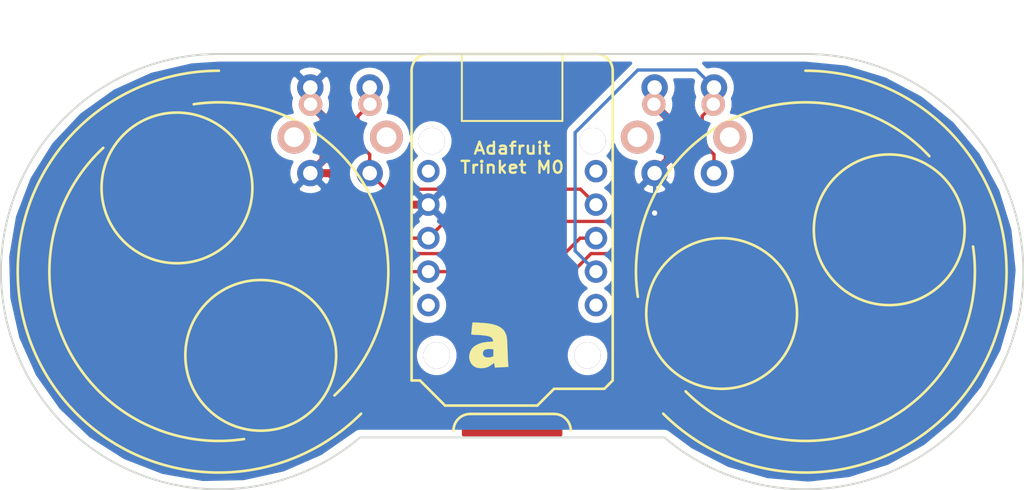
<source format=kicad_pcb>
(kicad_pcb (version 4) (host pcbnew 4.0.4-stable)

  (general
    (links 12)
    (no_connects 0)
    (area 104.674999 45.234999 182.357208 82.662208)
    (thickness 1.6)
    (drawings 74)
    (tracks 111)
    (zones 0)
    (modules 8)
    (nets 11)
  )

  (page A4)
  (layers
    (0 F.Cu signal)
    (31 B.Cu signal)
    (32 B.Adhes user)
    (33 F.Adhes user)
    (34 B.Paste user)
    (35 F.Paste user)
    (36 B.SilkS user)
    (37 F.SilkS user)
    (38 B.Mask user)
    (39 F.Mask user)
    (40 Dwgs.User user)
    (41 Cmts.User user)
    (42 Eco1.User user)
    (43 Eco2.User user)
    (44 Edge.Cuts user)
    (45 Margin user)
    (46 B.CrtYd user)
    (47 F.CrtYd user)
    (48 B.Fab user hide)
    (49 F.Fab user hide)
  )

  (setup
    (last_trace_width 0.25)
    (trace_clearance 0.2)
    (zone_clearance 0.5)
    (zone_45_only no)
    (trace_min 0.2)
    (segment_width 0.2)
    (edge_width 0.15)
    (via_size 0.6)
    (via_drill 0.4)
    (via_min_size 0.4)
    (via_min_drill 0.3)
    (uvia_size 0.3)
    (uvia_drill 0.1)
    (uvias_allowed no)
    (uvia_min_size 0.2)
    (uvia_min_drill 0.1)
    (pcb_text_width 0.3)
    (pcb_text_size 1.5 1.5)
    (mod_edge_width 0.15)
    (mod_text_size 1 1)
    (mod_text_width 0.15)
    (pad_size 1.524 1.524)
    (pad_drill 0.762)
    (pad_to_mask_clearance 0.2)
    (aux_axis_origin 0 0)
    (visible_elements FFFFFF7F)
    (pcbplotparams
      (layerselection 0x010e0_80000001)
      (usegerberextensions true)
      (excludeedgelayer true)
      (linewidth 0.100000)
      (plotframeref false)
      (viasonmask false)
      (mode 1)
      (useauxorigin false)
      (hpglpennumber 1)
      (hpglpenspeed 20)
      (hpglpendiameter 15)
      (hpglpenoverlay 2)
      (psnegative false)
      (psa4output false)
      (plotreference true)
      (plotvalue true)
      (plotinvisibletext false)
      (padsonsilk false)
      (subtractmaskfromsilk false)
      (outputformat 1)
      (mirror false)
      (drillshape 0)
      (scaleselection 1)
      (outputdirectory Gerber/))
  )

  (net 0 "")
  (net 1 "Net-(IC1-Pad1)")
  (net 2 "Net-(IC1-Pad3)")
  (net 3 "Net-(IC1-Pad4)")
  (net 4 "Net-(IC1-Pad5)")
  (net 5 3.3v)
  (net 6 "Net-(IC1-Pad7)")
  (net 7 "Net-(IC1-Pad8)")
  (net 8 "Net-(IC1-Pad9)")
  (net 9 "Net-(IC1-Pad10)")
  (net 10 GND)

  (net_class Default "This is the default net class."
    (clearance 0.2)
    (trace_width 0.25)
    (via_dia 0.6)
    (via_drill 0.4)
    (uvia_dia 0.3)
    (uvia_drill 0.1)
    (add_net 3.3v)
    (add_net "Net-(IC1-Pad1)")
    (add_net "Net-(IC1-Pad10)")
    (add_net "Net-(IC1-Pad3)")
    (add_net "Net-(IC1-Pad4)")
    (add_net "Net-(IC1-Pad5)")
    (add_net "Net-(IC1-Pad7)")
    (add_net "Net-(IC1-Pad8)")
    (add_net "Net-(IC1-Pad9)")
  )

  (net_class GND ""
    (clearance 0.2)
    (trace_width 0.6)
    (via_dia 0.6)
    (via_drill 0.4)
    (uvia_dia 0.3)
    (uvia_drill 0.1)
    (add_net GND)
  )

  (module Buttons_Switches:Tact_Switch_RightAngle_NoOutline (layer B.Cu) (tedit 5A76B0D3) (tstamp 5A9E29FC)
    (at 156.5 50.59 270)
    (path /5A750C71)
    (fp_text reference SW3 (at 7.62 0 360) (layer B.Fab)
      (effects (font (size 1 1) (thickness 0.15)) (justify mirror))
    )
    (fp_text value SW_PUSH_SMALL_H (at 1.016 0 540) (layer B.Fab)
      (effects (font (size 1 1) (thickness 0.15)) (justify mirror))
    )
    (fp_line (start -5.08 1.27) (end -5.08 -1.27) (layer B.Fab) (width 0.15))
    (fp_line (start 0 -1.5) (end -5.08 -1.27) (layer B.Fab) (width 0.15))
    (fp_line (start -5.08 1.27) (end 0 1.5) (layer B.Fab) (width 0.15))
    (fp_line (start 0 3.7) (end 0 -3.7) (layer B.Fab) (width 0.15))
    (fp_line (start 5.5 -3.7) (end 0 -3.7) (layer B.Fab) (width 0.15))
    (fp_line (start 6.64 3.7) (end 6.64 -3.7) (layer B.Fab) (width 0.15))
    (fp_line (start 0 3.7) (end 5.5 3.7) (layer B.Fab) (width 0.15))
    (pad 1 thru_hole circle (at 2.75 -2.25 270) (size 1.778 1.778) (drill 1.016) (layers *.Cu *.Mask B.SilkS)
      (net 6 "Net-(IC1-Pad7)"))
    (pad 2 thru_hole circle (at 2.75 2.25 270) (size 1.778 1.778) (drill 1.016) (layers *.Cu *.Mask B.SilkS)
      (net 10 GND))
    (pad "" thru_hole circle (at 5.25 3.5 270) (size 2.5 2.5) (drill 1.5) (layers *.Cu *.Mask B.SilkS))
    (pad "" thru_hole circle (at 5.25 -3.5 270) (size 2.5 2.5) (drill 1.5) (layers *.Cu *.Mask B.SilkS))
  )

  (module Buttons_Switches:Tact_Switch_RightAngle_NoOutline (layer B.Cu) (tedit 5A76B0D3) (tstamp 5A9E29F5)
    (at 130.485 50.59 270)
    (path /5A750CB0)
    (fp_text reference SW2 (at 7.62 0 360) (layer B.Fab)
      (effects (font (size 1 1) (thickness 0.15)) (justify mirror))
    )
    (fp_text value SW_PUSH_SMALL_H (at 1.016 0 540) (layer B.Fab)
      (effects (font (size 1 1) (thickness 0.15)) (justify mirror))
    )
    (fp_line (start -5.08 1.27) (end -5.08 -1.27) (layer B.Fab) (width 0.15))
    (fp_line (start 0 -1.5) (end -5.08 -1.27) (layer B.Fab) (width 0.15))
    (fp_line (start -5.08 1.27) (end 0 1.5) (layer B.Fab) (width 0.15))
    (fp_line (start 0 3.7) (end 0 -3.7) (layer B.Fab) (width 0.15))
    (fp_line (start 5.5 -3.7) (end 0 -3.7) (layer B.Fab) (width 0.15))
    (fp_line (start 6.64 3.7) (end 6.64 -3.7) (layer B.Fab) (width 0.15))
    (fp_line (start 0 3.7) (end 5.5 3.7) (layer B.Fab) (width 0.15))
    (pad 1 thru_hole circle (at 2.75 -2.25 270) (size 1.778 1.778) (drill 1.016) (layers *.Cu *.Mask B.SilkS)
      (net 8 "Net-(IC1-Pad9)"))
    (pad 2 thru_hole circle (at 2.75 2.25 270) (size 1.778 1.778) (drill 1.016) (layers *.Cu *.Mask B.SilkS)
      (net 10 GND))
    (pad "" thru_hole circle (at 5.25 3.5 270) (size 2.5 2.5) (drill 1.5) (layers *.Cu *.Mask B.SilkS))
    (pad "" thru_hole circle (at 5.25 -3.5 270) (size 2.5 2.5) (drill 1.5) (layers *.Cu *.Mask B.SilkS))
  )

  (module Buttons_Switches:SW_PUSH_6mm_NoOutline (layer B.Cu) (tedit 5A76B222) (tstamp 5A9E2A03)
    (at 158.805 58.57 90)
    (descr https://www.omron.com/ecb/products/pdf/en-b3f.pdf)
    (tags "tact sw push 6mm")
    (path /5A750EE3)
    (fp_text reference SW4 (at 3.25 2 90) (layer B.Fab)
      (effects (font (size 1 1) (thickness 0.15)) (justify mirror))
    )
    (fp_text value SW_PUSH_SMALL_H (at 3.75 -6.7 90) (layer B.Fab)
      (effects (font (size 1 1) (thickness 0.15)) (justify mirror))
    )
    (fp_text user %R (at 3.25 -2.25 90) (layer B.Fab)
      (effects (font (size 1 1) (thickness 0.15)) (justify mirror))
    )
    (fp_line (start 3.25 0.75) (end 6.25 0.75) (layer B.Fab) (width 0.1))
    (fp_line (start 6.25 0.75) (end 6.25 -5.25) (layer B.Fab) (width 0.1))
    (fp_line (start 6.25 -5.25) (end 0.25 -5.25) (layer B.Fab) (width 0.1))
    (fp_line (start 0.25 -5.25) (end 0.25 0.75) (layer B.Fab) (width 0.1))
    (fp_line (start 0.25 0.75) (end 3.25 0.75) (layer B.Fab) (width 0.1))
    (fp_line (start 7.75 -6) (end 8 -6) (layer B.CrtYd) (width 0.05))
    (fp_line (start 8 -6) (end 8 -5.75) (layer B.CrtYd) (width 0.05))
    (fp_line (start 7.75 1.5) (end 8 1.5) (layer B.CrtYd) (width 0.05))
    (fp_line (start 8 1.5) (end 8 1.25) (layer B.CrtYd) (width 0.05))
    (fp_line (start -1.5 1.25) (end -1.5 1.5) (layer B.CrtYd) (width 0.05))
    (fp_line (start -1.5 1.5) (end -1.25 1.5) (layer B.CrtYd) (width 0.05))
    (fp_line (start -1.5 -5.75) (end -1.5 -6) (layer B.CrtYd) (width 0.05))
    (fp_line (start -1.5 -6) (end -1.25 -6) (layer B.CrtYd) (width 0.05))
    (fp_line (start -1.25 1.5) (end 7.75 1.5) (layer B.CrtYd) (width 0.05))
    (fp_line (start -1.5 -5.75) (end -1.5 1.25) (layer B.CrtYd) (width 0.05))
    (fp_line (start 7.75 -6) (end -1.25 -6) (layer B.CrtYd) (width 0.05))
    (fp_line (start 8 1.25) (end 8 -5.75) (layer B.CrtYd) (width 0.05))
    (fp_line (start 1 -5.5) (end 5.5 -5.5) (layer B.Fab) (width 0.12))
    (fp_line (start -0.25 -1.5) (end -0.25 -3) (layer B.Fab) (width 0.12))
    (fp_line (start 5.5 1) (end 1 1) (layer B.Fab) (width 0.12))
    (fp_line (start 6.75 -3) (end 6.75 -1.5) (layer B.Fab) (width 0.12))
    (fp_circle (center 3.25 -2.25) (end 1.25 -2.5) (layer B.Fab) (width 0.1))
    (pad 2 thru_hole circle (at 0 -4.5) (size 2 2) (drill 1.1) (layers *.Cu *.Mask)
      (net 10 GND))
    (pad 1 thru_hole circle (at 0 0) (size 2 2) (drill 1.1) (layers *.Cu *.Mask)
      (net 6 "Net-(IC1-Pad7)"))
    (pad 2 thru_hole circle (at 6.5 -4.5) (size 2 2) (drill 1.1) (layers *.Cu *.Mask)
      (net 10 GND))
    (pad 1 thru_hole circle (at 6.5 0) (size 2 2) (drill 1.1) (layers *.Cu *.Mask)
      (net 6 "Net-(IC1-Pad7)"))
    (model ${KISYS3DMOD}/Buttons_Switches_THT.3dshapes/SW_PUSH_6mm.wrl
      (at (xyz 0.005 0 0))
      (scale (xyz 0.3937 0.3937 0.3937))
      (rotate (xyz 0 0 0))
    )
  )

  (module Buttons_Switches:SW_PUSH_6mm_NoOutline (layer B.Cu) (tedit 5A76B222) (tstamp 5A9E29EE)
    (at 132.715 58.57 90)
    (descr https://www.omron.com/ecb/products/pdf/en-b3f.pdf)
    (tags "tact sw push 6mm")
    (path /5A750E71)
    (fp_text reference SW1 (at 3.25 2 90) (layer B.Fab)
      (effects (font (size 1 1) (thickness 0.15)) (justify mirror))
    )
    (fp_text value SW_PUSH_SMALL_H (at 3.75 -6.7 90) (layer B.Fab)
      (effects (font (size 1 1) (thickness 0.15)) (justify mirror))
    )
    (fp_text user %R (at 3.25 -2.25 90) (layer B.Fab)
      (effects (font (size 1 1) (thickness 0.15)) (justify mirror))
    )
    (fp_line (start 3.25 0.75) (end 6.25 0.75) (layer B.Fab) (width 0.1))
    (fp_line (start 6.25 0.75) (end 6.25 -5.25) (layer B.Fab) (width 0.1))
    (fp_line (start 6.25 -5.25) (end 0.25 -5.25) (layer B.Fab) (width 0.1))
    (fp_line (start 0.25 -5.25) (end 0.25 0.75) (layer B.Fab) (width 0.1))
    (fp_line (start 0.25 0.75) (end 3.25 0.75) (layer B.Fab) (width 0.1))
    (fp_line (start 7.75 -6) (end 8 -6) (layer B.CrtYd) (width 0.05))
    (fp_line (start 8 -6) (end 8 -5.75) (layer B.CrtYd) (width 0.05))
    (fp_line (start 7.75 1.5) (end 8 1.5) (layer B.CrtYd) (width 0.05))
    (fp_line (start 8 1.5) (end 8 1.25) (layer B.CrtYd) (width 0.05))
    (fp_line (start -1.5 1.25) (end -1.5 1.5) (layer B.CrtYd) (width 0.05))
    (fp_line (start -1.5 1.5) (end -1.25 1.5) (layer B.CrtYd) (width 0.05))
    (fp_line (start -1.5 -5.75) (end -1.5 -6) (layer B.CrtYd) (width 0.05))
    (fp_line (start -1.5 -6) (end -1.25 -6) (layer B.CrtYd) (width 0.05))
    (fp_line (start -1.25 1.5) (end 7.75 1.5) (layer B.CrtYd) (width 0.05))
    (fp_line (start -1.5 -5.75) (end -1.5 1.25) (layer B.CrtYd) (width 0.05))
    (fp_line (start 7.75 -6) (end -1.25 -6) (layer B.CrtYd) (width 0.05))
    (fp_line (start 8 1.25) (end 8 -5.75) (layer B.CrtYd) (width 0.05))
    (fp_line (start 1 -5.5) (end 5.5 -5.5) (layer B.Fab) (width 0.12))
    (fp_line (start -0.25 -1.5) (end -0.25 -3) (layer B.Fab) (width 0.12))
    (fp_line (start 5.5 1) (end 1 1) (layer B.Fab) (width 0.12))
    (fp_line (start 6.75 -3) (end 6.75 -1.5) (layer B.Fab) (width 0.12))
    (fp_circle (center 3.25 -2.25) (end 1.25 -2.5) (layer B.Fab) (width 0.1))
    (pad 2 thru_hole circle (at 0 -4.5) (size 2 2) (drill 1.1) (layers *.Cu *.Mask)
      (net 10 GND))
    (pad 1 thru_hole circle (at 0 0) (size 2 2) (drill 1.1) (layers *.Cu *.Mask)
      (net 8 "Net-(IC1-Pad9)"))
    (pad 2 thru_hole circle (at 6.5 -4.5) (size 2 2) (drill 1.1) (layers *.Cu *.Mask)
      (net 10 GND))
    (pad 1 thru_hole circle (at 6.5 0) (size 2 2) (drill 1.1) (layers *.Cu *.Mask)
      (net 8 "Net-(IC1-Pad9)"))
    (model ${KISYS3DMOD}/Buttons_Switches_THT.3dshapes/SW_PUSH_6mm.wrl
      (at (xyz 0.005 0 0))
      (scale (xyz 0.3937 0.3937 0.3937))
      (rotate (xyz 0 0 0))
    )
  )

  (module "Logos:Kerntroller-Back-1200 v1.1 - Solder Mask" (layer B.Cu) (tedit 0) (tstamp 5AAA3A81)
    (at 143.51 65.405 180)
    (fp_text reference G*** (at 0 0 180) (layer B.SilkS) hide
      (effects (font (thickness 0.3)) (justify mirror))
    )
    (fp_text value LOGO (at 0.75 0 180) (layer B.SilkS) hide
      (effects (font (thickness 0.3)) (justify mirror))
    )
    (fp_poly (pts (xy -15.345835 -2.13263) (xy -15.345833 -2.1336) (xy -15.35104 -2.174048) (xy -15.366634 -2.173483)
      (xy -15.378723 -2.157156) (xy -15.378708 -2.124215) (xy -15.369389 -2.110589) (xy -15.351232 -2.102683)
      (xy -15.345835 -2.13263)) (layer B.Mask) (width 0.01))
    (fp_poly (pts (xy -13.856659 -0.961093) (xy -13.807966 -0.969899) (xy -13.771731 -0.977347) (xy -13.711132 -0.99185)
      (xy -13.682708 -1.007304) (xy -13.677067 -1.032693) (xy -13.682041 -1.063164) (xy -13.688267 -1.115505)
      (xy -13.692818 -1.194204) (xy -13.694809 -1.283294) (xy -13.694833 -1.293812) (xy -13.696684 -1.371423)
      (xy -13.701596 -1.429193) (xy -13.708613 -1.457198) (xy -13.710708 -1.458374) (xy -13.738195 -1.453054)
      (xy -13.794482 -1.441231) (xy -13.8625 -1.426528) (xy -13.933214 -1.410055) (xy -13.985578 -1.395964)
      (xy -14.007566 -1.387657) (xy -14.004168 -1.366591) (xy -13.990732 -1.315606) (xy -13.970403 -1.24501)
      (xy -13.946326 -1.165112) (xy -13.921645 -1.086219) (xy -13.899505 -1.018642) (xy -13.883052 -0.972689)
      (xy -13.876887 -0.959286) (xy -13.856659 -0.961093)) (layer B.Mask) (width 0.01))
    (fp_poly (pts (xy -13.274784 -0.949213) (xy -13.079552 -1.077408) (xy -13.180818 -1.193139) (xy -13.231517 -1.249681)
      (xy -13.27112 -1.291249) (xy -13.291849 -1.309718) (xy -13.292667 -1.309993) (xy -13.31035 -1.295743)
      (xy -13.349592 -1.256417) (xy -13.403922 -1.198665) (xy -13.446125 -1.152324) (xy -13.506112 -1.084177)
      (xy -13.553575 -1.027444) (xy -13.58247 -0.989517) (xy -13.588431 -0.978307) (xy -13.575676 -0.954034)
      (xy -13.544292 -0.911062) (xy -13.528938 -0.89205) (xy -13.470015 -0.821017) (xy -13.274784 -0.949213)) (layer B.Mask) (width 0.01))
    (fp_poly (pts (xy 22.073947 0.491153) (xy 22.113166 0.453914) (xy 22.148689 0.411354) (xy 22.224238 0.31241)
      (xy 22.176994 0.27658) (xy 22.145428 0.253346) (xy 22.085646 0.209974) (xy 22.003867 0.150951)
      (xy 21.90631 0.080765) (xy 21.799193 0.003904) (xy 21.791884 -0.001334) (xy 21.454018 -0.243417)
      (xy 22.135842 -0.249001) (xy 22.817667 -0.254586) (xy 22.817667 -0.486247) (xy 22.142651 -0.491832)
      (xy 21.467636 -0.497417) (xy 21.84568 -0.775667) (xy 22.223723 -1.053917) (xy 22.149309 -1.151375)
      (xy 22.106347 -1.20401) (xy 22.072155 -1.239397) (xy 22.057509 -1.248833) (xy 22.037298 -1.236158)
      (xy 21.988022 -1.200198) (xy 21.913722 -1.144052) (xy 21.81844 -1.070818) (xy 21.706217 -0.983594)
      (xy 21.581095 -0.885479) (xy 21.498399 -0.820208) (xy 21.367838 -0.716264) (xy 21.248636 -0.620128)
      (xy 21.144701 -0.53505) (xy 21.059941 -0.464279) (xy 20.998266 -0.411065) (xy 20.963585 -0.378657)
      (xy 20.957353 -0.370417) (xy 20.973403 -0.353391) (xy 21.018073 -0.314152) (xy 21.086596 -0.256511)
      (xy 21.174203 -0.184277) (xy 21.276126 -0.101262) (xy 21.387598 -0.011277) (xy 21.503849 0.081867)
      (xy 21.620111 0.17436) (xy 21.731617 0.262391) (xy 21.833597 0.342148) (xy 21.921284 0.409822)
      (xy 21.989909 0.461601) (xy 22.034705 0.493674) (xy 22.049448 0.5024) (xy 22.073947 0.491153)) (layer B.Mask) (width 0.01))
    (fp_poly (pts (xy -14.000825 -0.736976) (xy -13.971079 -0.79159) (xy -13.963897 -0.811377) (xy -13.932649 -0.903087)
      (xy -14.131521 -1.001877) (xy -14.214252 -1.042592) (xy -14.281872 -1.075153) (xy -14.326112 -1.09562)
      (xy -14.338971 -1.100667) (xy -14.349369 -1.082216) (xy -14.368578 -1.03372) (xy -14.392538 -0.965464)
      (xy -14.393783 -0.961731) (xy -14.415433 -0.891229) (xy -14.428418 -0.837899) (xy -14.430049 -0.812872)
      (xy -14.429833 -0.81261) (xy -14.404645 -0.80254) (xy -14.349536 -0.786874) (xy -14.276095 -0.768334)
      (xy -14.195909 -0.749643) (xy -14.120565 -0.733521) (xy -14.061652 -0.722691) (xy -14.034149 -0.719667)
      (xy -14.000825 -0.736976)) (layer B.Mask) (width 0.01))
    (fp_poly (pts (xy -15.902851 -0.517955) (xy -15.896871 -0.521671) (xy -15.883509 -0.548538) (xy -15.861004 -0.605975)
      (xy -15.833061 -0.684216) (xy -15.815743 -0.735517) (xy -15.751018 -0.931284) (xy -15.797134 -0.941721)
      (xy -15.892521 -0.962973) (xy -15.972133 -0.980082) (xy -16.026878 -0.991129) (xy -16.046677 -0.994316)
      (xy -16.056168 -0.975597) (xy -16.066727 -0.926942) (xy -16.072951 -0.883708) (xy -16.080954 -0.793541)
      (xy -16.08582 -0.693481) (xy -16.086483 -0.652735) (xy -16.086667 -0.532888) (xy -15.99997 -0.51824)
      (xy -15.942141 -0.513078) (xy -15.902851 -0.517955)) (layer B.Mask) (width 0.01))
    (fp_poly (pts (xy 14.679602 0.968377) (xy 14.828374 0.938591) (xy 14.952065 0.877591) (xy 15.047556 0.789316)
      (xy 15.111726 0.67771) (xy 15.141455 0.546713) (xy 15.133622 0.400265) (xy 15.132823 0.395934)
      (xy 15.087108 0.264904) (xy 15.003051 0.148423) (xy 14.882486 0.047696) (xy 14.727249 -0.036068)
      (xy 14.539173 -0.101661) (xy 14.320092 -0.147878) (xy 14.302477 -0.150527) (xy 14.219863 -0.164271)
      (xy 14.153269 -0.178401) (xy 14.113987 -0.19042) (xy 14.109216 -0.193242) (xy 14.09988 -0.225761)
      (xy 14.118488 -0.270121) (xy 14.157565 -0.314979) (xy 14.209634 -0.348994) (xy 14.212784 -0.35035)
      (xy 14.290582 -0.369796) (xy 14.400435 -0.379034) (xy 14.533314 -0.378067) (xy 14.680191 -0.3669)
      (xy 14.805209 -0.350059) (xy 14.889011 -0.336981) (xy 14.954897 -0.327689) (xy 14.993308 -0.323485)
      (xy 14.999211 -0.323682) (xy 15.003269 -0.345276) (xy 15.00987 -0.398046) (xy 15.017654 -0.471017)
      (xy 15.0184 -0.47855) (xy 15.033214 -0.629018) (xy 14.869536 -0.697157) (xy 14.659235 -0.773016)
      (xy 14.454027 -0.824629) (xy 14.261978 -0.850513) (xy 14.091154 -0.849187) (xy 14.061128 -0.845649)
      (xy 13.902744 -0.805839) (xy 13.772652 -0.734753) (xy 13.671607 -0.633269) (xy 13.600366 -0.502267)
      (xy 13.559685 -0.342626) (xy 13.551073 -0.25297) (xy 13.551613 -0.08184) (xy 13.574476 0.070885)
      (xy 13.585758 0.105833) (xy 14.097343 0.105833) (xy 14.158442 0.105833) (xy 14.210721 0.112085)
      (xy 14.285507 0.128351) (xy 14.354886 0.147638) (xy 14.477158 0.198444) (xy 14.561119 0.2631)
      (xy 14.605846 0.340722) (xy 14.613467 0.394349) (xy 14.597886 0.468072) (xy 14.551273 0.513032)
      (xy 14.473818 0.52905) (xy 14.468663 0.529088) (xy 14.374401 0.508238) (xy 14.286827 0.447096)
      (xy 14.207709 0.347415) (xy 14.138813 0.210948) (xy 14.132729 0.195792) (xy 14.097343 0.105833)
      (xy 13.585758 0.105833) (xy 13.62324 0.22193) (xy 13.678724 0.343694) (xy 13.788753 0.523293)
      (xy 13.923828 0.676971) (xy 14.079029 0.801656) (xy 14.249435 0.894279) (xy 14.430127 0.951768)
      (xy 14.616185 0.971053) (xy 14.679602 0.968377)) (layer B.Mask) (width 0.01))
    (fp_poly (pts (xy 16.027919 1.033683) (xy 16.07642 1.018956) (xy 16.12118 0.985113) (xy 16.1417 0.9652)
      (xy 16.194568 0.898838) (xy 16.213415 0.835996) (xy 16.213667 0.827214) (xy 16.217152 0.782284)
      (xy 16.235423 0.769084) (xy 16.271875 0.775104) (xy 16.339777 0.795067) (xy 16.429678 0.826255)
      (xy 16.525005 0.86245) (xy 16.609185 0.897434) (xy 16.653029 0.918093) (xy 16.690881 0.934883)
      (xy 16.726183 0.939537) (xy 16.772645 0.931275) (xy 16.843978 0.909315) (xy 16.851699 0.906768)
      (xy 16.92258 0.882048) (xy 16.977025 0.860682) (xy 17.002478 0.847773) (xy 17.000065 0.82442)
      (xy 16.982988 0.769157) (xy 16.953685 0.688798) (xy 16.914596 0.590158) (xy 16.88412 0.517172)
      (xy 16.800106 0.315639) (xy 16.734064 0.147285) (xy 16.684499 0.007699) (xy 16.649914 -0.10753)
      (xy 16.628815 -0.202813) (xy 16.621533 -0.257081) (xy 16.616821 -0.326488) (xy 16.621289 -0.366509)
      (xy 16.638073 -0.389656) (xy 16.657848 -0.401996) (xy 16.719348 -0.417114) (xy 16.795559 -0.413885)
      (xy 16.851378 -0.409014) (xy 16.885913 -0.41966) (xy 16.90419 -0.45306) (xy 16.911232 -0.516451)
      (xy 16.912167 -0.581839) (xy 16.912167 -0.694549) (xy 16.758708 -0.757748) (xy 16.5745 -0.823401)
      (xy 16.415473 -0.858488) (xy 16.282837 -0.86284) (xy 16.181917 -0.838147) (xy 16.104294 -0.789749)
      (xy 16.05372 -0.720425) (xy 16.025012 -0.632653) (xy 16.015573 -0.519057) (xy 16.030119 -0.377053)
      (xy 16.067372 -0.212198) (xy 16.126053 -0.030051) (xy 16.204883 0.16383) (xy 16.211811 0.179216)
      (xy 16.273405 0.31506) (xy 16.164161 0.303597) (xy 16.09869 0.293422) (xy 16.051992 0.273551)
      (xy 16.007804 0.234696) (xy 15.971738 0.193692) (xy 15.925861 0.142162) (xy 15.858119 0.06957)
      (xy 15.776763 -0.015396) (xy 15.690042 -0.104044) (xy 15.667377 -0.126881) (xy 15.446195 -0.349013)
      (xy 15.354485 -0.244792) (xy 15.262776 -0.140571) (xy 15.395507 0.00909) (xy 15.46208 0.085476)
      (xy 15.525032 0.159987) (xy 15.573927 0.220192) (xy 15.586491 0.236521) (xy 15.644743 0.314291)
      (xy 15.568439 0.3505) (xy 15.489907 0.406174) (xy 15.444768 0.47846) (xy 15.430109 0.562202)
      (xy 15.443014 0.652246) (xy 15.480568 0.743438) (xy 15.539856 0.830622) (xy 15.617963 0.908644)
      (xy 15.711974 0.972349) (xy 15.818975 1.016582) (xy 15.936049 1.03619) (xy 15.956492 1.036702)
      (xy 16.027919 1.033683)) (layer B.Mask) (width 0.01))
    (fp_poly (pts (xy 26.95727 0.879079) (xy 27.103718 0.844078) (xy 27.238691 0.776983) (xy 27.357186 0.679264)
      (xy 27.454198 0.552391) (xy 27.524723 0.397835) (xy 27.546586 0.319201) (xy 27.576994 0.103043)
      (xy 27.568577 -0.103134) (xy 27.522053 -0.296174) (xy 27.438142 -0.472924) (xy 27.334412 -0.611963)
      (xy 27.214407 -0.717457) (xy 27.072695 -0.796208) (xy 26.918802 -0.845234) (xy 26.762257 -0.861552)
      (xy 26.612585 -0.842177) (xy 26.605453 -0.840218) (xy 26.452531 -0.776179) (xy 26.32294 -0.678675)
      (xy 26.218653 -0.550793) (xy 26.141641 -0.395617) (xy 26.093877 -0.216234) (xy 26.077334 -0.01573)
      (xy 26.077333 -0.013988) (xy 26.079622 0.009982) (xy 26.355081 0.009982) (xy 26.371027 -0.139994)
      (xy 26.408601 -0.280731) (xy 26.466464 -0.404559) (xy 26.543275 -0.503807) (xy 26.625704 -0.564841)
      (xy 26.746347 -0.605826) (xy 26.878 -0.612779) (xy 27.006306 -0.58556) (xy 27.045714 -0.568936)
      (xy 27.139334 -0.501021) (xy 27.213691 -0.400897) (xy 27.266905 -0.274954) (xy 27.297096 -0.129583)
      (xy 27.302386 0.028826) (xy 27.280895 0.193883) (xy 27.276203 0.214788) (xy 27.224175 0.370703)
      (xy 27.149943 0.490589) (xy 27.053458 0.574492) (xy 26.934673 0.622454) (xy 26.818167 0.635)
      (xy 26.680183 0.617687) (xy 26.566439 0.565985) (xy 26.477603 0.48025) (xy 26.450414 0.438646)
      (xy 26.393435 0.306972) (xy 26.362104 0.161527) (xy 26.355081 0.009982) (xy 26.079622 0.009982)
      (xy 26.096148 0.182954) (xy 26.150951 0.366689) (xy 26.239275 0.531197) (xy 26.356817 0.66874)
      (xy 26.499122 0.776817) (xy 26.649968 0.846919) (xy 26.804352 0.880516) (xy 26.95727 0.879079)) (layer B.Mask) (width 0.01))
    (fp_poly (pts (xy 31.593622 0.857885) (xy 31.717453 0.800545) (xy 31.824701 0.712749) (xy 31.909949 0.595423)
      (xy 31.959985 0.47671) (xy 31.992992 0.326754) (xy 32.003987 0.155876) (xy 32.004 0.14923)
      (xy 32.004 -0.035748) (xy 31.702375 -0.049547) (xy 31.567134 -0.05491) (xy 31.421849 -0.059314)
      (xy 31.283957 -0.062303) (xy 31.170891 -0.063422) (xy 31.170853 -0.063422) (xy 30.940955 -0.0635)
      (xy 30.9557 -0.142875) (xy 30.994735 -0.265084) (xy 31.063647 -0.36648) (xy 31.164235 -0.448082)
      (xy 31.298299 -0.510909) (xy 31.467639 -0.555979) (xy 31.674056 -0.584311) (xy 31.745407 -0.589826)
      (xy 31.951083 -0.60325) (xy 31.94565 -0.66675) (xy 31.932848 -0.774154) (xy 31.916318 -0.839914)
      (xy 31.895914 -0.864568) (xy 31.891916 -0.864694) (xy 31.860949 -0.861871) (xy 31.798176 -0.856804)
      (xy 31.714016 -0.850322) (xy 31.65475 -0.845885) (xy 31.413877 -0.817753) (xy 31.209874 -0.771018)
      (xy 31.041008 -0.704458) (xy 30.905548 -0.61685) (xy 30.801761 -0.506968) (xy 30.727914 -0.373591)
      (xy 30.682277 -0.215494) (xy 30.672377 -0.151958) (xy 30.665418 0.055331) (xy 30.683874 0.172906)
      (xy 30.945667 0.172906) (xy 30.945667 0.120661) (xy 31.139418 0.134414) (xy 31.257904 0.141063)
      (xy 31.392209 0.145945) (xy 31.515828 0.148129) (xy 31.531002 0.148167) (xy 31.728833 0.148167)
      (xy 31.728833 0.21848) (xy 31.713758 0.326851) (xy 31.673333 0.434264) (xy 31.614757 0.523607)
      (xy 31.589929 0.548653) (xy 31.491765 0.60847) (xy 31.379999 0.634004) (xy 31.265359 0.625616)
      (xy 31.158574 0.583667) (xy 31.091596 0.53191) (xy 31.030061 0.448979) (xy 30.980597 0.342778)
      (xy 30.950859 0.232142) (xy 30.945667 0.172906) (xy 30.683874 0.172906) (xy 30.696418 0.252809)
      (xy 30.76388 0.435507) (xy 30.866312 0.598456) (xy 30.915196 0.655345) (xy 31.040735 0.76417)
      (xy 31.176762 0.837912) (xy 31.317862 0.877494) (xy 31.45862 0.883843) (xy 31.593622 0.857885)) (layer B.Mask) (width 0.01))
    (fp_poly (pts (xy -16.172331 -0.513899) (xy -16.254619 -0.611491) (xy -16.314859 -0.679953) (xy -16.378339 -0.747619)
      (xy -16.409828 -0.779078) (xy -16.482748 -0.849072) (xy -16.581041 -0.739747) (xy -16.629973 -0.683487)
      (xy -16.665137 -0.639555) (xy -16.679189 -0.617147) (xy -16.679208 -0.616836) (xy -16.662542 -0.600365)
      (xy -16.617607 -0.566535) (xy -16.551829 -0.520742) (xy -16.494 -0.482259) (xy -16.308917 -0.361269)
      (xy -16.172331 -0.513899)) (layer B.Mask) (width 0.01))
    (fp_poly (pts (xy 12.507044 1.161058) (xy 12.482083 1.032761) (xy 12.460181 0.917088) (xy 12.442621 0.821065)
      (xy 12.430684 0.751719) (xy 12.425654 0.716078) (xy 12.425577 0.714515) (xy 12.431748 0.698774)
      (xy 12.45533 0.705565) (xy 12.502343 0.737311) (xy 12.525375 0.754711) (xy 12.672623 0.850456)
      (xy 12.82692 0.919862) (xy 12.979334 0.959971) (xy 13.120931 0.967823) (xy 13.156957 0.963909)
      (xy 13.23702 0.943154) (xy 13.30348 0.901589) (xy 13.339455 0.868359) (xy 13.383237 0.821713)
      (xy 13.407268 0.782396) (xy 13.417443 0.734467) (xy 13.419656 0.661984) (xy 13.419667 0.651454)
      (xy 13.41429 0.555427) (xy 13.394214 0.473987) (xy 13.356764 0.388883) (xy 13.28794 0.277576)
      (xy 13.190057 0.156241) (xy 13.071507 0.034586) (xy 12.982679 -0.043941) (xy 12.894942 -0.116675)
      (xy 13.113655 -0.448912) (xy 13.191498 -0.568363) (xy 13.247328 -0.657298) (xy 13.28338 -0.719903)
      (xy 13.301891 -0.76036) (xy 13.305097 -0.782855) (xy 13.296642 -0.791229) (xy 13.261352 -0.796645)
      (xy 13.194484 -0.803257) (xy 13.106737 -0.810101) (xy 13.038667 -0.814509) (xy 12.939906 -0.821052)
      (xy 12.851827 -0.828107) (xy 12.786298 -0.834662) (xy 12.761122 -0.83823) (xy 12.740481 -0.839774)
      (xy 12.720429 -0.832865) (xy 12.697275 -0.812845) (xy 12.667331 -0.775054) (xy 12.626905 -0.714833)
      (xy 12.572309 -0.627524) (xy 12.499852 -0.508466) (xy 12.499485 -0.507859) (xy 12.435325 -0.40096)
      (xy 12.380107 -0.307225) (xy 12.337091 -0.232332) (xy 12.309535 -0.181957) (xy 12.300696 -0.161776)
      (xy 12.30078 -0.161677) (xy 12.466541 -0.042277) (xy 12.596339 0.062001) (xy 12.692592 0.153891)
      (xy 12.757718 0.236127) (xy 12.794137 0.311445) (xy 12.804268 0.382578) (xy 12.802296 0.405306)
      (xy 12.778366 0.446155) (xy 12.72624 0.463689) (xy 12.653133 0.457791) (xy 12.566259 0.428345)
      (xy 12.528844 0.409715) (xy 12.474466 0.379235) (xy 12.43074 0.350108) (xy 12.395401 0.31709)
      (xy 12.366186 0.274937) (xy 12.340831 0.218404) (xy 12.31707 0.142246) (xy 12.29264 0.041219)
      (xy 12.265277 -0.089922) (xy 12.232715 -0.256421) (xy 12.22581 -0.2922) (xy 12.122931 -0.8255)
      (xy 11.850549 -0.8255) (xy 11.737213 -0.824845) (xy 11.659765 -0.82236) (xy 11.611773 -0.817263)
      (xy 11.586803 -0.808773) (xy 11.578424 -0.796108) (xy 11.578167 -0.792406) (xy 11.582054 -0.766909)
      (xy 11.593129 -0.704886) (xy 11.610509 -0.610896) (xy 11.633313 -0.489496) (xy 11.66066 -0.345243)
      (xy 11.691668 -0.182696) (xy 11.725454 -0.006411) (xy 11.761139 0.179053) (xy 11.797839 0.369139)
      (xy 11.834673 0.559289) (xy 11.870761 0.744946) (xy 11.905219 0.921552) (xy 11.937167 1.08455)
      (xy 11.965723 1.229381) (xy 11.990005 1.351488) (xy 12.009131 1.446314) (xy 12.022221 1.509301)
      (xy 12.028392 1.535891) (xy 12.028652 1.536448) (xy 12.050265 1.539019) (xy 12.106168 1.543228)
      (xy 12.188372 1.54853) (xy 12.288889 1.554385) (xy 12.310509 1.555576) (xy 12.587768 1.570699)
      (xy 12.507044 1.161058)) (layer B.Mask) (width 0.01))
    (fp_poly (pts (xy 18.669041 0.962027) (xy 18.727358 0.940117) (xy 18.7521 0.927637) (xy 18.829515 0.873059)
      (xy 18.884344 0.807379) (xy 18.88604 0.804333) (xy 18.912408 0.721119) (xy 18.919538 0.603366)
      (xy 18.907365 0.450339) (xy 18.875826 0.261302) (xy 18.824857 0.035521) (xy 18.816863 0.003678)
      (xy 18.788419 -0.112897) (xy 18.765265 -0.216452) (xy 18.748907 -0.299507) (xy 18.740852 -0.354585)
      (xy 18.741072 -0.372808) (xy 18.758332 -0.390783) (xy 18.79757 -0.395468) (xy 18.85877 -0.389682)
      (xy 18.917712 -0.383176) (xy 18.95396 -0.388049) (xy 18.974128 -0.41204) (xy 18.984827 -0.462889)
      (xy 18.992494 -0.546203) (xy 19.001675 -0.658489) (xy 18.903672 -0.708151) (xy 18.759202 -0.771166)
      (xy 18.611765 -0.817408) (xy 18.475444 -0.842913) (xy 18.411838 -0.846667) (xy 18.335413 -0.843471)
      (xy 18.283405 -0.830099) (xy 18.238139 -0.800871) (xy 18.219542 -0.784886) (xy 18.183884 -0.750632)
      (xy 18.163416 -0.718969) (xy 18.154167 -0.677021) (xy 18.152165 -0.611911) (xy 18.152622 -0.567927)
      (xy 18.163832 -0.438127) (xy 18.19427 -0.270957) (xy 18.231997 -0.112202) (xy 18.272279 0.055637)
      (xy 18.297281 0.187258) (xy 18.30728 0.285817) (xy 18.302554 0.354468) (xy 18.28338 0.396365)
      (xy 18.277214 0.402335) (xy 18.226361 0.419877) (xy 18.15202 0.415142) (xy 18.065313 0.390232)
      (xy 17.977361 0.347247) (xy 17.973659 0.344988) (xy 17.87525 0.284352) (xy 17.776307 -0.201782)
      (xy 17.747438 -0.343798) (xy 17.720736 -0.475489) (xy 17.697588 -0.589987) (xy 17.679381 -0.680424)
      (xy 17.667502 -0.739932) (xy 17.664222 -0.756708) (xy 17.651082 -0.8255) (xy 17.376874 -0.8255)
      (xy 17.274704 -0.824525) (xy 17.189813 -0.821859) (xy 17.130074 -0.817888) (xy 17.10336 -0.812999)
      (xy 17.102667 -0.81204) (xy 17.106436 -0.788703) (xy 17.117125 -0.728809) (xy 17.133805 -0.637399)
      (xy 17.155548 -0.519516) (xy 17.181427 -0.380201) (xy 17.210511 -0.224498) (xy 17.228344 -0.129415)
      (xy 17.26051 0.043368) (xy 17.291287 0.211516) (xy 17.319457 0.368173) (xy 17.343807 0.506484)
      (xy 17.363119 0.619592) (xy 17.376179 0.700642) (xy 17.379309 0.722037) (xy 17.404598 0.904324)
      (xy 17.576424 0.917702) (xy 17.676109 0.924328) (xy 17.776436 0.929153) (xy 17.856692 0.931194)
      (xy 17.860801 0.931207) (xy 17.925963 0.92945) (xy 17.957762 0.921846) (xy 17.965088 0.90518)
      (xy 17.962889 0.894292) (xy 17.953157 0.850676) (xy 17.941549 0.78669) (xy 17.938031 0.764896)
      (xy 17.923636 0.672541) (xy 18.037701 0.758662) (xy 18.20774 0.867209) (xy 18.378006 0.937115)
      (xy 18.524052 0.965281) (xy 18.607688 0.969356) (xy 18.669041 0.962027)) (layer B.Mask) (width 0.01))
    (fp_poly (pts (xy 23.54473 1.324765) (xy 23.552833 1.303707) (xy 23.556903 1.259851) (xy 23.558329 1.186403)
      (xy 23.5585 1.092552) (xy 23.5585 0.846667) (xy 24.108833 0.846667) (xy 24.108833 0.613833)
      (xy 23.5585 0.613833) (xy 23.5585 0.135491) (xy 23.559262 -0.05016) (xy 23.563256 -0.198148)
      (xy 23.573045 -0.31314) (xy 23.591191 -0.399801) (xy 23.620256 -0.462797) (xy 23.662803 -0.506794)
      (xy 23.721392 -0.536457) (xy 23.798588 -0.556454) (xy 23.896952 -0.571448) (xy 23.950309 -0.577986)
      (xy 24.145012 -0.601135) (xy 24.135837 -0.697442) (xy 24.128532 -0.761595) (xy 24.120959 -0.809586)
      (xy 24.118412 -0.820208) (xy 24.093154 -0.835237) (xy 24.034686 -0.84296) (xy 23.951502 -0.843321)
      (xy 23.852099 -0.836267) (xy 23.749903 -0.822568) (xy 23.597163 -0.78363) (xy 23.471464 -0.723251)
      (xy 23.37817 -0.644279) (xy 23.353667 -0.612024) (xy 23.293917 -0.521794) (xy 23.287362 0.04602)
      (xy 23.280808 0.613833) (xy 22.973165 0.613833) (xy 22.98123 0.682625) (xy 22.99158 0.764703)
      (xy 23.004599 0.813511) (xy 23.028966 0.837684) (xy 23.073364 0.845858) (xy 23.146153 0.846667)
      (xy 23.283333 0.846667) (xy 23.283333 1.312333) (xy 23.373292 1.312623) (xy 23.442385 1.315818)
      (xy 23.500864 1.323379) (xy 23.510875 1.325675) (xy 23.531207 1.329822) (xy 23.54473 1.324765)) (layer B.Mask) (width 0.01))
    (fp_poly (pts (xy 25.761442 0.898589) (xy 25.771197 0.872851) (xy 25.778205 0.816759) (xy 25.780997 0.742272)
      (xy 25.781 0.739584) (xy 25.781 0.592667) (xy 25.711783 0.592667) (xy 25.638267 0.584608)
      (xy 25.540017 0.563078) (xy 25.430871 0.532046) (xy 25.324667 0.495482) (xy 25.235244 0.457354)
      (xy 25.22879 0.454133) (xy 25.124833 0.401454) (xy 25.124833 0.161717) (xy 25.126162 0.034766)
      (xy 25.129739 -0.112263) (xy 25.134946 -0.257215) (xy 25.138669 -0.335343) (xy 25.152505 -0.592667)
      (xy 25.382086 -0.592667) (xy 25.48811 -0.593112) (xy 25.557997 -0.597629) (xy 25.597935 -0.610985)
      (xy 25.614115 -0.63795) (xy 25.612725 -0.683292) (xy 25.599956 -0.751779) (xy 25.598437 -0.759354)
      (xy 25.585208 -0.8255) (xy 24.468667 -0.8255) (xy 24.468667 -0.592667) (xy 24.849667 -0.592667)
      (xy 24.849377 -0.037042) (xy 24.848855 0.11428) (xy 24.847531 0.253353) (xy 24.845533 0.374035)
      (xy 24.842986 0.470188) (xy 24.840015 0.53567) (xy 24.837086 0.563301) (xy 24.826328 0.586131)
      (xy 24.802906 0.600937) (xy 24.757719 0.610546) (xy 24.681672 0.617784) (xy 24.65582 0.61962)
      (xy 24.575781 0.626083) (xy 24.513688 0.632932) (xy 24.480258 0.638929) (xy 24.477542 0.640236)
      (xy 24.474847 0.66467) (xy 24.478258 0.716414) (xy 24.482058 0.747958) (xy 24.495587 0.846667)
      (xy 25.077208 0.846667) (xy 25.090437 0.780521) (xy 25.100305 0.710752) (xy 25.103667 0.653521)
      (xy 25.11034 0.605509) (xy 25.131625 0.596509) (xy 25.169418 0.62604) (xy 25.177531 0.634758)
      (xy 25.251574 0.698348) (xy 25.355248 0.762627) (xy 25.476501 0.820885) (xy 25.581654 0.859794)
      (xy 25.659286 0.882285) (xy 25.721721 0.896378) (xy 25.75788 0.899682) (xy 25.761442 0.898589)) (layer B.Mask) (width 0.01))
    (fp_poly (pts (xy 28.575 -0.592667) (xy 29.02 -0.592667) (xy 29.007402 -0.682625) (xy 28.997703 -0.744835)
      (xy 28.988796 -0.790828) (xy 28.986649 -0.799042) (xy 28.974164 -0.807433) (xy 28.939982 -0.813993)
      (xy 28.880353 -0.818894) (xy 28.791527 -0.82231) (xy 28.669756 -0.824416) (xy 28.511289 -0.825386)
      (xy 28.416914 -0.8255) (xy 27.855333 -0.8255) (xy 27.855333 -0.594147) (xy 28.072292 -0.588115)
      (xy 28.28925 -0.582083) (xy 28.28925 1.30175) (xy 28.215167 1.306917) (xy 28.155259 1.311343)
      (xy 28.072128 1.317785) (xy 27.992097 1.324179) (xy 27.843112 1.336274) (xy 27.854514 1.435429)
      (xy 27.865917 1.534583) (xy 28.220458 1.540387) (xy 28.575 1.54619) (xy 28.575 -0.592667)) (layer B.Mask) (width 0.01))
    (fp_poly (pts (xy 29.972 -0.592667) (xy 30.417 -0.592667) (xy 30.404402 -0.682625) (xy 30.394703 -0.744835)
      (xy 30.385796 -0.790828) (xy 30.383649 -0.799042) (xy 30.371164 -0.807433) (xy 30.336982 -0.813993)
      (xy 30.277353 -0.818894) (xy 30.188527 -0.82231) (xy 30.066756 -0.824416) (xy 29.908289 -0.825386)
      (xy 29.813914 -0.8255) (xy 29.252333 -0.8255) (xy 29.252333 -0.592667) (xy 29.696833 -0.592667)
      (xy 29.696833 1.312333) (xy 29.572787 1.312333) (xy 29.482395 1.314868) (xy 29.390509 1.321326)
      (xy 29.349501 1.325936) (xy 29.25026 1.339538) (xy 29.256588 1.437061) (xy 29.262917 1.534583)
      (xy 29.617458 1.540387) (xy 29.972 1.54619) (xy 29.972 -0.592667)) (layer B.Mask) (width 0.01))
    (fp_poly (pts (xy 33.656609 0.898589) (xy 33.666363 0.872851) (xy 33.673372 0.816759) (xy 33.676163 0.742272)
      (xy 33.676167 0.739584) (xy 33.676167 0.592667) (xy 33.606949 0.592667) (xy 33.533434 0.584608)
      (xy 33.435184 0.563078) (xy 33.326037 0.532046) (xy 33.219833 0.495482) (xy 33.130411 0.457354)
      (xy 33.123957 0.454133) (xy 33.02 0.401454) (xy 33.02 0.19349) (xy 33.021127 0.088092)
      (xy 33.02419 -0.042492) (xy 33.028713 -0.181183) (xy 33.033865 -0.30357) (xy 33.047729 -0.592667)
      (xy 33.506833 -0.592667) (xy 33.506544 -0.661458) (xy 33.502321 -0.7264) (xy 33.493492 -0.777875)
      (xy 33.480729 -0.8255) (xy 32.936392 -0.8255) (xy 32.788663 -0.824972) (xy 32.655074 -0.823487)
      (xy 32.541409 -0.82119) (xy 32.45345 -0.818228) (xy 32.39698 -0.814747) (xy 32.377944 -0.811389)
      (xy 32.369668 -0.783537) (xy 32.364591 -0.72873) (xy 32.363833 -0.694972) (xy 32.363833 -0.592667)
      (xy 32.745492 -0.592667) (xy 32.739871 0.005292) (xy 32.73425 0.60325) (xy 32.557309 0.617913)
      (xy 32.475526 0.62554) (xy 32.411599 0.633104) (xy 32.375913 0.639313) (xy 32.372032 0.640913)
      (xy 32.369735 0.664922) (xy 32.373382 0.716372) (xy 32.377224 0.747958) (xy 32.390754 0.846667)
      (xy 32.681742 0.846667) (xy 32.803385 0.846456) (xy 32.889026 0.843498) (xy 32.94499 0.834308)
      (xy 32.977602 0.815399) (xy 32.993186 0.783285) (xy 32.998068 0.734479) (xy 32.998544 0.672042)
      (xy 33.003952 0.613873) (xy 33.021531 0.595554) (xy 33.054171 0.615633) (xy 33.072698 0.634758)
      (xy 33.146741 0.698348) (xy 33.250415 0.762627) (xy 33.371668 0.820885) (xy 33.47682 0.859794)
      (xy 33.554453 0.882285) (xy 33.616887 0.896378) (xy 33.653047 0.899682) (xy 33.656609 0.898589)) (layer B.Mask) (width 0.01))
    (fp_poly (pts (xy -13.087835 -0.402171) (xy -13.065827 -0.457898) (xy -13.043831 -0.52091) (xy -13.001112 -0.650236)
      (xy -13.205098 -0.695654) (xy -13.294413 -0.715034) (xy -13.368953 -0.730267) (xy -13.418555 -0.739325)
      (xy -13.432191 -0.740953) (xy -13.452195 -0.722581) (xy -13.473903 -0.676878) (xy -13.479816 -0.659002)
      (xy -13.495334 -0.604208) (xy -13.503803 -0.568464) (xy -13.504333 -0.563965) (xy -13.486554 -0.547159)
      (xy -13.439782 -0.519168) (xy -13.373871 -0.484643) (xy -13.298672 -0.448235) (xy -13.224036 -0.414595)
      (xy -13.159815 -0.388374) (xy -13.115862 -0.374222) (xy -13.102265 -0.374151) (xy -13.087835 -0.402171)) (layer B.Mask) (width 0.01))
    (fp_poly (pts (xy -15.708922 -0.258756) (xy -15.642564 -0.271991) (xy -15.564094 -0.290813) (xy -15.483673 -0.312451)
      (xy -15.411464 -0.334132) (xy -15.357626 -0.353084) (xy -15.332322 -0.366537) (xy -15.331678 -0.368813)
      (xy -15.342375 -0.400153) (xy -15.361141 -0.457958) (xy -15.378726 -0.513292) (xy -15.402429 -0.577463)
      (xy -15.425256 -0.621152) (xy -15.439657 -0.633929) (xy -15.467211 -0.624349) (xy -15.522938 -0.599456)
      (xy -15.597493 -0.563544) (xy -15.647458 -0.53845) (xy -15.726166 -0.49658) (xy -15.788255 -0.460219)
      (xy -15.825562 -0.434338) (xy -15.832667 -0.42569) (xy -15.824586 -0.390823) (xy -15.805112 -0.341216)
      (xy -15.781396 -0.292292) (xy -15.760587 -0.259475) (xy -15.753008 -0.25388) (xy -15.708922 -0.258756)) (layer B.Mask) (width 0.01))
    (fp_poly (pts (xy -14.57325 -0.624417) (xy -15.02983 -0.636447) (xy -15.01775 -0.201083) (xy -14.57325 -0.201083)
      (xy -14.57325 -0.624417)) (layer B.Mask) (width 0.01))
    (fp_poly (pts (xy -14.114152 -0.185248) (xy -14.070758 -0.226064) (xy -14.009149 -0.294387) (xy -13.971213 -0.337299)
      (xy -13.846318 -0.478173) (xy -13.913451 -0.556931) (xy -13.980583 -0.635689) (xy -14.165388 -0.513636)
      (xy -14.241748 -0.461722) (xy -14.302828 -0.417374) (xy -14.341196 -0.386165) (xy -14.350596 -0.374801)
      (xy -14.337343 -0.351964) (xy -14.302208 -0.308217) (xy -14.252795 -0.25303) (xy -14.252755 -0.252987)
      (xy -14.208633 -0.20581) (xy -14.175731 -0.177325) (xy -14.14669 -0.169736) (xy -14.114152 -0.185248)) (layer B.Mask) (width 0.01))
    (fp_poly (pts (xy -13.653947 -0.014225) (xy -13.587597 -0.026876) (xy -13.522116 -0.042915) (xy -13.471289 -0.05935)
      (xy -13.448986 -0.072948) (xy -13.451215 -0.10179) (xy -13.464237 -0.160687) (xy -13.485639 -0.239472)
      (xy -13.499532 -0.28575) (xy -13.5308 -0.380997) (xy -13.55826 -0.441527) (xy -13.589015 -0.473523)
      (xy -13.630167 -0.483171) (xy -13.688821 -0.476656) (xy -13.713402 -0.471978) (xy -13.735794 -0.466093)
      (xy -13.749905 -0.453857) (xy -13.757126 -0.427363) (xy -13.758846 -0.378706) (xy -13.756454 -0.29998)
      (xy -13.753914 -0.241534) (xy -13.748955 -0.14939) (xy -13.74328 -0.074116) (xy -13.73769 -0.025022)
      (xy -13.734112 -0.011056) (xy -13.70738 -0.007954) (xy -13.653947 -0.014225)) (layer B.Mask) (width 0.01))
    (fp_poly (pts (xy -22.794063 0.026146) (xy -22.736984 0.019565) (xy -22.697064 0.01132) (xy -22.695958 0.010935)
      (xy -22.680003 -0.015836) (xy -22.671357 -0.077218) (xy -22.670283 -0.16608) (xy -22.677045 -0.275291)
      (xy -22.683216 -0.333375) (xy -22.692665 -0.394759) (xy -22.708707 -0.429686) (xy -22.740274 -0.442329)
      (xy -22.796298 -0.436861) (xy -22.870583 -0.420916) (xy -22.9305 -0.406445) (xy -22.974119 -0.394522)
      (xy -22.980575 -0.392391) (xy -22.988219 -0.37321) (xy -22.98076 -0.324219) (xy -22.957482 -0.24196)
      (xy -22.935804 -0.175724) (xy -22.86571 0.03175) (xy -22.794063 0.026146)) (layer B.Mask) (width 0.01))
    (fp_poly (pts (xy 20.274554 1.262307) (xy 20.331271 1.217231) (xy 20.414535 1.151076) (xy 20.517738 1.069089)
      (xy 20.634276 0.976518) (xy 20.757543 0.87861) (xy 20.835542 0.816662) (xy 20.948872 0.725514)
      (xy 21.049215 0.642606) (xy 21.132368 0.571597) (xy 21.194124 0.516144) (xy 21.230279 0.479903)
      (xy 21.237708 0.466908) (xy 21.218517 0.451479) (xy 21.170929 0.413689) (xy 21.099803 0.357371)
      (xy 21.009997 0.28636) (xy 20.906371 0.20449) (xy 20.793783 0.115594) (xy 20.677092 0.023508)
      (xy 20.561157 -0.067936) (xy 20.450835 -0.154903) (xy 20.350987 -0.23356) (xy 20.26647 -0.300071)
      (xy 20.202143 -0.350604) (xy 20.162865 -0.381323) (xy 20.158066 -0.385044) (xy 20.129128 -0.381342)
      (xy 20.082196 -0.339391) (xy 20.055716 -0.308664) (xy 20.015688 -0.254364) (xy 19.992346 -0.211764)
      (xy 19.989872 -0.193808) (xy 20.010013 -0.176091) (xy 20.059397 -0.137754) (xy 20.132776 -0.08272)
      (xy 20.224899 -0.014911) (xy 20.330517 0.061749) (xy 20.366372 0.087555) (xy 20.730717 0.34925)
      (xy 20.049108 0.354835) (xy 19.3675 0.36042) (xy 19.3675 0.592088) (xy 20.737426 0.60325)
      (xy 20.35938 0.878219) (xy 20.249574 0.95863) (xy 20.152306 1.030904) (xy 20.072478 1.091312)
      (xy 20.014991 1.136124) (xy 19.984748 1.161613) (xy 19.981333 1.165787) (xy 19.993345 1.187971)
      (xy 20.024455 1.232475) (xy 20.057596 1.276273) (xy 20.133858 1.374159) (xy 20.274554 1.262307)) (layer B.Mask) (width 0.01))
    (fp_poly (pts (xy -22.42487 0.157642) (xy -22.375057 0.129407) (xy -22.310213 0.089161) (xy -22.239494 0.042965)
      (xy -22.172058 -0.003119) (xy -22.117061 -0.043031) (xy -22.083661 -0.070709) (xy -22.077794 -0.0789)
      (xy -22.091569 -0.101622) (xy -22.126848 -0.145803) (xy -22.176127 -0.202072) (xy -22.178411 -0.204581)
      (xy -22.278066 -0.313912) (xy -22.433308 -0.146114) (xy -22.58855 0.021685) (xy -22.528484 0.093981)
      (xy -22.48828 0.13822) (xy -22.457623 0.164667) (xy -22.450496 0.167805) (xy -22.42487 0.157642)) (layer B.Mask) (width 0.01))
    (fp_poly (pts (xy -16.646 0.096997) (xy -16.595068 0.073097) (xy -16.522723 0.038046) (xy -16.457441 0.005845)
      (xy -16.366141 -0.039945) (xy -16.30769 -0.073742) (xy -16.277373 -0.103067) (xy -16.270471 -0.135442)
      (xy -16.282268 -0.178387) (xy -16.306242 -0.235234) (xy -16.330083 -0.290551) (xy -16.538233 -0.242278)
      (xy -16.626811 -0.220949) (xy -16.698967 -0.202092) (xy -16.745362 -0.188235) (xy -16.757367 -0.183022)
      (xy -16.756177 -0.160079) (xy -16.744442 -0.110435) (xy -16.726091 -0.046693) (xy -16.705052 0.018546)
      (xy -16.685256 0.07268) (xy -16.670631 0.103107) (xy -16.667304 0.105833) (xy -16.646 0.096997)) (layer B.Mask) (width 0.01))
    (fp_poly (pts (xy -15.598166 0.295734) (xy -15.562218 0.255203) (xy -15.512587 0.200193) (xy -15.506871 0.193902)
      (xy -15.404102 0.080887) (xy -15.591926 -0.044178) (xy -15.669737 -0.095373) (xy -15.733921 -0.136441)
      (xy -15.776745 -0.162507) (xy -15.790333 -0.169288) (xy -15.808672 -0.154295) (xy -15.842717 -0.116374)
      (xy -15.860347 -0.094849) (xy -15.919777 -0.020366) (xy -15.87439 0.037334) (xy -15.837692 0.081161)
      (xy -15.788431 0.136383) (xy -15.734128 0.195059) (xy -15.682302 0.249246) (xy -15.640473 0.291004)
      (xy -15.616159 0.31239) (xy -15.612989 0.313406) (xy -15.598166 0.295734)) (layer B.Mask) (width 0.01))
    (fp_poly (pts (xy -22.984265 0.27936) (xy -22.969453 0.251114) (xy -22.95148 0.202688) (xy -22.935382 0.150088)
      (xy -22.926193 0.109319) (xy -22.926682 0.096276) (xy -22.947539 0.084594) (xy -22.998021 0.058351)
      (xy -23.06984 0.021815) (xy -23.130364 -0.008597) (xy -23.228054 -0.055226) (xy -23.292928 -0.080676)
      (xy -23.328169 -0.086046) (xy -23.33651 -0.079833) (xy -23.377562 0.035967) (xy -23.402887 0.117495)
      (xy -23.413584 0.169324) (xy -23.410755 0.196027) (xy -23.404237 0.201524) (xy -23.35239 0.216575)
      (xy -23.279862 0.233564) (xy -23.197436 0.250492) (xy -23.115893 0.265361) (xy -23.046016 0.276174)
      (xy -22.998587 0.280931) (xy -22.984265 0.27936)) (layer B.Mask) (width 0.01))
    (fp_poly (pts (xy -16.047978 0.455709) (xy -16.036781 0.437378) (xy -16.028392 0.395284) (xy -16.021347 0.322764)
      (xy -16.015811 0.2403) (xy -16.010683 0.147527) (xy -16.007549 0.072028) (xy -16.006713 0.022746)
      (xy -16.007882 0.008229) (xy -16.030226 0.000415) (xy -16.07947 -0.012272) (xy -16.103556 -0.017849)
      (xy -16.162421 -0.028117) (xy -16.194207 -0.023231) (xy -16.211134 -0.003134) (xy -16.225716 0.033562)
      (xy -16.247536 0.097742) (xy -16.272129 0.176209) (xy -16.274624 0.18452) (xy -16.298372 0.262842)
      (xy -16.318577 0.327501) (xy -16.33125 0.365763) (xy -16.332048 0.367903) (xy -16.328064 0.38802)
      (xy -16.294576 0.405031) (xy -16.225396 0.421992) (xy -16.220523 0.422966) (xy -16.147863 0.437835)
      (xy -16.088901 0.450713) (xy -16.063449 0.456939) (xy -16.047978 0.455709)) (layer B.Mask) (width 0.01))
    (fp_poly (pts (xy -14.537531 1.411059) (xy -14.461307 1.399881) (xy -14.418057 1.383983) (xy -14.39852 1.355784)
      (xy -14.393433 1.307702) (xy -14.393333 1.293023) (xy -14.391035 1.226555) (xy -14.385118 1.140784)
      (xy -14.379686 1.082135) (xy -14.366038 0.95156) (xy -14.149906 0.965534) (xy -14.05735 0.969716)
      (xy -13.982551 0.969669) (xy -13.934661 0.965587) (xy -13.922198 0.960712) (xy -13.912301 0.929798)
      (xy -13.900765 0.873587) (xy -13.896126 0.845052) (xy -13.88163 0.748188) (xy -14.073982 0.667527)
      (xy -14.156083 0.630398) (xy -14.220596 0.596064) (xy -14.259145 0.569271) (xy -14.266333 0.558567)
      (xy -14.258889 0.526573) (xy -14.239133 0.46691) (xy -14.21093 0.391028) (xy -14.202833 0.370417)
      (xy -14.167456 0.279067) (xy -14.147908 0.218255) (xy -14.143631 0.179487) (xy -14.154068 0.154269)
      (xy -14.178659 0.134106) (xy -14.186958 0.128857) (xy -14.242981 0.093625) (xy -14.278756 0.070676)
      (xy -14.300305 0.060065) (xy -14.321842 0.062138) (xy -14.349686 0.081658) (xy -14.390153 0.123386)
      (xy -14.449561 0.192086) (xy -14.466671 0.212325) (xy -14.531851 0.288188) (xy -14.576548 0.335506)
      (xy -14.60659 0.358899) (xy -14.627805 0.362987) (xy -14.644749 0.353488) (xy -14.750714 0.263407)
      (xy -14.829874 0.198046) (xy -14.888229 0.155368) (xy -14.931779 0.133339) (xy -14.966525 0.12992)
      (xy -14.998467 0.143076) (xy -15.033604 0.170769) (xy -15.0743 0.207688) (xy -15.13085 0.258742)
      (xy -15.040813 0.399246) (xy -14.980544 0.492529) (xy -14.941669 0.557435) (xy -14.924967 0.602564)
      (xy -14.931217 0.636515) (xy -14.961199 0.667886) (xy -15.015691 0.705276) (xy -15.071846 0.741608)
      (xy -15.146269 0.791559) (xy -15.206657 0.834134) (xy -15.244568 0.863277) (xy -15.252816 0.871446)
      (xy -15.253864 0.903917) (xy -15.239115 0.955658) (xy -15.214975 1.01195) (xy -15.18785 1.058074)
      (xy -15.164144 1.079312) (xy -15.162275 1.0795) (xy -15.129266 1.074576) (xy -15.066628 1.061434)
      (xy -14.985701 1.042517) (xy -14.951375 1.034039) (xy -14.855883 1.01207) (xy -14.794727 1.003224)
      (xy -14.762196 1.006892) (xy -14.754973 1.013077) (xy -14.743296 1.043385) (xy -14.724607 1.104222)
      (xy -14.702059 1.185025) (xy -14.690117 1.23041) (xy -14.640403 1.423243) (xy -14.537531 1.411059)) (layer B.Mask) (width 0.01))
    (fp_poly (pts (xy -29.21 0.127) (xy -29.6545 0.127) (xy -29.6545 0.550333) (xy -29.21 0.550333)
      (xy -29.21 0.127)) (layer B.Mask) (width 0.01))
    (fp_poly (pts (xy -22.038673 0.512246) (xy -22.018049 0.440625) (xy -22.007095 0.385408) (xy -22.008045 0.358034)
      (xy -22.00845 0.357597) (xy -22.032203 0.348861) (xy -22.086166 0.333533) (xy -22.159256 0.314364)
      (xy -22.240394 0.294107) (xy -22.318499 0.275512) (xy -22.38249 0.26133) (xy -22.421287 0.254313)
      (xy -22.425693 0.254) (xy -22.43593 0.272072) (xy -22.454115 0.318043) (xy -22.465274 0.349636)
      (xy -22.49786 0.445272) (xy -22.291111 0.549023) (xy -22.084362 0.652775) (xy -22.038673 0.512246)) (layer B.Mask) (width 0.01))
    (fp_poly (pts (xy -23.114997 0.831826) (xy -23.073162 0.791825) (xy -23.017237 0.733448) (xy -22.97577 0.687966)
      (xy -22.833733 0.529266) (xy -22.890277 0.455133) (xy -22.930113 0.41014) (xy -22.96349 0.384575)
      (xy -22.972202 0.382273) (xy -22.99975 0.394135) (xy -23.052964 0.424964) (xy -23.122874 0.469388)
      (xy -23.166917 0.498845) (xy -23.238811 0.549611) (xy -23.294559 0.592446) (xy -23.326773 0.621478)
      (xy -23.331722 0.629864) (xy -23.314787 0.657166) (xy -23.278972 0.701836) (xy -23.23367 0.753475)
      (xy -23.188271 0.801687) (xy -23.152167 0.836073) (xy -23.135895 0.846667) (xy -23.114997 0.831826)) (layer B.Mask) (width 0.01))
    (fp_poly (pts (xy -22.647885 0.986322) (xy -22.58211 0.975386) (xy -22.513862 0.962122) (xy -22.455801 0.948903)
      (xy -22.420585 0.938105) (xy -22.4155 0.934322) (xy -22.421701 0.910663) (xy -22.438439 0.855819)
      (xy -22.462922 0.778783) (xy -22.483501 0.715462) (xy -22.515301 0.620373) (xy -22.540171 0.559265)
      (xy -22.564556 0.525953) (xy -22.594902 0.514252) (xy -22.637652 0.517978) (xy -22.680083 0.526818)
      (xy -22.743583 0.540627) (xy -22.735893 0.762439) (xy -22.732113 0.854545) (xy -22.727928 0.929466)
      (xy -22.723918 0.978054) (xy -22.72138 0.991708) (xy -22.698528 0.992554) (xy -22.647885 0.986322)) (layer B.Mask) (width 0.01))
    (fp_poly (pts (xy -15.726833 0.931333) (xy -16.194033 0.931333) (xy -16.181917 1.344083) (xy -15.726833 1.356099)
      (xy -15.726833 0.931333)) (layer B.Mask) (width 0.01))
    (fp_poly (pts (xy -15.54874 2.862908) (xy -15.52741 2.834707) (xy -15.500434 2.780621) (xy -15.463149 2.694961)
      (xy -15.427243 2.612563) (xy -15.396265 2.54499) (xy -15.374645 2.501735) (xy -15.368307 2.491707)
      (xy -15.343284 2.491775) (xy -15.288248 2.505285) (xy -15.21239 2.529704) (xy -15.157083 2.549916)
      (xy -15.073604 2.581529) (xy -15.00639 2.606523) (xy -14.964232 2.621655) (xy -14.954446 2.624667)
      (xy -14.940957 2.608064) (xy -14.913488 2.565377) (xy -14.890523 2.52712) (xy -14.85829 2.467443)
      (xy -14.848015 2.431512) (xy -14.857203 2.408516) (xy -14.862053 2.403697) (xy -14.891135 2.378265)
      (xy -14.942605 2.333952) (xy -15.006572 2.279264) (xy -15.023042 2.265237) (xy -15.084066 2.211859)
      (xy -15.130194 2.168762) (xy -15.153773 2.143193) (xy -15.155308 2.139951) (xy -15.142741 2.119099)
      (xy -15.109012 2.073548) (xy -15.060045 2.011135) (xy -15.028308 1.971903) (xy -14.973351 1.903104)
      (xy -14.930373 1.84633) (xy -14.90532 1.809591) (xy -14.901333 1.800804) (xy -14.914098 1.776996)
      (xy -14.946687 1.733599) (xy -14.971313 1.704099) (xy -15.041293 1.623144) (xy -15.413073 1.850332)
      (xy -15.449705 1.801768) (xy -15.479029 1.759596) (xy -15.521312 1.694881) (xy -15.567619 1.621308)
      (xy -15.569544 1.618188) (xy -15.612219 1.553336) (xy -15.648659 1.505819) (xy -15.671907 1.484569)
      (xy -15.673917 1.484203) (xy -15.704574 1.493091) (xy -15.757628 1.51437) (xy -15.785042 1.526585)
      (xy -15.838056 1.553917) (xy -15.870149 1.576185) (xy -15.874576 1.583009) (xy -15.869432 1.608823)
      (xy -15.855957 1.66584) (xy -15.836498 1.744299) (xy -15.82353 1.795257) (xy -15.800129 1.892283)
      (xy -15.789079 1.955181) (xy -15.789667 1.990091) (xy -15.799367 2.002585) (xy -15.830953 2.012326)
      (xy -15.892284 2.029518) (xy -15.972114 2.051036) (xy -16.003872 2.059411) (xy -16.181917 2.106083)
      (xy -16.188206 2.225809) (xy -16.194494 2.345534) (xy -16.008289 2.359332) (xy -15.920614 2.366079)
      (xy -15.847014 2.3722) (xy -15.799296 2.376696) (xy -15.790333 2.377781) (xy -15.775959 2.386811)
      (xy -15.766878 2.413476) (xy -15.762219 2.464749) (xy -15.761113 2.547603) (xy -15.761675 2.607177)
      (xy -15.764766 2.831922) (xy -15.705936 2.843688) (xy -15.640481 2.857778) (xy -15.594877 2.868563)
      (xy -15.569527 2.871951) (xy -15.54874 2.862908)) (layer B.Mask) (width 0.01))
    (fp_poly (pts (xy -12.932833 1.502833) (xy -13.400033 1.502833) (xy -13.387917 1.915583) (xy -12.932833 1.927599)
      (xy -12.932833 1.502833)) (layer B.Mask) (width 0.01))
  )

  (module Trinket:Trinket_3v3_MountingHoles (layer F.Cu) (tedit 5A774D1E) (tstamp 5A9E29DD)
    (at 143.51 49.53)
    (path /5A750455)
    (fp_text reference IC1 (at 0 1.27) (layer F.Fab)
      (effects (font (size 1 1) (thickness 0.15)))
    )
    (fp_text value Trinket3v3 (at 0 6.985) (layer F.Fab)
      (effects (font (size 1 1) (thickness 0.15)))
    )
    (fp_line (start -6.985 24.765) (end -7.62 24.765) (layer F.SilkS) (width 0.2))
    (fp_line (start 7.62 24.765) (end 7.62 1.27) (layer F.SilkS) (width 0.2))
    (fp_line (start -5.08 26.67) (end -6.985 24.765) (layer F.SilkS) (width 0.2))
    (fp_line (start 1.905 26.67) (end -5.08 26.67) (layer F.SilkS) (width 0.2))
    (fp_line (start 3.175 25.4) (end 1.905 26.67) (layer F.SilkS) (width 0.2))
    (fp_line (start 4.445 25.4) (end 3.175 25.4) (layer F.SilkS) (width 0.2))
    (fp_line (start 6.985 25.4) (end 4.445 25.4) (layer F.SilkS) (width 0.2))
    (fp_line (start 7.62 24.765) (end 6.985 25.4) (layer F.SilkS) (width 0.2))
    (fp_circle (center -1.5 14.224) (end -3 14.224) (layer Dwgs.User) (width 0.15))
    (fp_line (start -0.254 15.494) (end -0.254 12.954) (layer Dwgs.User) (width 0.15))
    (fp_line (start -2.794 15.494) (end -0.254 15.494) (layer Dwgs.User) (width 0.15))
    (fp_line (start -2.794 12.954) (end -2.794 15.494) (layer Dwgs.User) (width 0.15))
    (fp_line (start -0.254 12.954) (end -2.794 12.954) (layer Dwgs.User) (width 0.15))
    (fp_line (start -6.35 0) (end 6.35 0) (layer F.SilkS) (width 0.2))
    (fp_line (start -7.62 24.765) (end -7.62 1.27) (layer F.SilkS) (width 0.2))
    (fp_arc (start 6.35 1.27) (end 6.35 0) (angle 90) (layer F.SilkS) (width 0.2))
    (fp_arc (start -6.35 1.27) (end -7.62 1.27) (angle 90) (layer F.SilkS) (width 0.2))
    (fp_line (start 3.81 5.08) (end 3.81 0) (layer F.SilkS) (width 0.15))
    (fp_line (start -3.81 5.08) (end 3.81 5.08) (layer F.SilkS) (width 0.15))
    (fp_line (start -3.81 0) (end -3.81 5.08) (layer F.SilkS) (width 0.15))
    (pad "" thru_hole circle (at -6.096 6.604) (size 2 2) (drill 2) (layers *.Cu *.Mask))
    (pad "" thru_hole circle (at -5.715 22.86) (size 2 2) (drill 2) (layers *.Cu *.Mask))
    (pad "" thru_hole circle (at 5.715 22.86) (size 2 2) (drill 2) (layers *.Cu *.Mask))
    (pad "" thru_hole circle (at 6.096 6.604) (size 2 2) (drill 2) (layers *.Cu *.Mask))
    (pad 1 thru_hole circle (at -6.35 8.89) (size 1.7 1.7) (drill 1) (layers *.Cu *.Mask)
      (net 1 "Net-(IC1-Pad1)"))
    (pad 2 thru_hole circle (at -6.35 11.43) (size 1.7 1.7) (drill 1) (layers *.Cu *.Mask)
      (net 10 GND))
    (pad 3 thru_hole circle (at -6.35 13.97) (size 1.7 1.7) (drill 1) (layers *.Cu *.Mask)
      (net 2 "Net-(IC1-Pad3)"))
    (pad 4 thru_hole circle (at -6.35 16.51) (size 1.7 1.7) (drill 1) (layers *.Cu *.Mask)
      (net 3 "Net-(IC1-Pad4)"))
    (pad 5 thru_hole circle (at -6.35 19.05) (size 1.7 1.7) (drill 1) (layers *.Cu *.Mask)
      (net 4 "Net-(IC1-Pad5)"))
    (pad 6 thru_hole circle (at 6.35 19.05) (size 1.7 1.7) (drill 1) (layers *.Cu *.Mask)
      (net 5 3.3v))
    (pad 7 thru_hole circle (at 6.35 16.51) (size 1.7 1.7) (drill 1) (layers *.Cu *.Mask)
      (net 6 "Net-(IC1-Pad7)"))
    (pad 8 thru_hole circle (at 6.35 13.97) (size 1.7 1.7) (drill 1) (layers *.Cu *.Mask)
      (net 7 "Net-(IC1-Pad8)"))
    (pad 9 thru_hole circle (at 6.35 11.43) (size 1.7 1.7) (drill 1) (layers *.Cu *.Mask)
      (net 8 "Net-(IC1-Pad9)"))
    (pad 10 thru_hole circle (at 6.35 8.89) (size 1.7 1.7) (drill 1) (layers *.Cu *.Mask)
      (net 9 "Net-(IC1-Pad10)"))
  )

  (module "Logos:Kerntroller-Back-1200 v1.1b - Partial Silk Mask" (layer B.Cu) (tedit 0) (tstamp 5ACD9D33)
    (at 143.51 65.405 180)
    (fp_text reference G*** (at 0 0 180) (layer B.SilkS) hide
      (effects (font (thickness 0.3)) (justify mirror))
    )
    (fp_text value LOGO (at 0.75 0 180) (layer B.SilkS) hide
      (effects (font (thickness 0.3)) (justify mirror))
    )
    (fp_poly (pts (xy 29.706404 -6.641973) (xy 29.72541 -6.647786) (xy 29.818275 -6.678083) (xy 29.2736 -7.514167)
      (xy 29.163069 -7.68296) (xy 29.058832 -7.84046) (xy 28.963279 -7.983178) (xy 28.878798 -8.107622)
      (xy 28.807778 -8.210303) (xy 28.752608 -8.287731) (xy 28.715676 -8.336414) (xy 28.699588 -8.35287)
      (xy 28.656574 -8.351242) (xy 28.617333 -8.345786) (xy 28.569902 -8.332) (xy 28.546523 -8.318922)
      (xy 28.555045 -8.299429) (xy 28.58392 -8.248694) (xy 28.630443 -8.170975) (xy 28.691906 -8.070532)
      (xy 28.765606 -7.951623) (xy 28.848835 -7.818509) (xy 28.938888 -7.675449) (xy 29.033059 -7.526701)
      (xy 29.128643 -7.376525) (xy 29.222933 -7.22918) (xy 29.313224 -7.088927) (xy 29.396809 -6.960023)
      (xy 29.470984 -6.846728) (xy 29.533042 -6.753301) (xy 29.580277 -6.684002) (xy 29.609984 -6.64309)
      (xy 29.614881 -6.637203) (xy 29.646525 -6.630554) (xy 29.706404 -6.641973)) (layer B.Mask) (width 0.01))
    (fp_poly (pts (xy 17.639608 -7.026265) (xy 17.686128 -7.053957) (xy 17.710085 -7.083479) (xy 17.714718 -7.137262)
      (xy 17.702162 -7.218546) (xy 17.675007 -7.317405) (xy 17.635844 -7.423911) (xy 17.601149 -7.500813)
      (xy 17.563687 -7.580139) (xy 17.542688 -7.638734) (xy 17.53477 -7.693262) (xy 17.536551 -7.760385)
      (xy 17.539909 -7.802577) (xy 17.544524 -7.890958) (xy 17.543865 -7.973816) (xy 17.53859 -8.029495)
      (xy 17.499952 -8.12937) (xy 17.424983 -8.209523) (xy 17.313299 -8.270157) (xy 17.164518 -8.311477)
      (xy 16.978258 -8.333686) (xy 16.967076 -8.334348) (xy 16.757403 -8.346186) (xy 16.771052 -8.263551)
      (xy 16.780063 -8.200199) (xy 16.784756 -8.150112) (xy 16.784934 -8.143875) (xy 16.789184 -8.127523)
      (xy 16.806489 -8.116793) (xy 16.844048 -8.110537) (xy 16.909061 -8.107601) (xy 17.008726 -8.106835)
      (xy 17.016622 -8.106833) (xy 17.117071 -8.10498) (xy 17.206611 -8.099972) (xy 17.273781 -8.092638)
      (xy 17.302372 -8.08619) (xy 17.33149 -8.071929) (xy 17.347784 -8.049791) (xy 17.354943 -8.00882)
      (xy 17.356652 -7.938059) (xy 17.356667 -7.924859) (xy 17.356667 -7.78417) (xy 17.309042 -7.819202)
      (xy 17.208014 -7.879423) (xy 17.097429 -7.922719) (xy 16.995086 -7.942347) (xy 16.982761 -7.942818)
      (xy 16.897689 -7.932781) (xy 16.839942 -7.896537) (xy 16.805129 -7.829426) (xy 16.78971 -7.737998)
      (xy 16.78693 -7.6744) (xy 16.790608 -7.610116) (xy 16.802331 -7.53666) (xy 16.823684 -7.445546)
      (xy 16.856255 -7.328291) (xy 16.883494 -7.236358) (xy 16.93838 -7.053799) (xy 17.045736 -7.041084)
      (xy 17.107731 -7.034878) (xy 17.149227 -7.032872) (xy 17.158794 -7.034072) (xy 17.15512 -7.055259)
      (xy 17.140644 -7.107775) (xy 17.117903 -7.182775) (xy 17.099719 -7.239929) (xy 17.058938 -7.380813)
      (xy 17.032327 -7.505274) (xy 17.020648 -7.607373) (xy 17.024667 -7.68117) (xy 17.038683 -7.714667)
      (xy 17.081844 -7.735686) (xy 17.150754 -7.72493) (xy 17.246317 -7.682249) (xy 17.253415 -7.678397)
      (xy 17.294641 -7.652861) (xy 17.320304 -7.624188) (xy 17.336954 -7.580194) (xy 17.35114 -7.508691)
      (xy 17.354081 -7.491087) (xy 17.387564 -7.337458) (xy 17.432351 -7.206999) (xy 17.485611 -7.10691)
      (xy 17.52271 -7.062235) (xy 17.56711 -7.02555) (xy 17.602956 -7.016492) (xy 17.639608 -7.026265)) (layer B.Mask) (width 0.01))
    (fp_poly (pts (xy 20.600376 -7.033656) (xy 20.644045 -7.067822) (xy 20.651587 -7.081749) (xy 20.655395 -7.133554)
      (xy 20.641902 -7.213515) (xy 20.613609 -7.31237) (xy 20.573019 -7.420861) (xy 20.539998 -7.49473)
      (xy 20.502789 -7.575327) (xy 20.481744 -7.634402) (xy 20.473665 -7.688077) (xy 20.47535 -7.752476)
      (xy 20.47943 -7.799908) (xy 20.482786 -7.945737) (xy 20.461117 -8.064443) (xy 20.411851 -8.158403)
      (xy 20.332415 -8.229995) (xy 20.220235 -8.281596) (xy 20.072739 -8.315584) (xy 19.901958 -8.333446)
      (xy 19.810123 -8.338672) (xy 19.752571 -8.339419) (xy 19.721382 -8.334565) (xy 19.70864 -8.322987)
      (xy 19.706399 -8.305735) (xy 19.709967 -8.257938) (xy 19.718364 -8.194781) (xy 19.719481 -8.187881)
      (xy 19.732329 -8.110179) (xy 19.995227 -8.103215) (xy 20.113896 -8.099228) (xy 20.196685 -8.092419)
      (xy 20.250045 -8.079485) (xy 20.280425 -8.057122) (xy 20.294277 -8.022027) (xy 20.298051 -7.970898)
      (xy 20.298185 -7.948083) (xy 20.293555 -7.870505) (xy 20.276712 -7.831252) (xy 20.243227 -7.827035)
      (xy 20.18867 -7.854567) (xy 20.179862 -7.860265) (xy 20.086018 -7.908214) (xy 19.984306 -7.938275)
      (xy 19.891644 -7.945992) (xy 19.866088 -7.942904) (xy 19.796163 -7.910034) (xy 19.750371 -7.84359)
      (xy 19.728758 -7.744816) (xy 19.731373 -7.614953) (xy 19.758263 -7.455242) (xy 19.809475 -7.266926)
      (xy 19.83701 -7.183199) (xy 19.881629 -7.053315) (xy 19.979106 -7.042247) (xy 20.038561 -7.037261)
      (xy 20.077584 -7.037301) (xy 20.084795 -7.039232) (xy 20.082469 -7.061484) (xy 20.06997 -7.11588)
      (xy 20.049378 -7.194043) (xy 20.024999 -7.280003) (xy 19.982048 -7.440972) (xy 19.958638 -7.56561)
      (xy 19.955426 -7.65547) (xy 19.973069 -7.71211) (xy 20.012225 -7.737086) (xy 20.073551 -7.731952)
      (xy 20.157703 -7.698265) (xy 20.193732 -7.679437) (xy 20.23212 -7.655899) (xy 20.256722 -7.629435)
      (xy 20.273065 -7.588908) (xy 20.286674 -7.523184) (xy 20.294271 -7.476824) (xy 20.317443 -7.369869)
      (xy 20.351217 -7.262685) (xy 20.391427 -7.165001) (xy 20.433906 -7.086545) (xy 20.474488 -7.037045)
      (xy 20.485999 -7.029118) (xy 20.541272 -7.018713) (xy 20.600376 -7.033656)) (layer B.Mask) (width 0.01))
    (fp_poly (pts (xy -26.310167 -8.106833) (xy -33.2105 -8.106833) (xy -33.2105 -5.122333) (xy -33.02 -5.122333)
      (xy -33.02 -7.916333) (xy -26.500667 -7.916333) (xy -26.500667 -5.122333) (xy -33.02 -5.122333)
      (xy -33.2105 -5.122333) (xy -33.2105 -4.931833) (xy -26.310167 -4.931833) (xy -26.310167 -8.106833)) (layer B.Mask) (width 0.01))
    (fp_poly (pts (xy -18.880667 -8.106833) (xy -22.316722 -8.106833) (xy -22.694881 -8.106748) (xy -23.061561 -8.106497)
      (xy -23.414527 -8.106091) (xy -23.751542 -8.105539) (xy -24.070369 -8.104849) (xy -24.368772 -8.10403)
      (xy -24.644515 -8.103093) (xy -24.895362 -8.102045) (xy -25.119076 -8.100897) (xy -25.313421 -8.099657)
      (xy -25.47616 -8.098334) (xy -25.605057 -8.096939) (xy -25.697876 -8.095478) (xy -25.75238 -8.093963)
      (xy -25.766889 -8.092722) (xy -25.769168 -8.069783) (xy -25.771334 -8.007837) (xy -25.773355 -7.910211)
      (xy -25.775204 -7.78023) (xy -25.776849 -7.62122) (xy -25.778262 -7.436509) (xy -25.779414 -7.229422)
      (xy -25.780273 -7.003286) (xy -25.780812 -6.761426) (xy -25.781 -6.507169) (xy -25.781 -5.122333)
      (xy -25.5905 -5.122333) (xy -25.5905 -7.916333) (xy -19.071167 -7.916333) (xy -19.071167 -5.122333)
      (xy -25.5905 -5.122333) (xy -25.781 -5.122333) (xy -25.781 -4.931833) (xy -18.880667 -4.931833)
      (xy -18.880667 -8.106833)) (layer B.Mask) (width 0.01))
    (fp_poly (pts (xy -11.451167 -8.106833) (xy -18.330333 -8.106833) (xy -18.330333 -5.122333) (xy -18.139833 -5.122333)
      (xy -18.139833 -7.916333) (xy -11.641667 -7.916333) (xy -11.641667 -5.122333) (xy -18.139833 -5.122333)
      (xy -18.330333 -5.122333) (xy -18.330333 -4.931833) (xy -11.451167 -4.931833) (xy -11.451167 -8.106833)) (layer B.Mask) (width 0.01))
    (fp_poly (pts (xy 14.147487 -7.036914) (xy 14.213073 -7.043369) (xy 14.250721 -7.049675) (xy 14.255459 -7.051737)
      (xy 14.254984 -7.074989) (xy 14.246963 -7.132809) (xy 14.232544 -7.218331) (xy 14.212874 -7.324694)
      (xy 14.192478 -7.428369) (xy 14.169198 -7.547973) (xy 14.150307 -7.653418) (xy 14.136941 -7.73763)
      (xy 14.130236 -7.793539) (xy 14.130638 -7.813555) (xy 14.157301 -7.822859) (xy 14.20736 -7.820632)
      (xy 14.217385 -7.818942) (xy 14.283776 -7.818222) (xy 14.32055 -7.84725) (xy 14.329509 -7.890849)
      (xy 14.311184 -7.916387) (xy 14.263482 -7.947173) (xy 14.198062 -7.978061) (xy 14.126585 -8.003904)
      (xy 14.06071 -8.019556) (xy 14.032442 -8.02196) (xy 13.958136 -8.010429) (xy 13.917053 -7.974097)
      (xy 13.9065 -7.922683) (xy 13.903488 -7.886997) (xy 13.889312 -7.877716) (xy 13.856264 -7.895138)
      (xy 13.81399 -7.926262) (xy 13.748801 -7.968943) (xy 13.674692 -8.007308) (xy 13.606659 -8.03436)
      (xy 13.563221 -8.043254) (xy 13.528247 -8.03283) (xy 13.477489 -8.007311) (xy 13.46859 -8.002022)
      (xy 13.406912 -7.941077) (xy 13.370084 -7.853784) (xy 13.356941 -7.747189) (xy 13.36437 -7.653058)
      (xy 13.589943 -7.653058) (xy 13.593471 -7.736401) (xy 13.597218 -7.755695) (xy 13.625505 -7.799287)
      (xy 13.679777 -7.809951) (xy 13.759353 -7.787637) (xy 13.797634 -7.769714) (xy 13.852518 -7.738765)
      (xy 13.891402 -7.705752) (xy 13.919348 -7.6616) (xy 13.94142 -7.597233) (xy 13.962681 -7.503575)
      (xy 13.971764 -7.457577) (xy 13.990582 -7.355211) (xy 13.997662 -7.287246) (xy 13.989781 -7.246619)
      (xy 13.963717 -7.226263) (xy 13.916247 -7.219112) (xy 13.862564 -7.218157) (xy 13.787983 -7.226857)
      (xy 13.729939 -7.258156) (xy 13.67928 -7.318993) (xy 13.642074 -7.385307) (xy 13.616501 -7.458876)
      (xy 13.598371 -7.554338) (xy 13.589943 -7.653058) (xy 13.36437 -7.653058) (xy 13.366321 -7.628342)
      (xy 13.397058 -7.504291) (xy 13.44799 -7.382084) (xy 13.517953 -7.268769) (xy 13.605744 -7.17143)
      (xy 13.703844 -7.097757) (xy 13.808668 -7.052231) (xy 13.931025 -7.031552) (xy 14.064459 -7.031426)
      (xy 14.147487 -7.036914)) (layer B.Mask) (width 0.01))
    (fp_poly (pts (xy 16.615281 -6.650132) (xy 16.630487 -6.666896) (xy 16.627481 -6.693958) (xy 16.616367 -6.74758)
      (xy 16.599625 -6.831329) (xy 16.578623 -6.938093) (xy 16.554727 -7.060758) (xy 16.529304 -7.19221)
      (xy 16.50372 -7.325337) (xy 16.479343 -7.453025) (xy 16.457539 -7.56816) (xy 16.439674 -7.663629)
      (xy 16.427116 -7.732319) (xy 16.421231 -7.767116) (xy 16.421096 -7.768167) (xy 16.42062 -7.800708)
      (xy 16.436603 -7.816161) (xy 16.479628 -7.820826) (xy 16.51 -7.821083) (xy 16.569897 -7.823904)
      (xy 16.599622 -7.836134) (xy 16.611168 -7.863423) (xy 16.612075 -7.869177) (xy 16.60967 -7.89937)
      (xy 16.587199 -7.925314) (xy 16.536591 -7.95444) (xy 16.50148 -7.971028) (xy 16.39013 -8.010206)
      (xy 16.304154 -8.018184) (xy 16.248577 -8.008345) (xy 16.21867 -7.982904) (xy 16.202004 -7.94276)
      (xy 16.179758 -7.873937) (xy 16.096171 -7.934335) (xy 16.031387 -7.974857) (xy 15.959091 -8.010918)
      (xy 15.89421 -8.035765) (xy 15.855966 -8.043021) (xy 15.829545 -8.034071) (xy 15.792374 -8.016563)
      (xy 15.72646 -7.970822) (xy 15.683691 -7.909104) (xy 15.66059 -7.823409) (xy 15.653678 -7.705739)
      (xy 15.653701 -7.697667) (xy 15.656032 -7.633185) (xy 15.860186 -7.633185) (xy 15.865665 -7.718131)
      (xy 15.873718 -7.743904) (xy 15.902133 -7.790933) (xy 15.934152 -7.816075) (xy 15.9353 -7.816374)
      (xy 15.98892 -7.812877) (xy 16.058797 -7.787956) (xy 16.129516 -7.748276) (xy 16.173031 -7.71361)
      (xy 16.201197 -7.67966) (xy 16.223077 -7.63349) (xy 16.242058 -7.565408) (xy 16.261534 -7.46572)
      (xy 16.263327 -7.455442) (xy 16.278469 -7.366506) (xy 16.290348 -7.293721) (xy 16.297404 -7.246825)
      (xy 16.298671 -7.235005) (xy 16.27952 -7.22061) (xy 16.232189 -7.20983) (xy 16.170764 -7.203878)
      (xy 16.10933 -7.203966) (xy 16.061972 -7.211307) (xy 16.054855 -7.21401) (xy 15.999352 -7.258959)
      (xy 15.948223 -7.334794) (xy 15.905377 -7.430073) (xy 15.874727 -7.533351) (xy 15.860186 -7.633185)
      (xy 15.656032 -7.633185) (xy 15.657438 -7.594302) (xy 15.669567 -7.515139) (xy 15.693471 -7.442341)
      (xy 15.708758 -7.407367) (xy 15.797977 -7.258211) (xy 15.911832 -7.142471) (xy 16.048284 -7.06166)
      (xy 16.20529 -7.017293) (xy 16.240871 -7.012728) (xy 16.357688 -7.000672) (xy 16.384491 -6.835622)
      (xy 16.401065 -6.746143) (xy 16.420595 -6.690604) (xy 16.450978 -6.660903) (xy 16.500107 -6.648935)
      (xy 16.568611 -6.646622) (xy 16.615281 -6.650132)) (layer B.Mask) (width 0.01))
    (fp_poly (pts (xy 18.52073 -7.027807) (xy 18.59121 -7.062632) (xy 18.636072 -7.127116) (xy 18.660186 -7.22583)
      (xy 18.662529 -7.245924) (xy 18.674922 -7.366) (xy 18.570505 -7.366) (xy 18.507534 -7.364053)
      (xy 18.473597 -7.353331) (xy 18.455419 -7.326508) (xy 18.445835 -7.297208) (xy 18.426483 -7.250803)
      (xy 18.394784 -7.229372) (xy 18.344705 -7.221758) (xy 18.289848 -7.222304) (xy 18.247228 -7.240232)
      (xy 18.199403 -7.283476) (xy 18.192065 -7.291189) (xy 18.133717 -7.374382) (xy 18.094075 -7.473945)
      (xy 18.074954 -7.578282) (xy 18.07817 -7.675794) (xy 18.105539 -7.754884) (xy 18.116928 -7.771113)
      (xy 18.138459 -7.793971) (xy 18.164375 -7.808476) (xy 18.204008 -7.81643) (xy 18.266692 -7.819639)
      (xy 18.361761 -7.819904) (xy 18.369239 -7.819863) (xy 18.465571 -7.819807) (xy 18.527634 -7.822108)
      (xy 18.563487 -7.828457) (xy 18.581189 -7.840547) (xy 18.588798 -7.860072) (xy 18.590055 -7.866246)
      (xy 18.589231 -7.897394) (xy 18.566995 -7.922524) (xy 18.514879 -7.949953) (xy 18.496751 -7.957902)
      (xy 18.43164 -7.983898) (xy 18.369907 -8.002577) (xy 18.295406 -8.01814) (xy 18.213917 -8.031452)
      (xy 18.163275 -8.031373) (xy 18.103322 -8.022256) (xy 17.998204 -7.979443) (xy 17.922412 -7.906136)
      (xy 17.87602 -7.802445) (xy 17.859103 -7.668479) (xy 17.859058 -7.664715) (xy 17.877383 -7.498828)
      (xy 17.935379 -7.347622) (xy 18.027817 -7.217409) (xy 18.133637 -7.116673) (xy 18.239586 -7.053127)
      (xy 18.354145 -7.022456) (xy 18.419762 -7.01807) (xy 18.52073 -7.027807)) (layer B.Mask) (width 0.01))
    (fp_poly (pts (xy 23.841358 -6.979891) (xy 23.884507 -7.012257) (xy 23.904229 -7.072954) (xy 23.90444 -7.076109)
      (xy 23.90869 -7.108967) (xy 23.921877 -7.126323) (xy 23.951761 -7.128742) (xy 24.006102 -7.116786)
      (xy 24.092659 -7.09102) (xy 24.095895 -7.090021) (xy 24.184529 -7.066288) (xy 24.243042 -7.060129)
      (xy 24.275082 -7.068016) (xy 24.289816 -7.078626) (xy 24.296591 -7.095277) (xy 24.293988 -7.124491)
      (xy 24.280588 -7.172786) (xy 24.254971 -7.246682) (xy 24.215719 -7.352697) (xy 24.209486 -7.369324)
      (xy 24.164793 -7.495411) (xy 24.130228 -7.607043) (xy 24.10825 -7.695662) (xy 24.10132 -7.745871)
      (xy 24.09825 -7.84225) (xy 24.204083 -7.843959) (xy 24.267506 -7.84706) (xy 24.300096 -7.85735)
      (xy 24.31332 -7.880311) (xy 24.31617 -7.897568) (xy 24.313241 -7.934395) (xy 24.286656 -7.959681)
      (xy 24.242087 -7.978792) (xy 24.122998 -8.013981) (xy 24.021291 -8.02763) (xy 23.960836 -8.022473)
      (xy 23.903867 -7.992485) (xy 23.871544 -7.934906) (xy 23.863833 -7.848185) (xy 23.880702 -7.730771)
      (xy 23.92212 -7.581111) (xy 23.949932 -7.499539) (xy 23.982037 -7.40872) (xy 24.00062 -7.350945)
      (xy 24.006591 -7.31946) (xy 24.000861 -7.307514) (xy 23.984342 -7.308352) (xy 23.975414 -7.31062)
      (xy 23.917402 -7.321229) (xy 23.886583 -7.323508) (xy 23.84892 -7.342736) (xy 23.792939 -7.399636)
      (xy 23.721544 -7.490378) (xy 23.662311 -7.568518) (xy 23.606266 -7.638627) (xy 23.562001 -7.690108)
      (xy 23.54714 -7.705396) (xy 23.510109 -7.736765) (xy 23.485406 -7.740209) (xy 23.455571 -7.717877)
      (xy 23.454397 -7.716816) (xy 23.436848 -7.698611) (xy 23.431088 -7.679539) (xy 23.440222 -7.652071)
      (xy 23.467354 -7.608681) (xy 23.515588 -7.541841) (xy 23.540373 -7.508353) (xy 23.667395 -7.337037)
      (xy 23.613217 -7.30865) (xy 23.560238 -7.260785) (xy 23.5431 -7.197712) (xy 23.564007 -7.129926)
      (xy 23.572926 -7.116757) (xy 23.640565 -7.044289) (xy 23.712465 -6.996756) (xy 23.781703 -6.975007)
      (xy 23.841358 -6.979891)) (layer B.Mask) (width 0.01))
    (fp_poly (pts (xy 25.718377 -7.018869) (xy 25.798518 -7.050898) (xy 25.853114 -7.108363) (xy 25.855451 -7.112712)
      (xy 25.875266 -7.172793) (xy 25.886128 -7.248045) (xy 25.886833 -7.269699) (xy 25.886833 -7.366)
      (xy 25.781 -7.366) (xy 25.71729 -7.363651) (xy 25.685534 -7.353983) (xy 25.675487 -7.333066)
      (xy 25.675167 -7.325398) (xy 25.666019 -7.260527) (xy 25.633569 -7.227238) (xy 25.5703 -7.217833)
      (xy 25.570159 -7.217833) (xy 25.484216 -7.237811) (xy 25.409601 -7.294183) (xy 25.350559 -7.381606)
      (xy 25.311334 -7.494739) (xy 25.300754 -7.556924) (xy 25.298181 -7.663568) (xy 25.321175 -7.741717)
      (xy 25.372581 -7.793666) (xy 25.455242 -7.82171) (xy 25.572004 -7.828144) (xy 25.632805 -7.824885)
      (xy 25.716823 -7.819303) (xy 25.768022 -7.819503) (xy 25.795694 -7.826957) (xy 25.809131 -7.843136)
      (xy 25.812929 -7.853398) (xy 25.81936 -7.889649) (xy 25.80702 -7.916788) (xy 25.769162 -7.940615)
      (xy 25.699035 -7.966928) (xy 25.669645 -7.976511) (xy 25.55603 -8.009439) (xy 25.466822 -8.02586)
      (xy 25.388256 -8.027571) (xy 25.330748 -8.020737) (xy 25.234269 -7.986469) (xy 25.161872 -7.923557)
      (xy 25.11308 -7.837842) (xy 25.08742 -7.735163) (xy 25.084418 -7.621361) (xy 25.103599 -7.502277)
      (xy 25.144488 -7.383751) (xy 25.206611 -7.271622) (xy 25.289495 -7.171732) (xy 25.392663 -7.089921)
      (xy 25.407069 -7.081194) (xy 25.514412 -7.033438) (xy 25.620928 -7.012856) (xy 25.718377 -7.018869)) (layer B.Mask) (width 0.01))
    (fp_poly (pts (xy 26.682196 -7.025903) (xy 26.764015 -7.057524) (xy 26.834599 -7.118876) (xy 26.869418 -7.162007)
      (xy 26.903052 -7.235287) (xy 26.920497 -7.335268) (xy 26.921434 -7.449401) (xy 26.905545 -7.565141)
      (xy 26.881715 -7.647278) (xy 26.817909 -7.77026) (xy 26.728368 -7.878495) (xy 26.622505 -7.96258)
      (xy 26.517724 -8.010843) (xy 26.439177 -8.032099) (xy 26.382375 -8.039636) (xy 26.329252 -8.034136)
      (xy 26.274506 -8.02001) (xy 26.180078 -7.972129) (xy 26.107591 -7.893607) (xy 26.059341 -7.791304)
      (xy 26.037624 -7.67208) (xy 26.042182 -7.589198) (xy 26.267833 -7.589198) (xy 26.269756 -7.667815)
      (xy 26.2785 -7.71871) (xy 26.298524 -7.75643) (xy 26.329705 -7.790961) (xy 26.394414 -7.839363)
      (xy 26.460118 -7.849737) (xy 26.53798 -7.823629) (xy 26.543843 -7.820647) (xy 26.609463 -7.76501)
      (xy 26.660806 -7.679543) (xy 26.69435 -7.575362) (xy 26.706574 -7.463583) (xy 26.693957 -7.355319)
      (xy 26.692741 -7.350681) (xy 26.652885 -7.264238) (xy 26.593155 -7.212589) (xy 26.519983 -7.197814)
      (xy 26.439806 -7.221995) (xy 26.393579 -7.253887) (xy 26.327669 -7.326206) (xy 26.287471 -7.41479)
      (xy 26.269549 -7.528809) (xy 26.267833 -7.589198) (xy 26.042182 -7.589198) (xy 26.044735 -7.542792)
      (xy 26.076165 -7.42745) (xy 26.135005 -7.299249) (xy 26.206705 -7.19963) (xy 26.30166 -7.114913)
      (xy 26.328071 -7.095966) (xy 26.396828 -7.051661) (xy 26.45271 -7.02797) (xy 26.515509 -7.018577)
      (xy 26.575155 -7.017125) (xy 26.682196 -7.025903)) (layer B.Mask) (width 0.01))
    (fp_poly (pts (xy 32.129302 -6.981134) (xy 32.184192 -7.011374) (xy 32.213588 -7.061578) (xy 32.215667 -7.080738)
      (xy 32.219402 -7.112624) (xy 32.235441 -7.128278) (xy 32.271033 -7.12805) (xy 32.333429 -7.11229)
      (xy 32.404096 -7.089859) (xy 32.493011 -7.066525) (xy 32.562887 -7.059621) (xy 32.606563 -7.069206)
      (xy 32.617833 -7.088153) (xy 32.610843 -7.112784) (xy 32.591707 -7.169179) (xy 32.56318 -7.249476)
      (xy 32.528015 -7.345813) (xy 32.520105 -7.367185) (xy 32.469331 -7.514084) (xy 32.43563 -7.634223)
      (xy 32.42031 -7.722799) (xy 32.419563 -7.736417) (xy 32.41675 -7.84225) (xy 32.517292 -7.84092)
      (xy 32.575904 -7.843065) (xy 32.612139 -7.850017) (xy 32.617833 -7.855064) (xy 32.624662 -7.886503)
      (xy 32.630725 -7.904134) (xy 32.626743 -7.933395) (xy 32.587024 -7.960889) (xy 32.569248 -7.968804)
      (xy 32.474654 -8.001398) (xy 32.380347 -8.022333) (xy 32.302562 -8.028309) (xy 32.284644 -8.026656)
      (xy 32.224523 -7.998444) (xy 32.188635 -7.937872) (xy 32.176995 -7.847301) (xy 32.189618 -7.729092)
      (xy 32.226517 -7.585607) (xy 32.281025 -7.435504) (xy 32.304485 -7.373493) (xy 32.317893 -7.329557)
      (xy 32.318975 -7.315326) (xy 32.294819 -7.313271) (xy 32.24524 -7.316808) (xy 32.231893 -7.318362)
      (xy 32.182106 -7.330035) (xy 32.141083 -7.356658) (xy 32.096676 -7.407415) (xy 32.074862 -7.437066)
      (xy 32.016646 -7.514631) (xy 31.947894 -7.601093) (xy 31.900832 -7.657399) (xy 31.804808 -7.768882)
      (xy 31.761823 -7.725897) (xy 31.733362 -7.684911) (xy 31.73971 -7.65478) (xy 31.761567 -7.625602)
      (xy 31.801536 -7.572475) (xy 31.852217 -7.505234) (xy 31.87019 -7.481412) (xy 31.979797 -7.336176)
      (xy 31.917815 -7.298482) (xy 31.866421 -7.247971) (xy 31.853862 -7.185749) (xy 31.87993 -7.116469)
      (xy 31.928525 -7.059024) (xy 31.985851 -7.0144) (xy 32.043275 -6.983948) (xy 32.060817 -6.978699)
      (xy 32.129302 -6.981134)) (layer B.Mask) (width 0.01))
    (fp_poly (pts (xy 15.300104 -7.023879) (xy 15.369816 -7.061911) (xy 15.378707 -7.070908) (xy 15.405938 -7.123425)
      (xy 15.414869 -7.202818) (xy 15.405361 -7.312303) (xy 15.377276 -7.455094) (xy 15.358928 -7.529573)
      (xy 15.329196 -7.646766) (xy 15.31104 -7.729019) (xy 15.305155 -7.782304) (xy 15.312233 -7.812594)
      (xy 15.332969 -7.82586) (xy 15.368056 -7.828073) (xy 15.393458 -7.826759) (xy 15.450878 -7.825918)
      (xy 15.478771 -7.83662) (xy 15.489494 -7.864257) (xy 15.490216 -7.868983) (xy 15.487527 -7.899767)
      (xy 15.463976 -7.926338) (xy 15.41144 -7.956399) (xy 15.384383 -7.969318) (xy 15.269661 -8.011442)
      (xy 15.177051 -8.021344) (xy 15.10859 -7.999034) (xy 15.078501 -7.968025) (xy 15.064622 -7.943862)
      (xy 15.057419 -7.917905) (xy 15.057647 -7.882272) (xy 15.06606 -7.829083) (xy 15.083411 -7.750457)
      (xy 15.109763 -7.641342) (xy 15.141328 -7.508773) (xy 15.161977 -7.410755) (xy 15.172239 -7.341081)
      (xy 15.172643 -7.293546) (xy 15.163716 -7.261942) (xy 15.145989 -7.240065) (xy 15.144078 -7.238442)
      (xy 15.096062 -7.224059) (xy 15.028282 -7.236454) (xy 14.950733 -7.272302) (xy 14.873414 -7.328277)
      (xy 14.873 -7.328641) (xy 14.84171 -7.357763) (xy 14.818234 -7.386664) (xy 14.799593 -7.42328)
      (xy 14.782811 -7.475548) (xy 14.764911 -7.551402) (xy 14.742915 -7.658779) (xy 14.735912 -7.694083)
      (xy 14.677277 -7.990417) (xy 14.565258 -7.996877) (xy 14.500651 -7.999056) (xy 14.469148 -7.993991)
      (xy 14.461748 -7.978841) (xy 14.464708 -7.965127) (xy 14.471871 -7.933108) (xy 14.484855 -7.867508)
      (xy 14.502175 -7.776445) (xy 14.522347 -7.668037) (xy 14.543885 -7.5504) (xy 14.565305 -7.431653)
      (xy 14.585124 -7.319913) (xy 14.601855 -7.223297) (xy 14.614016 -7.149923) (xy 14.615421 -7.140995)
      (xy 14.627563 -7.084668) (xy 14.649031 -7.056689) (xy 14.692468 -7.043207) (xy 14.706973 -7.040687)
      (xy 14.780449 -7.029699) (xy 14.820549 -7.031261) (xy 14.835671 -7.051047) (xy 14.834209 -7.094732)
      (xy 14.83033 -7.124059) (xy 14.817072 -7.220785) (xy 14.904514 -7.145938) (xy 15.004338 -7.076919)
      (xy 15.109073 -7.032695) (xy 15.210426 -7.014578) (xy 15.300104 -7.023879)) (layer B.Mask) (width 0.01))
    (fp_poly (pts (xy 19.484382 -6.650185) (xy 19.563997 -6.673376) (xy 19.616482 -6.727912) (xy 19.642568 -6.814821)
      (xy 19.645926 -6.877136) (xy 19.636166 -6.977411) (xy 19.606095 -7.073764) (xy 19.552106 -7.172441)
      (xy 19.470589 -7.279686) (xy 19.357937 -7.401745) (xy 19.321988 -7.437781) (xy 19.109008 -7.648539)
      (xy 19.133557 -7.730475) (xy 19.164802 -7.797954) (xy 19.211858 -7.833205) (xy 19.280416 -7.838141)
      (xy 19.376164 -7.814678) (xy 19.380025 -7.813383) (xy 19.445744 -7.792154) (xy 19.482876 -7.784965)
      (xy 19.502731 -7.791711) (xy 19.516525 -7.812104) (xy 19.533461 -7.852342) (xy 19.536833 -7.869147)
      (xy 19.518035 -7.893955) (xy 19.468627 -7.924584) (xy 19.399094 -7.956676) (xy 19.319917 -7.985874)
      (xy 19.24158 -8.007821) (xy 19.179023 -8.017879) (xy 19.106285 -8.020368) (xy 19.058989 -8.012006)
      (xy 19.020785 -7.988683) (xy 19.00397 -7.973858) (xy 18.960332 -7.917994) (xy 18.925834 -7.848154)
      (xy 18.921728 -7.835767) (xy 18.903535 -7.783207) (xy 18.886444 -7.76422) (xy 18.862055 -7.771124)
      (xy 18.855343 -7.77507) (xy 18.819195 -7.787822) (xy 18.79019 -7.766693) (xy 18.784127 -7.758829)
      (xy 18.760838 -7.723551) (xy 18.760452 -7.699054) (xy 18.787712 -7.673169) (xy 18.828012 -7.646264)
      (xy 18.876996 -7.608181) (xy 18.897932 -7.567565) (xy 18.901833 -7.517358) (xy 18.907313 -7.460341)
      (xy 19.112623 -7.460341) (xy 19.209269 -7.365545) (xy 19.273825 -7.291332) (xy 19.336378 -7.201982)
      (xy 19.368458 -7.145661) (xy 19.400941 -7.074097) (xy 19.423434 -7.011921) (xy 19.430676 -6.976327)
      (xy 19.418616 -6.913049) (xy 19.38773 -6.883116) (xy 19.344188 -6.885713) (xy 19.294166 -6.920024)
      (xy 19.243836 -6.985232) (xy 19.234049 -7.002328) (xy 19.204224 -7.063109) (xy 19.18022 -7.12855)
      (xy 19.159038 -7.209238) (xy 19.137679 -7.315761) (xy 19.125194 -7.386712) (xy 19.112623 -7.460341)
      (xy 18.907313 -7.460341) (xy 18.910221 -7.4301) (xy 18.932711 -7.319455) (xy 18.965294 -7.2003)
      (xy 19.00396 -7.087513) (xy 19.039812 -7.005385) (xy 19.093358 -6.916835) (xy 19.161677 -6.82795)
      (xy 19.235404 -6.749095) (xy 19.305175 -6.690635) (xy 19.344417 -6.668293) (xy 19.407375 -6.653112)
      (xy 19.479271 -6.649813) (xy 19.484382 -6.650185)) (layer B.Mask) (width 0.01))
    (fp_poly (pts (xy 22.167873 -7.05041) (xy 22.175315 -7.056494) (xy 22.209674 -7.091429) (xy 22.226649 -7.129677)
      (xy 22.231485 -7.187002) (xy 22.231077 -7.224124) (xy 22.223993 -7.298282) (xy 22.207418 -7.396073)
      (xy 22.184387 -7.500693) (xy 22.173749 -7.541781) (xy 22.14333 -7.656017) (xy 22.125352 -7.735589)
      (xy 22.120562 -7.786518) (xy 22.129708 -7.814827) (xy 22.153538 -7.826537) (xy 22.192799 -7.827671)
      (xy 22.209125 -7.826759) (xy 22.266545 -7.825918) (xy 22.294438 -7.83662) (xy 22.305161 -7.864257)
      (xy 22.305883 -7.868983) (xy 22.303193 -7.899767) (xy 22.279642 -7.926338) (xy 22.227107 -7.956399)
      (xy 22.20005 -7.969318) (xy 22.084945 -8.011578) (xy 21.992247 -8.021321) (xy 21.923756 -7.998558)
      (xy 21.893784 -7.96744) (xy 21.879754 -7.943195) (xy 21.87243 -7.917473) (xy 21.8726 -7.882405)
      (xy 21.881051 -7.830118) (xy 21.898571 -7.752743) (xy 21.925946 -7.642408) (xy 21.926525 -7.640107)
      (xy 21.951803 -7.533482) (xy 21.971796 -7.437169) (xy 21.984679 -7.360886) (xy 21.988628 -7.314356)
      (xy 21.988353 -7.310677) (xy 21.966962 -7.251327) (xy 21.922965 -7.225652) (xy 21.859398 -7.23364)
      (xy 21.779295 -7.275279) (xy 21.730358 -7.31165) (xy 21.705934 -7.334691) (xy 21.686009 -7.363874)
      (xy 21.668071 -7.406391) (xy 21.649608 -7.469432) (xy 21.62811 -7.56019) (xy 21.603202 -7.675718)
      (xy 21.53677 -7.990417) (xy 21.424004 -7.996877) (xy 21.359138 -7.999071) (xy 21.327418 -7.994103)
      (xy 21.319882 -7.979157) (xy 21.322963 -7.965127) (xy 21.33111 -7.931633) (xy 21.345707 -7.864947)
      (xy 21.364986 -7.773402) (xy 21.387175 -7.665333) (xy 21.397999 -7.611738) (xy 21.424459 -7.473068)
      (xy 21.440051 -7.370349) (xy 21.444498 -7.298545) (xy 21.437529 -7.252623) (xy 21.418866 -7.227547)
      (xy 21.388238 -7.218282) (xy 21.376537 -7.217833) (xy 21.326562 -7.227501) (xy 21.27674 -7.247572)
      (xy 21.225274 -7.278179) (xy 21.185387 -7.31393) (xy 21.153701 -7.361853) (xy 21.126838 -7.428973)
      (xy 21.10142 -7.522316) (xy 21.074067 -7.648909) (xy 21.067141 -7.6835) (xy 21.006244 -7.990417)
      (xy 20.89336 -7.996904) (xy 20.828489 -7.999518) (xy 20.796511 -7.995046) (xy 20.788105 -7.97957)
      (xy 20.792597 -7.954571) (xy 20.799874 -7.919724) (xy 20.813046 -7.851506) (xy 20.830593 -7.758227)
      (xy 20.850994 -7.648195) (xy 20.872727 -7.529717) (xy 20.89427 -7.411104) (xy 20.914103 -7.300661)
      (xy 20.930704 -7.2067) (xy 20.942553 -7.137526) (xy 20.94541 -7.119987) (xy 20.958552 -7.07463)
      (xy 20.988144 -7.051723) (xy 21.034828 -7.040845) (xy 21.108508 -7.029819) (xy 21.148752 -7.030827)
      (xy 21.163855 -7.0488) (xy 21.162115 -7.088669) (xy 21.158193 -7.114159) (xy 21.144309 -7.200984)
      (xy 21.233739 -7.124436) (xy 21.336728 -7.055347) (xy 21.443113 -7.018087) (xy 21.543099 -7.01594)
      (xy 21.551965 -7.017694) (xy 21.604492 -7.041601) (xy 21.641852 -7.093039) (xy 21.649908 -7.110689)
      (xy 21.683596 -7.189571) (xy 21.774879 -7.119893) (xy 21.887392 -7.049804) (xy 21.993455 -7.014376)
      (xy 22.088479 -7.014336) (xy 22.167873 -7.05041)) (layer B.Mask) (width 0.01))
    (fp_poly (pts (xy 23.15699 -7.033113) (xy 23.229397 -7.080708) (xy 23.278238 -7.155107) (xy 23.291375 -7.199833)
      (xy 23.293016 -7.306602) (xy 23.25643 -7.404454) (xy 23.185379 -7.489845) (xy 23.083628 -7.559233)
      (xy 22.954938 -7.609076) (xy 22.831273 -7.632957) (xy 22.752588 -7.645128) (xy 22.70903 -7.662154)
      (xy 22.6934 -7.689585) (xy 22.698499 -7.732971) (xy 22.698988 -7.73494) (xy 22.725946 -7.782494)
      (xy 22.780383 -7.812542) (xy 22.865135 -7.825468) (xy 22.983041 -7.821653) (xy 23.136936 -7.801481)
      (xy 23.161625 -7.797355) (xy 23.213266 -7.790813) (xy 23.235646 -7.799637) (xy 23.240925 -7.830463)
      (xy 23.241 -7.840651) (xy 23.235477 -7.875013) (xy 23.213048 -7.902578) (xy 23.164919 -7.931495)
      (xy 23.11971 -7.953037) (xy 23.007654 -7.992548) (xy 22.887966 -8.015139) (xy 22.772501 -8.020129)
      (xy 22.673111 -8.006842) (xy 22.612319 -7.982083) (xy 22.536968 -7.9111) (xy 22.489498 -7.815396)
      (xy 22.469494 -7.701736) (xy 22.476544 -7.576888) (xy 22.491701 -7.518726) (xy 22.692314 -7.518726)
      (xy 22.792032 -7.504366) (xy 22.871483 -7.487324) (xy 22.947515 -7.462408) (xy 22.965666 -7.454461)
      (xy 23.031941 -7.408166) (xy 23.070484 -7.351773) (xy 23.079507 -7.294273) (xy 23.057217 -7.244654)
      (xy 23.013214 -7.215728) (xy 22.943228 -7.210114) (xy 22.869436 -7.238686) (xy 22.800115 -7.295057)
      (xy 22.743543 -7.372841) (xy 22.712606 -7.447655) (xy 22.692314 -7.518726) (xy 22.491701 -7.518726)
      (xy 22.510232 -7.447618) (xy 22.570144 -7.320691) (xy 22.655866 -7.202875) (xy 22.660334 -7.197885)
      (xy 22.75677 -7.111167) (xy 22.860908 -7.05135) (xy 22.966492 -7.018415) (xy 23.067271 -7.012343)
      (xy 23.15699 -7.033113)) (layer B.Mask) (width 0.01))
    (fp_poly (pts (xy 28.468946 -7.037099) (xy 28.52296 -7.09007) (xy 28.550804 -7.170887) (xy 28.553521 -7.210283)
      (xy 28.548513 -7.256716) (xy 28.534664 -7.333207) (xy 28.514125 -7.428934) (xy 28.49039 -7.527783)
      (xy 28.465832 -7.627173) (xy 28.445689 -7.712969) (xy 28.432021 -7.776086) (xy 28.426892 -7.807439)
      (xy 28.42689 -7.807612) (xy 28.437247 -7.824767) (xy 28.474031 -7.827908) (xy 28.519381 -7.822595)
      (xy 28.577699 -7.816193) (xy 28.607471 -7.822738) (xy 28.62154 -7.846276) (xy 28.624194 -7.855615)
      (xy 28.630628 -7.892794) (xy 28.621425 -7.919099) (xy 28.58917 -7.941849) (xy 28.526447 -7.96836)
      (xy 28.49972 -7.978463) (xy 28.393267 -8.010232) (xy 28.304095 -8.020962) (xy 28.239715 -8.010162)
      (xy 28.2194 -7.996767) (xy 28.200014 -7.956808) (xy 28.196032 -7.888838) (xy 28.207725 -7.789727)
      (xy 28.235364 -7.656344) (xy 28.25633 -7.571619) (xy 28.280036 -7.472278) (xy 28.297482 -7.384517)
      (xy 28.306899 -7.318337) (xy 28.306962 -7.28514) (xy 28.277286 -7.23986) (xy 28.222681 -7.226617)
      (xy 28.147929 -7.245922) (xy 28.090977 -7.274437) (xy 28.046703 -7.309611) (xy 28.011432 -7.358308)
      (xy 27.981488 -7.427389) (xy 27.953198 -7.523717) (xy 27.922887 -7.654154) (xy 27.918531 -7.674322)
      (xy 27.895862 -7.780995) (xy 27.876795 -7.872773) (xy 27.862937 -7.941769) (xy 27.855892 -7.980095)
      (xy 27.855333 -7.984845) (xy 27.836289 -7.994062) (xy 27.787598 -7.999911) (xy 27.7495 -8.001)
      (xy 27.676809 -7.995864) (xy 27.6451 -7.980469) (xy 27.643574 -7.974542) (xy 27.647651 -7.945648)
      (xy 27.658969 -7.882998) (xy 27.676064 -7.794261) (xy 27.697472 -7.687108) (xy 27.71217 -7.615268)
      (xy 27.737667 -7.489996) (xy 27.754774 -7.399501) (xy 27.764106 -7.337196) (xy 27.766274 -7.296493)
      (xy 27.761892 -7.270803) (xy 27.751573 -7.25354) (xy 27.746352 -7.247947) (xy 27.695196 -7.224513)
      (xy 27.628103 -7.233507) (xy 27.553507 -7.272741) (xy 27.509005 -7.309552) (xy 27.481146 -7.338285)
      (xy 27.45955 -7.368939) (xy 27.441566 -7.409191) (xy 27.424541 -7.466718) (xy 27.405823 -7.549194)
      (xy 27.382762 -7.664298) (xy 27.378 -7.688792) (xy 27.317436 -8.001) (xy 27.100444 -8.001)
      (xy 27.158537 -7.699375) (xy 27.182248 -7.573171) (xy 27.205415 -7.444425) (xy 27.225575 -7.327177)
      (xy 27.240263 -7.235461) (xy 27.241728 -7.225557) (xy 27.266825 -7.053364) (xy 27.344121 -7.040582)
      (xy 27.415116 -7.030389) (xy 27.454103 -7.03255) (xy 27.470644 -7.051428) (xy 27.474304 -7.091384)
      (xy 27.474333 -7.099985) (xy 27.474333 -7.172637) (xy 27.58114 -7.100762) (xy 27.690298 -7.04115)
      (xy 27.788333 -7.014651) (xy 27.871047 -7.020991) (xy 27.934244 -7.059895) (xy 27.972258 -7.126385)
      (xy 27.993932 -7.19319) (xy 28.088674 -7.12215) (xy 28.198628 -7.054499) (xy 28.301907 -7.018389)
      (xy 28.393638 -7.012897) (xy 28.468946 -7.037099)) (layer B.Mask) (width 0.01))
    (fp_poly (pts (xy 30.158206 -6.648807) (xy 30.17899 -6.660754) (xy 30.177857 -6.688958) (xy 30.176682 -6.693958)
      (xy 30.167811 -6.735727) (xy 30.154001 -6.806613) (xy 30.137677 -6.894043) (xy 30.13076 -6.932083)
      (xy 30.114326 -7.020913) (xy 30.099552 -7.096655) (xy 30.088759 -7.14757) (xy 30.085887 -7.159025)
      (xy 30.089034 -7.173587) (xy 30.116131 -7.164699) (xy 30.171326 -7.130839) (xy 30.181818 -7.123827)
      (xy 30.305805 -7.052206) (xy 30.413244 -7.016274) (xy 30.50815 -7.014719) (xy 30.512521 -7.015498)
      (xy 30.586306 -7.046062) (xy 30.631046 -7.100508) (xy 30.647693 -7.172841) (xy 30.637196 -7.257068)
      (xy 30.600504 -7.347196) (xy 30.538568 -7.437231) (xy 30.452337 -7.52118) (xy 30.429617 -7.538666)
      (xy 30.377014 -7.579526) (xy 30.341749 -7.61102) (xy 30.332659 -7.623176) (xy 30.344821 -7.644337)
      (xy 30.37834 -7.690726) (xy 30.42767 -7.754885) (xy 30.471458 -7.80987) (xy 30.528148 -7.881516)
      (xy 30.572313 -7.94009) (xy 30.598743 -7.978502) (xy 30.60375 -7.98986) (xy 30.580437 -7.996102)
      (xy 30.527944 -8.004831) (xy 30.478317 -8.011529) (xy 30.360217 -8.026143) (xy 30.219025 -7.836513)
      (xy 30.162469 -7.759631) (xy 30.116704 -7.695663) (xy 30.086859 -7.651892) (xy 30.077833 -7.635923)
      (xy 30.093663 -7.61913) (xy 30.135624 -7.584466) (xy 30.195425 -7.538702) (xy 30.210778 -7.527357)
      (xy 30.305342 -7.449731) (xy 30.371785 -7.377884) (xy 30.40824 -7.315481) (xy 30.412839 -7.26619)
      (xy 30.383716 -7.233677) (xy 30.363922 -7.22661) (xy 30.30356 -7.229134) (xy 30.224663 -7.264415)
      (xy 30.221047 -7.266526) (xy 30.153804 -7.30861) (xy 30.103838 -7.349247) (xy 30.066777 -7.396484)
      (xy 30.038253 -7.458368) (xy 30.013895 -7.542943) (xy 29.989334 -7.658257) (xy 29.978943 -7.712317)
      (xy 29.924254 -8.001) (xy 29.821127 -8.001) (xy 29.75007 -7.995746) (xy 29.71907 -7.980128)
      (xy 29.717676 -7.974542) (xy 29.721447 -7.947767) (xy 29.732272 -7.884796) (xy 29.749169 -7.790994)
      (xy 29.771155 -7.671729) (xy 29.797247 -7.532366) (xy 29.826462 -7.378272) (xy 29.836896 -7.323667)
      (xy 29.877363 -7.116724) (xy 29.911752 -6.950547) (xy 29.940319 -6.824046) (xy 29.96332 -6.73613)
      (xy 29.98101 -6.685709) (xy 29.989432 -6.672792) (xy 30.031476 -6.655451) (xy 30.092832 -6.646619)
      (xy 30.10534 -6.646333) (xy 30.158206 -6.648807)) (layer B.Mask) (width 0.01))
    (fp_poly (pts (xy 31.413638 -7.014985) (xy 31.499596 -7.051557) (xy 31.561848 -7.115093) (xy 31.596266 -7.199368)
      (xy 31.598723 -7.298156) (xy 31.566775 -7.401731) (xy 31.524339 -7.466328) (xy 31.460796 -7.520336)
      (xy 31.371167 -7.566152) (xy 31.250469 -7.606173) (xy 31.093722 -7.642792) (xy 31.046208 -7.652097)
      (xy 30.999998 -7.672011) (xy 30.991796 -7.708075) (xy 31.021359 -7.761931) (xy 31.028603 -7.771113)
      (xy 31.051969 -7.795669) (xy 31.079784 -7.810051) (xy 31.122645 -7.816426) (xy 31.191148 -7.816961)
      (xy 31.245561 -7.815489) (xy 31.336652 -7.812243) (xy 31.41896 -7.808687) (xy 31.477362 -7.805489)
      (xy 31.485417 -7.804906) (xy 31.530405 -7.806339) (xy 31.547099 -7.827103) (xy 31.548917 -7.852717)
      (xy 31.54298 -7.884425) (xy 31.519379 -7.910153) (xy 31.469424 -7.937053) (xy 31.421917 -7.957247)
      (xy 31.330555 -7.98606) (xy 31.225303 -8.006461) (xy 31.119385 -8.017164) (xy 31.026023 -8.016882)
      (xy 30.958441 -8.004327) (xy 30.954523 -8.002745) (xy 30.893561 -7.959408) (xy 30.836546 -7.890764)
      (xy 30.795615 -7.813038) (xy 30.78504 -7.77619) (xy 30.777628 -7.632801) (xy 30.804202 -7.49418)
      (xy 31.009167 -7.49418) (xy 31.027442 -7.506288) (xy 31.075437 -7.505937) (xy 31.142905 -7.494625)
      (xy 31.219599 -7.47385) (xy 31.269076 -7.456169) (xy 31.340733 -7.413451) (xy 31.381979 -7.359063)
      (xy 31.390346 -7.301164) (xy 31.363369 -7.247916) (xy 31.338286 -7.227149) (xy 31.275516 -7.20496)
      (xy 31.208328 -7.220502) (xy 31.13214 -7.274895) (xy 31.128268 -7.278419) (xy 31.079243 -7.335606)
      (xy 31.037595 -7.404877) (xy 31.012566 -7.469492) (xy 31.009167 -7.49418) (xy 30.804202 -7.49418)
      (xy 30.805139 -7.489294) (xy 30.86283 -7.352602) (xy 30.945956 -7.229661) (xy 31.049774 -7.127405)
      (xy 31.16954 -7.052768) (xy 31.300509 -7.012685) (xy 31.3081 -7.0116) (xy 31.413638 -7.014985)) (layer B.Mask) (width 0.01))
    (fp_poly (pts (xy 33.667304 -7.037591) (xy 33.709593 -7.07799) (xy 33.73222 -7.140855) (xy 33.735696 -7.229969)
      (xy 33.720529 -7.349118) (xy 33.687229 -7.502087) (xy 33.676167 -7.545917) (xy 33.651452 -7.643526)
      (xy 33.63123 -7.726731) (xy 33.617602 -7.786656) (xy 33.612667 -7.814334) (xy 33.632057 -7.826557)
      (xy 33.687496 -7.824989) (xy 33.705305 -7.822581) (xy 33.766311 -7.816804) (xy 33.798332 -7.824807)
      (xy 33.811138 -7.843076) (xy 33.821725 -7.882232) (xy 33.81271 -7.910953) (xy 33.77736 -7.937967)
      (xy 33.713208 -7.970017) (xy 33.610916 -8.007028) (xy 33.518946 -8.020404) (xy 33.446223 -8.009584)
      (xy 33.413095 -7.988905) (xy 33.393168 -7.961165) (xy 33.383456 -7.923371) (xy 33.384473 -7.869062)
      (xy 33.396731 -7.791777) (xy 33.420742 -7.685057) (xy 33.444757 -7.589612) (xy 33.469024 -7.487854)
      (xy 33.48703 -7.397165) (xy 33.49704 -7.327459) (xy 33.497351 -7.288769) (xy 33.46758 -7.242406)
      (xy 33.412906 -7.225922) (xy 33.339382 -7.24032) (xy 33.302908 -7.256548) (xy 33.220516 -7.306635)
      (xy 33.161505 -7.364509) (xy 33.1195 -7.440006) (xy 33.088123 -7.542959) (xy 33.074119 -7.609417)
      (xy 33.054857 -7.708935) (xy 33.035718 -7.805902) (xy 33.020056 -7.883369) (xy 33.016498 -7.900458)
      (xy 32.995325 -8.001) (xy 32.891246 -8.001) (xy 32.831431 -7.999247) (xy 32.793797 -7.994772)
      (xy 32.787167 -7.991413) (xy 32.790808 -7.968587) (xy 32.800952 -7.910654) (xy 32.816431 -7.824142)
      (xy 32.836076 -7.715576) (xy 32.858718 -7.591484) (xy 32.86125 -7.577667) (xy 32.884383 -7.448918)
      (xy 32.904566 -7.33173) (xy 32.920588 -7.233522) (xy 32.931244 -7.16171) (xy 32.935323 -7.123712)
      (xy 32.935333 -7.122836) (xy 32.938103 -7.086841) (xy 32.952815 -7.065023) (xy 32.98907 -7.051216)
      (xy 33.056469 -7.039256) (xy 33.068275 -7.037477) (xy 33.169467 -7.022332) (xy 33.155131 -7.111984)
      (xy 33.140794 -7.201637) (xy 33.251685 -7.125358) (xy 33.379265 -7.053122) (xy 33.498879 -7.016154)
      (xy 33.604845 -7.015871) (xy 33.667304 -7.037591)) (layer B.Mask) (width 0.01))
    (fp_poly (pts (xy 24.673532 -7.725833) (xy 24.812044 -7.725833) (xy 24.798382 -7.805208) (xy 24.782894 -7.896325)
      (xy 24.769892 -7.953825) (xy 24.752517 -7.985379) (xy 24.723911 -7.998659) (xy 24.677215 -8.001337)
      (xy 24.623331 -8.001) (xy 24.485026 -8.001) (xy 24.499219 -7.900458) (xy 24.511955 -7.815311)
      (xy 24.526165 -7.763607) (xy 24.550168 -7.737014) (xy 24.592281 -7.727198) (xy 24.660822 -7.725826)
      (xy 24.673532 -7.725833)) (layer B.Mask) (width 0.01))
    (fp_poly (pts (xy 12.051437 -6.916997) (xy 12.075526 -6.935874) (xy 12.125695 -6.975768) (xy 12.195263 -7.031323)
      (xy 12.277553 -7.097184) (xy 12.365888 -7.167993) (xy 12.453589 -7.238395) (xy 12.533979 -7.303033)
      (xy 12.600379 -7.35655) (xy 12.646111 -7.393591) (xy 12.663802 -7.40817) (xy 12.652989 -7.424632)
      (xy 12.614938 -7.462325) (xy 12.555636 -7.516243) (xy 12.481067 -7.581378) (xy 12.397214 -7.652723)
      (xy 12.310064 -7.725271) (xy 12.2256 -7.794015) (xy 12.149807 -7.853947) (xy 12.08867 -7.900061)
      (xy 12.048173 -7.92735) (xy 12.03716 -7.93246) (xy 12.010546 -7.920046) (xy 11.975019 -7.8823)
      (xy 11.964458 -7.86765) (xy 11.934306 -7.820128) (xy 11.917858 -7.788407) (xy 11.916833 -7.78419)
      (xy 11.933037 -7.767263) (xy 11.976733 -7.73208) (xy 12.040545 -7.684398) (xy 12.091458 -7.647916)
      (xy 12.266083 -7.52475) (xy 11.920934 -7.518928) (xy 11.575784 -7.513106) (xy 11.58875 -7.33425)
      (xy 11.925153 -7.328405) (xy 12.261555 -7.322561) (xy 12.079161 -7.193174) (xy 11.896766 -7.063787)
      (xy 11.962028 -6.981387) (xy 12.01035 -6.929712) (xy 12.044166 -6.914132) (xy 12.051437 -6.916997)) (layer B.Mask) (width 0.01))
    (fp_poly (pts (xy 16.935993 -4.712788) (xy 16.947139 -4.733932) (xy 16.969732 -4.788379) (xy 17.001186 -4.869492)
      (xy 17.038914 -4.970634) (xy 17.071544 -5.060584) (xy 17.114921 -5.177811) (xy 17.152402 -5.271727)
      (xy 17.181981 -5.337749) (xy 17.201654 -5.371296) (xy 17.208375 -5.373169) (xy 17.219174 -5.343675)
      (xy 17.239309 -5.281338) (xy 17.266341 -5.193977) (xy 17.297829 -5.089412) (xy 17.314702 -5.032375)
      (xy 17.406506 -4.720167) (xy 17.508586 -4.720167) (xy 17.577935 -4.725311) (xy 17.609116 -4.740321)
      (xy 17.610667 -4.746086) (xy 17.603989 -4.779685) (xy 17.585598 -4.845728) (xy 17.557955 -4.93677)
      (xy 17.523525 -5.045366) (xy 17.484769 -5.16407) (xy 17.44415 -5.285437) (xy 17.40413 -5.402023)
      (xy 17.367173 -5.506382) (xy 17.335741 -5.591068) (xy 17.312297 -5.648637) (xy 17.311665 -5.650038)
      (xy 17.241815 -5.785098) (xy 17.168143 -5.884052) (xy 17.083662 -5.953009) (xy 16.981385 -5.998078)
      (xy 16.888641 -6.019904) (xy 16.812199 -6.033318) (xy 16.798788 -5.935468) (xy 16.792771 -5.873965)
      (xy 16.79297 -5.830862) (xy 16.795338 -5.821499) (xy 16.820805 -5.808796) (xy 16.87221 -5.796764)
      (xy 16.89129 -5.793845) (xy 16.964816 -5.775654) (xy 17.029185 -5.745338) (xy 17.077217 -5.708821)
      (xy 17.101734 -5.672026) (xy 17.095555 -5.640875) (xy 17.086066 -5.633155) (xy 17.07323 -5.611086)
      (xy 17.047938 -5.556521) (xy 17.013038 -5.476434) (xy 16.971377 -5.377799) (xy 16.925804 -5.267592)
      (xy 16.879167 -5.152785) (xy 16.834313 -5.040353) (xy 16.794091 -4.93727) (xy 16.76135 -4.850511)
      (xy 16.738936 -4.787049) (xy 16.733568 -4.769981) (xy 16.729676 -4.742268) (xy 16.745313 -4.727042)
      (xy 16.789783 -4.718522) (xy 16.821477 -4.715355) (xy 16.883496 -4.711228) (xy 16.926373 -4.711151)
      (xy 16.935993 -4.712788)) (layer B.Mask) (width 0.01))
    (fp_poly (pts (xy 20.302954 -4.71583) (xy 20.320934 -4.741573) (xy 20.343258 -4.788805) (xy 20.372611 -4.862824)
      (xy 20.41168 -4.968924) (xy 20.435821 -5.036006) (xy 20.476614 -5.147596) (xy 20.513295 -5.243821)
      (xy 20.543271 -5.3182) (xy 20.563946 -5.364248) (xy 20.572022 -5.376333) (xy 20.582512 -5.357121)
      (xy 20.602309 -5.304047) (xy 20.629091 -5.223952) (xy 20.660535 -5.123677) (xy 20.681599 -5.053542)
      (xy 20.776981 -4.73075) (xy 20.888954 -4.72429) (xy 20.953413 -4.721629) (xy 20.984704 -4.72599)
      (xy 20.991882 -4.741339) (xy 20.98559 -4.766623) (xy 20.907164 -5.014043) (xy 20.838707 -5.224124)
      (xy 20.778464 -5.400205) (xy 20.72468 -5.545627) (xy 20.675601 -5.663728) (xy 20.629472 -5.757848)
      (xy 20.584538 -5.831325) (xy 20.539046 -5.8875) (xy 20.49124 -5.92971) (xy 20.439366 -5.961297)
      (xy 20.381669 -5.985598) (xy 20.337623 -5.999841) (xy 20.266326 -6.02048) (xy 20.224799 -6.029964)
      (xy 20.202355 -6.029601) (xy 20.188306 -6.020697) (xy 20.185944 -6.018389) (xy 20.177668 -5.990537)
      (xy 20.172591 -5.93573) (xy 20.171833 -5.901972) (xy 20.173819 -5.840366) (xy 20.183316 -5.810119)
      (xy 20.205632 -5.800316) (xy 20.221591 -5.799667) (xy 20.303071 -5.787917) (xy 20.384393 -5.757731)
      (xy 20.446062 -5.716701) (xy 20.452839 -5.709596) (xy 20.477462 -5.674579) (xy 20.472183 -5.648016)
      (xy 20.459112 -5.632022) (xy 20.441857 -5.602144) (xy 20.412505 -5.539875) (xy 20.374022 -5.452387)
      (xy 20.32937 -5.346854) (xy 20.281515 -5.230447) (xy 20.23342 -5.11034) (xy 20.188049 -4.993705)
      (xy 20.148368 -4.887715) (xy 20.128201 -4.831292) (xy 20.089447 -4.720167) (xy 20.157098 -4.719877)
      (xy 20.220489 -4.71588) (xy 20.269283 -4.707634) (xy 20.286633 -4.706283) (xy 20.302954 -4.71583)) (layer B.Mask) (width 0.01))
    (fp_poly (pts (xy 16.499899 -4.322011) (xy 16.502129 -4.344435) (xy 16.504521 -4.404073) (xy 16.506967 -4.495808)
      (xy 16.509357 -4.61452) (xy 16.511582 -4.755092) (xy 16.513532 -4.912406) (xy 16.514419 -5.001027)
      (xy 16.520583 -5.671688) (xy 16.429543 -5.685326) (xy 16.365609 -5.69042) (xy 16.328369 -5.679586)
      (xy 16.313111 -5.66424) (xy 16.293797 -5.644471) (xy 16.268926 -5.643261) (xy 16.225098 -5.661595)
      (xy 16.203885 -5.672258) (xy 16.092912 -5.708957) (xy 15.983628 -5.70805) (xy 15.906797 -5.681654)
      (xy 15.821862 -5.627503) (xy 15.762665 -5.561467) (xy 15.720837 -5.48309) (xy 15.692348 -5.385814)
      (xy 15.680067 -5.269195) (xy 15.684371 -5.151405) (xy 15.684491 -5.150833) (xy 15.900848 -5.150833)
      (xy 15.904876 -5.285914) (xy 15.941624 -5.394217) (xy 16.005037 -5.47089) (xy 16.080597 -5.515227)
      (xy 16.161356 -5.520825) (xy 16.222872 -5.503857) (xy 16.277167 -5.483214) (xy 16.277167 -4.912585)
      (xy 16.201594 -4.898407) (xy 16.094377 -4.894959) (xy 16.008521 -4.927476) (xy 15.946034 -4.994273)
      (xy 15.908925 -5.093665) (xy 15.900848 -5.150833) (xy 15.684491 -5.150833) (xy 15.705636 -5.050616)
      (xy 15.711553 -5.035059) (xy 15.785179 -4.911567) (xy 15.889692 -4.810877) (xy 16.017173 -4.73888)
      (xy 16.159701 -4.701463) (xy 16.160304 -4.701389) (xy 16.266583 -4.688417) (xy 16.272701 -4.515664)
      (xy 16.278818 -4.342912) (xy 16.385181 -4.328283) (xy 16.447394 -4.321439) (xy 16.489748 -4.31999)
      (xy 16.499899 -4.322011)) (layer B.Mask) (width 0.01))
    (fp_poly (pts (xy 19.025263 -4.468755) (xy 19.042578 -4.483014) (xy 19.049051 -4.519704) (xy 19.05 -4.580898)
      (xy 19.05 -4.69563) (xy 18.907125 -4.709108) (xy 18.761854 -4.731372) (xy 18.648557 -4.767063)
      (xy 18.57089 -4.814823) (xy 18.546412 -4.84303) (xy 18.525506 -4.890769) (xy 18.513968 -4.960706)
      (xy 18.510257 -5.062444) (xy 18.51025 -5.068486) (xy 18.519968 -5.202706) (xy 18.551839 -5.305757)
      (xy 18.609938 -5.381927) (xy 18.69834 -5.435505) (xy 18.82112 -5.470783) (xy 18.904967 -5.483961)
      (xy 18.979965 -5.494139) (xy 19.036315 -5.50322) (xy 19.062907 -5.509393) (xy 19.063525 -5.509803)
      (xy 19.064392 -5.532775) (xy 19.058719 -5.582949) (xy 19.054391 -5.610502) (xy 19.042149 -5.668573)
      (xy 19.024283 -5.696472) (xy 18.98988 -5.706027) (xy 18.964861 -5.707547) (xy 18.898599 -5.706121)
      (xy 18.817055 -5.698879) (xy 18.783344 -5.694376) (xy 18.617003 -5.65569) (xy 18.485497 -5.594012)
      (xy 18.386899 -5.507336) (xy 18.319282 -5.393657) (xy 18.280716 -5.250971) (xy 18.271341 -5.161986)
      (xy 18.276715 -4.990828) (xy 18.315321 -4.845381) (xy 18.387823 -4.724313) (xy 18.494886 -4.62629)
      (xy 18.557474 -4.587724) (xy 18.646571 -4.547797) (xy 18.755223 -4.511354) (xy 18.866451 -4.483137)
      (xy 18.963274 -4.467886) (xy 18.991792 -4.466479) (xy 19.025263 -4.468755)) (layer B.Mask) (width 0.01))
    (fp_poly (pts (xy 23.287775 -4.699812) (xy 23.386524 -4.73818) (xy 23.465884 -4.810681) (xy 23.522584 -4.912304)
      (xy 23.553353 -5.038037) (xy 23.558035 -5.113936) (xy 23.5585 -5.243121) (xy 23.396556 -5.256811)
      (xy 23.295733 -5.263839) (xy 23.191115 -5.268778) (xy 23.110806 -5.2705) (xy 23.044772 -5.272305)
      (xy 22.999857 -5.276987) (xy 22.987 -5.282134) (xy 22.995782 -5.30723) (xy 23.016993 -5.351766)
      (xy 23.017817 -5.353363) (xy 23.072617 -5.416309) (xy 23.163463 -5.461693) (xy 23.291551 -5.490002)
      (xy 23.372497 -5.498084) (xy 23.54136 -5.509658) (xy 23.528763 -5.572642) (xy 23.519452 -5.632222)
      (xy 23.516167 -5.675312) (xy 23.509765 -5.699508) (xy 23.483636 -5.710709) (xy 23.427393 -5.712757)
      (xy 23.415625 -5.71251) (xy 23.329229 -5.70704) (xy 23.235828 -5.69641) (xy 23.209848 -5.692427)
      (xy 23.049312 -5.651243) (xy 22.924184 -5.587013) (xy 22.834056 -5.499254) (xy 22.778516 -5.387484)
      (xy 22.757154 -5.25122) (xy 22.760048 -5.163134) (xy 22.78213 -5.060517) (xy 22.987 -5.060517)
      (xy 22.990284 -5.106083) (xy 23.008896 -5.120287) (xy 23.053146 -5.114396) (xy 23.113677 -5.106646)
      (xy 23.192843 -5.101885) (xy 23.233466 -5.101167) (xy 23.298975 -5.10022) (xy 23.331459 -5.093806)
      (xy 23.340229 -5.076565) (xy 23.334594 -5.043136) (xy 23.334554 -5.042958) (xy 23.300561 -4.972303)
      (xy 23.241338 -4.91762) (xy 23.170604 -4.890581) (xy 23.154191 -4.8895) (xy 23.08243 -4.908696)
      (xy 23.024178 -4.958508) (xy 22.990838 -5.027269) (xy 22.987 -5.060517) (xy 22.78213 -5.060517)
      (xy 22.789831 -5.024735) (xy 22.849376 -4.904313) (xy 22.933245 -4.806643) (xy 23.035998 -4.736501)
      (xy 23.152197 -4.698662) (xy 23.276402 -4.697901) (xy 23.287775 -4.699812)) (layer B.Mask) (width 0.01))
    (fp_poly (pts (xy 14.06178 -4.598458) (xy 14.09843 -4.71189) (xy 14.138945 -4.839681) (xy 14.181519 -4.975881)
      (xy 14.22435 -5.114544) (xy 14.265634 -5.249719) (xy 14.303567 -5.37546) (xy 14.336345 -5.485817)
      (xy 14.362165 -5.574844) (xy 14.379223 -5.63659) (xy 14.385715 -5.665109) (xy 14.385584 -5.666304)
      (xy 14.361944 -5.672966) (xy 14.309926 -5.681577) (xy 14.270918 -5.686652) (xy 14.163928 -5.699324)
      (xy 14.11988 -5.551421) (xy 14.098233 -5.475591) (xy 14.082515 -5.41454) (xy 14.075878 -5.38058)
      (xy 14.075833 -5.379343) (xy 14.057305 -5.366803) (xy 14.000589 -5.358881) (xy 13.903989 -5.355383)
      (xy 13.864167 -5.355167) (xy 13.754378 -5.357283) (xy 13.685021 -5.363761) (xy 13.654396 -5.374794)
      (xy 13.6525 -5.379343) (xy 13.646777 -5.410544) (xy 13.631731 -5.469715) (xy 13.610546 -5.544381)
      (xy 13.60927 -5.548676) (xy 13.566041 -5.693833) (xy 13.351455 -5.693833) (xy 13.365063 -5.621297)
      (xy 13.374781 -5.582454) (xy 13.395036 -5.510387) (xy 13.423649 -5.412248) (xy 13.458444 -5.295191)
      (xy 13.49724 -5.166369) (xy 13.497758 -5.164667) (xy 13.718025 -5.164667) (xy 14.007221 -5.164667)
      (xy 13.941988 -4.942417) (xy 13.914462 -4.852737) (xy 13.88996 -4.780383) (xy 13.871433 -4.733622)
      (xy 13.862667 -4.720167) (xy 13.849912 -4.738784) (xy 13.831067 -4.787129) (xy 13.813997 -4.841875)
      (xy 13.788386 -4.930631) (xy 13.761454 -5.021894) (xy 13.74872 -5.064125) (xy 13.718025 -5.164667)
      (xy 13.497758 -5.164667) (xy 13.537861 -5.032936) (xy 13.578128 -4.902046) (xy 13.615862 -4.780851)
      (xy 13.648886 -4.676506) (xy 13.67502 -4.596163) (xy 13.692088 -4.546977) (xy 13.692634 -4.545542)
      (xy 13.706424 -4.515601) (xy 13.726073 -4.498215) (xy 13.761964 -4.489979) (xy 13.824483 -4.487488)
      (xy 13.870186 -4.487333) (xy 14.02542 -4.487333) (xy 14.06178 -4.598458)) (layer B.Mask) (width 0.01))
    (fp_poly (pts (xy 15.177662 -4.69738) (xy 15.269695 -4.722513) (xy 15.338286 -4.770565) (xy 15.339817 -4.772313)
      (xy 15.372474 -4.818345) (xy 15.396525 -4.874251) (xy 15.412935 -4.946389) (xy 15.42267 -5.041116)
      (xy 15.426694 -5.164789) (xy 15.425972 -5.323767) (xy 15.425738 -5.338228) (xy 15.419917 -5.68325)
      (xy 15.308792 -5.689648) (xy 15.197667 -5.696045) (xy 15.197667 -5.348544) (xy 15.197278 -5.218253)
      (xy 15.195598 -5.12322) (xy 15.19186 -5.056376) (xy 15.185292 -5.010649) (xy 15.175126 -4.978968)
      (xy 15.160593 -4.954261) (xy 15.153797 -4.945271) (xy 15.112977 -4.906785) (xy 15.060634 -4.891375)
      (xy 15.021505 -4.889812) (xy 14.951293 -4.896409) (xy 14.890346 -4.912309) (xy 14.880996 -4.916482)
      (xy 14.828909 -4.942839) (xy 14.841599 -5.693833) (xy 14.733218 -5.693833) (xy 14.66062 -5.688694)
      (xy 14.620977 -5.674255) (xy 14.616122 -5.667375) (xy 14.613262 -5.639193) (xy 14.610163 -5.57523)
      (xy 14.607034 -5.482036) (xy 14.604081 -5.366162) (xy 14.601513 -5.234156) (xy 14.600673 -5.180542)
      (xy 14.593939 -4.720167) (xy 14.69472 -4.720167) (xy 14.756331 -4.722631) (xy 14.78633 -4.732986)
      (xy 14.795298 -4.755677) (xy 14.7955 -4.7625) (xy 14.799475 -4.795212) (xy 14.816697 -4.801023)
      (xy 14.855112 -4.779901) (xy 14.880664 -4.762146) (xy 14.971171 -4.716931) (xy 15.074162 -4.695431)
      (xy 15.177662 -4.69738)) (layer B.Mask) (width 0.01))
    (fp_poly (pts (xy 19.528116 -4.322484) (xy 19.737917 -4.328583) (xy 19.749169 -5.503333) (xy 19.865251 -5.503333)
      (xy 19.93169 -5.504453) (xy 19.966229 -5.511511) (xy 19.9793 -5.530061) (xy 19.981333 -5.565102)
      (xy 19.980654 -5.611841) (xy 19.974678 -5.64563) (xy 19.957499 -5.66857) (xy 19.923209 -5.68276)
      (xy 19.8659 -5.690301) (xy 19.779666 -5.693292) (xy 19.658598 -5.693834) (xy 19.619235 -5.693833)
      (xy 19.282833 -5.693833) (xy 19.282833 -5.503333) (xy 19.515667 -5.503333) (xy 19.515667 -4.510612)
      (xy 19.393958 -4.504264) (xy 19.27225 -4.497917) (xy 19.279265 -4.423833) (xy 19.288223 -4.36944)
      (xy 19.30079 -4.334922) (xy 19.302298 -4.333067) (xy 19.32907 -4.326564) (xy 19.388204 -4.322538)
      (xy 19.469777 -4.321452) (xy 19.528116 -4.322484)) (layer B.Mask) (width 0.01))
    (fp_poly (pts (xy 22.308447 -4.703577) (xy 22.395078 -4.742211) (xy 22.445228 -4.790442) (xy 22.460495 -4.813792)
      (xy 22.471978 -4.841257) (xy 22.480344 -4.879136) (xy 22.486257 -4.933727) (xy 22.490382 -5.011325)
      (xy 22.493386 -5.11823) (xy 22.495934 -5.260737) (xy 22.496109 -5.271984) (xy 22.502634 -5.693833)
      (xy 22.292768 -5.693833) (xy 22.284857 -5.339292) (xy 22.280696 -5.190028) (xy 22.27464 -5.077854)
      (xy 22.264978 -4.997525) (xy 22.250001 -4.943798) (xy 22.228 -4.911429) (xy 22.197263 -4.895173)
      (xy 22.156083 -4.889787) (xy 22.138197 -4.8895) (xy 22.081481 -4.890175) (xy 22.039303 -4.895839)
      (xy 22.009511 -4.911952) (xy 21.989951 -4.943973) (xy 21.978473 -4.997361) (xy 21.972922 -5.077576)
      (xy 21.971147 -5.190077) (xy 21.971 -5.313578) (xy 21.971 -5.693833) (xy 21.759333 -5.693833)
      (xy 21.758071 -5.413375) (xy 21.754664 -5.234082) (xy 21.746109 -5.095262) (xy 21.732205 -4.995342)
      (xy 21.71275 -4.932752) (xy 21.693567 -4.908818) (xy 21.642187 -4.8934) (xy 21.572485 -4.891234)
      (xy 21.506255 -4.902052) (xy 21.482775 -4.911411) (xy 21.468147 -4.921881) (xy 21.457478 -4.939349)
      (xy 21.450149 -4.969903) (xy 21.44554 -5.019626) (xy 21.443032 -5.094605) (xy 21.442005 -5.200925)
      (xy 21.441833 -5.313578) (xy 21.441833 -5.693833) (xy 21.335336 -5.693833) (xy 21.263966 -5.688624)
      (xy 21.224491 -5.674117) (xy 21.219644 -5.667375) (xy 21.216676 -5.639192) (xy 21.213542 -5.575229)
      (xy 21.210447 -5.482033) (xy 21.207596 -5.366156) (xy 21.205194 -5.234148) (xy 21.204434 -5.18052)
      (xy 21.198417 -4.720124) (xy 21.297532 -4.720145) (xy 21.361045 -4.723573) (xy 21.394765 -4.736982)
      (xy 21.410574 -4.764046) (xy 21.42344 -4.793892) (xy 21.442018 -4.790803) (xy 21.464904 -4.77136)
      (xy 21.52638 -4.735299) (xy 21.611414 -4.708739) (xy 21.701565 -4.695882) (xy 21.776267 -4.700432)
      (xy 21.842202 -4.725822) (xy 21.897142 -4.762712) (xy 21.946192 -4.808792) (xy 22.006221 -4.765223)
      (xy 22.103891 -4.714502) (xy 22.208009 -4.694147) (xy 22.308447 -4.703577)) (layer B.Mask) (width 0.01))
    (fp_poly (pts (xy 24.540841 -4.697829) (xy 24.552618 -4.751946) (xy 24.556666 -4.795202) (xy 24.559088 -4.863154)
      (xy 24.55357 -4.899783) (xy 24.537093 -4.915812) (xy 24.521583 -4.919851) (xy 24.47856 -4.928358)
      (xy 24.410941 -4.942854) (xy 24.35225 -4.955941) (xy 24.22525 -4.98475) (xy 24.219307 -5.244042)
      (xy 24.213364 -5.503333) (xy 24.343484 -5.503333) (xy 24.414563 -5.504285) (xy 24.452116 -5.509522)
      (xy 24.464944 -5.522616) (xy 24.461848 -5.547139) (xy 24.460841 -5.550958) (xy 24.45005 -5.612259)
      (xy 24.447789 -5.646208) (xy 24.446511 -5.664238) (xy 24.43879 -5.677025) (xy 24.418413 -5.685468)
      (xy 24.379166 -5.690469) (xy 24.314837 -5.69293) (xy 24.219211 -5.693751) (xy 24.119417 -5.693833)
      (xy 23.791333 -5.693833) (xy 23.791333 -5.503333) (xy 23.891875 -5.503369) (xy 23.992417 -5.503404)
      (xy 23.985918 -5.212831) (xy 23.981012 -5.074407) (xy 23.973373 -4.97751) (xy 23.962927 -4.921416)
      (xy 23.954168 -4.906203) (xy 23.916348 -4.894808) (xy 23.860617 -4.889827) (xy 23.860125 -4.889824)
      (xy 23.816054 -4.886685) (xy 23.796467 -4.869679) (xy 23.791468 -4.826579) (xy 23.791333 -4.804833)
      (xy 23.791333 -4.720167) (xy 24.170415 -4.720167) (xy 24.198753 -4.871221) (xy 24.254335 -4.818108)
      (xy 24.304017 -4.780147) (xy 24.371595 -4.739827) (xy 24.442413 -4.70472) (xy 24.501816 -4.682398)
      (xy 24.524916 -4.678298) (xy 24.540841 -4.697829)) (layer B.Mask) (width 0.01))
    (fp_poly (pts (xy 12.356257 -4.836237) (xy 12.679265 -5.09871) (xy 12.388007 -5.3359) (xy 12.291278 -5.414754)
      (xy 12.204163 -5.48592) (xy 12.132729 -5.544432) (xy 12.083043 -5.585321) (xy 12.062675 -5.602307)
      (xy 12.038277 -5.616252) (xy 12.014156 -5.606363) (xy 11.979684 -5.567286) (xy 11.971161 -5.556219)
      (xy 11.937816 -5.506515) (xy 11.920936 -5.469296) (xy 11.92057 -5.460714) (xy 11.93994 -5.440583)
      (xy 11.986364 -5.40307) (xy 12.051808 -5.354477) (xy 12.094438 -5.32431) (xy 12.26146 -5.208105)
      (xy 11.58875 -5.196417) (xy 11.582267 -5.106988) (xy 11.575784 -5.01756) (xy 11.920934 -5.011738)
      (xy 12.266083 -5.005917) (xy 12.091458 -4.880502) (xy 12.018287 -4.825803) (xy 11.960313 -4.778375)
      (xy 11.924878 -4.744467) (xy 11.917403 -4.732335) (xy 11.930486 -4.70312) (xy 11.962496 -4.657704)
      (xy 11.975611 -4.641673) (xy 12.03325 -4.573763) (xy 12.356257 -4.836237)) (layer B.Mask) (width 0.01))
    (fp_poly (pts (xy -26.32075 -2.169583) (xy -26.32075 -4.370917) (xy -33.2105 -4.381627) (xy -33.2105 -4.192102)
      (xy -33.02 -4.192102) (xy -32.697208 -4.186259) (xy -32.374417 -4.180417) (xy -32.374417 -2.360083)
      (xy -32.697208 -2.35424) (xy -32.959065 -2.3495) (xy -32.173333 -2.3495) (xy -32.173333 -4.191)
      (xy -31.538333 -4.191) (xy -31.538333 -2.3495) (xy -31.347833 -2.3495) (xy -31.347833 -4.191)
      (xy -30.691667 -4.191) (xy -30.691667 -2.3495) (xy -30.501167 -2.3495) (xy -30.501167 -4.191)
      (xy -29.866167 -4.191) (xy -29.866167 -3.617502) (xy -29.671982 -3.617502) (xy -29.671906 -3.778044)
      (xy -29.671353 -3.916741) (xy -29.670346 -4.029047) (xy -29.668909 -4.110414) (xy -29.667064 -4.156294)
      (xy -29.665984 -4.164535) (xy -29.649279 -4.175548) (xy -29.606031 -4.183334) (xy -29.531868 -4.188245)
      (xy -29.422421 -4.190632) (xy -29.337664 -4.191) (xy -29.0195 -4.191) (xy -29.0195 -2.3495)
      (xy -28.829 -2.3495) (xy -28.829 -4.191) (xy -28.194 -4.191) (xy -28.194 -3.617502)
      (xy -27.999815 -3.617502) (xy -27.999739 -3.778044) (xy -27.999186 -3.916741) (xy -27.99818 -4.029047)
      (xy -27.996742 -4.110414) (xy -27.994897 -4.156294) (xy -27.993818 -4.164535) (xy -27.977112 -4.175548)
      (xy -27.933864 -4.183334) (xy -27.859701 -4.188245) (xy -27.750254 -4.190632) (xy -27.665498 -4.191)
      (xy -27.347333 -4.191) (xy -27.347333 -2.3495) (xy -27.156833 -2.3495) (xy -27.156833 -4.191)
      (xy -26.521833 -4.191) (xy -26.521833 -2.3495) (xy -27.156833 -2.3495) (xy -27.347333 -2.3495)
      (xy -27.347333 -2.348397) (xy -27.992917 -2.360083) (xy -27.998445 -3.249077) (xy -27.999391 -3.439664)
      (xy -27.999815 -3.617502) (xy -28.194 -3.617502) (xy -28.194 -2.3495) (xy -28.829 -2.3495)
      (xy -29.0195 -2.3495) (xy -29.0195 -2.348397) (xy -29.342292 -2.35424) (xy -29.665083 -2.360083)
      (xy -29.670612 -3.249077) (xy -29.671558 -3.439664) (xy -29.671982 -3.617502) (xy -29.866167 -3.617502)
      (xy -29.866167 -2.3495) (xy -30.501167 -2.3495) (xy -30.691667 -2.3495) (xy -31.347833 -2.3495)
      (xy -31.538333 -2.3495) (xy -32.173333 -2.3495) (xy -32.959065 -2.3495) (xy -33.02 -2.348397)
      (xy -33.02 -4.192102) (xy -33.2105 -4.192102) (xy -33.2105 -2.158873) (xy -26.32075 -2.169583)) (layer B.Mask) (width 0.01))
    (fp_poly (pts (xy -18.880667 -4.3815) (xy -25.781 -4.3815) (xy -25.781 -4.191) (xy -25.5905 -4.191)
      (xy -25.3365 -4.191) (xy -25.146 -4.191) (xy -24.892 -4.191) (xy -24.7015 -4.191)
      (xy -24.4475 -4.191) (xy -24.257 -4.191) (xy -24.002397 -4.191) (xy -23.791333 -4.191)
      (xy -23.537333 -4.191) (xy -23.346833 -4.191) (xy -23.092833 -4.191) (xy -23.092833 -2.921)
      (xy -22.902333 -2.921) (xy -22.902333 -4.191) (xy -22.648333 -4.191) (xy -22.648333 -2.921)
      (xy -22.457833 -2.921) (xy -22.457833 -4.191) (xy -22.203833 -4.191) (xy -22.203833 -2.921)
      (xy -22.013333 -2.921) (xy -22.013333 -4.191) (xy -21.759333 -4.191) (xy -21.759333 -2.921)
      (xy -21.568833 -2.921) (xy -21.568833 -4.191) (xy -21.314833 -4.191) (xy -21.314833 -2.899833)
      (xy -21.124333 -2.899833) (xy -21.124333 -4.191) (xy -20.870333 -4.191) (xy -20.65927 -4.191)
      (xy -20.404667 -4.191) (xy -20.404667 -2.855387) (xy -20.648083 -2.868083) (xy -20.653677 -3.529542)
      (xy -20.65927 -4.191) (xy -20.870333 -4.191) (xy -20.870333 -2.873128) (xy -20.949708 -2.886247)
      (xy -21.016037 -2.895185) (xy -21.072236 -2.89953) (xy -21.076708 -2.8996) (xy -21.124333 -2.899833)
      (xy -21.314833 -2.899833) (xy -21.314833 -2.894294) (xy -21.394208 -2.907414) (xy -21.460537 -2.916352)
      (xy -21.516736 -2.920696) (xy -21.521208 -2.920767) (xy -21.568833 -2.921) (xy -21.759333 -2.921)
      (xy -22.013333 -2.921) (xy -22.203833 -2.921) (xy -22.457833 -2.921) (xy -22.648333 -2.921)
      (xy -22.902333 -2.921) (xy -23.092833 -2.921) (xy -23.140458 -2.920767) (xy -23.193728 -2.91713)
      (xy -23.260328 -2.908563) (xy -23.267458 -2.907414) (xy -23.346833 -2.894294) (xy -23.346833 -4.191)
      (xy -23.537333 -4.191) (xy -23.537333 -2.899833) (xy -23.584958 -2.8996) (xy -23.638228 -2.895963)
      (xy -23.704828 -2.887397) (xy -23.711958 -2.886247) (xy -23.791333 -2.873128) (xy -23.791333 -4.191)
      (xy -24.002397 -4.191) (xy -24.00799 -3.529542) (xy -24.013583 -2.868083) (xy -24.135292 -2.861735)
      (xy -24.257 -2.855387) (xy -24.257 -4.191) (xy -24.4475 -4.191) (xy -24.4475 -2.836333)
      (xy -20.214167 -2.836333) (xy -20.214167 -4.191) (xy -19.960167 -4.191) (xy -19.960167 -2.809628)
      (xy -20.039542 -2.822747) (xy -20.105871 -2.831685) (xy -20.162069 -2.83603) (xy -20.166542 -2.8361)
      (xy -20.214167 -2.836333) (xy -24.4475 -2.836333) (xy -24.495125 -2.8361) (xy -24.548395 -2.832463)
      (xy -24.614995 -2.823897) (xy -24.622125 -2.822747) (xy -24.7015 -2.809628) (xy -24.7015 -4.191)
      (xy -24.892 -4.191) (xy -24.892 -2.794) (xy -19.769667 -2.794) (xy -19.769667 -4.191)
      (xy -19.515667 -4.191) (xy -19.515667 -2.767896) (xy -19.563292 -2.780659) (xy -19.617115 -2.789429)
      (xy -19.684252 -2.793654) (xy -19.690292 -2.793711) (xy -19.769667 -2.794) (xy -24.892 -2.794)
      (xy -24.971375 -2.793711) (xy -25.038268 -2.790075) (xy -25.094611 -2.78161) (xy -25.098375 -2.780659)
      (xy -25.146 -2.767896) (xy -25.146 -4.191) (xy -25.3365 -4.191) (xy -25.3365 -2.751667)
      (xy -19.325167 -2.751667) (xy -19.325167 -4.191) (xy -19.071167 -4.191) (xy -19.071167 -2.725208)
      (xy -19.137313 -2.738437) (xy -19.207082 -2.748305) (xy -19.264313 -2.751667) (xy -19.325167 -2.751667)
      (xy -25.3365 -2.751667) (xy -25.397354 -2.751667) (xy -25.464953 -2.747225) (xy -25.524354 -2.738437)
      (xy -25.5905 -2.725208) (xy -25.5905 -4.191) (xy -25.781 -4.191) (xy -25.781 -2.514026)
      (xy -25.691042 -2.526808) (xy -25.618282 -2.535961) (xy -25.510535 -2.547926) (xy -25.374999 -2.562)
      (xy -25.218875 -2.577476) (xy -25.049361 -2.59365) (xy -24.873657 -2.609817) (xy -24.698963 -2.625272)
      (xy -24.595667 -2.634074) (xy -24.358504 -2.653554) (xy -24.146667 -2.669902) (xy -23.953151 -2.683383)
      (xy -23.77095 -2.694262) (xy -23.593061 -2.702806) (xy -23.412479 -2.70928) (xy -23.222198 -2.713948)
      (xy -23.015215 -2.717078) (xy -22.784523 -2.718933) (xy -22.52312 -2.719781) (xy -22.330833 -2.719917)
      (xy -22.045382 -2.719588) (xy -21.795255 -2.718426) (xy -21.573448 -2.716166) (xy -21.372957 -2.71254)
      (xy -21.186776 -2.707285) (xy -21.007901 -2.700134) (xy -20.829327 -2.690823) (xy -20.64405 -2.679084)
      (xy -20.445064 -2.664654) (xy -20.225365 -2.647266) (xy -20.066 -2.634074) (xy -19.895473 -2.619402)
      (xy -19.719532 -2.603587) (xy -19.545376 -2.587334) (xy -19.380205 -2.571347) (xy -19.231217 -2.556332)
      (xy -19.105613 -2.542993) (xy -19.010592 -2.532035) (xy -18.970625 -2.526808) (xy -18.880667 -2.514026)
      (xy -18.880667 -4.3815)) (layer B.Mask) (width 0.01))
    (fp_poly (pts (xy -11.43 -4.3815) (xy -18.330333 -4.3815) (xy -18.330333 -2.841128) (xy -18.007542 -2.922046)
      (xy -17.361638 -3.069908) (xy -16.7191 -3.189274) (xy -16.087258 -3.278984) (xy -15.473445 -3.33788)
      (xy -15.308792 -3.34852) (xy -14.904416 -3.359536) (xy -14.468933 -3.348348) (xy -14.006936 -3.315507)
      (xy -13.523015 -3.261564) (xy -13.021761 -3.187069) (xy -12.507767 -3.092573) (xy -11.985624 -2.978626)
      (xy -11.752792 -2.922046) (xy -11.43 -2.841128) (xy -11.43 -4.3815)) (layer B.Mask) (width 0.01))
    (fp_poly (pts (xy -14.7955 -2.380873) (xy -14.67988 -2.208178) (xy -14.628366 -2.13301) (xy -14.584006 -2.071526)
      (xy -14.552963 -2.032103) (xy -14.54332 -2.022541) (xy -14.516296 -2.027461) (xy -14.472843 -2.055056)
      (xy -14.453289 -2.071335) (xy -14.410556 -2.115309) (xy -14.399467 -2.145705) (xy -14.406861 -2.161909)
      (xy -14.42687 -2.187518) (xy -14.468139 -2.240444) (xy -14.525925 -2.3146) (xy -14.595483 -2.403897)
      (xy -14.656143 -2.481792) (xy -14.730622 -2.576392) (xy -14.7965 -2.658081) (xy -14.849305 -2.721471)
      (xy -14.884564 -2.761174) (xy -14.897338 -2.77228) (xy -14.914178 -2.756045) (xy -14.952093 -2.711272)
      (xy -15.00678 -2.643305) (xy -15.073934 -2.557488) (xy -15.14475 -2.465095) (xy -15.219486 -2.366118)
      (xy -15.284984 -2.278319) (xy -15.337048 -2.207413) (xy -15.37148 -2.159112) (xy -15.383995 -2.139496)
      (xy -15.372905 -2.11865) (xy -15.340171 -2.085341) (xy -15.297993 -2.049709) (xy -15.258568 -2.021896)
      (xy -15.234097 -2.012041) (xy -15.232024 -2.013173) (xy -15.217981 -2.033176) (xy -15.185796 -2.080225)
      (xy -15.140973 -2.146252) (xy -15.110892 -2.19075) (xy -14.996583 -2.360083) (xy -14.990825 -1.963208)
      (xy -14.985066 -1.566333) (xy -14.7955 -1.566333) (xy -14.7955 -2.380873)) (layer B.Mask) (width 0.01))
    (fp_poly (pts (xy 30.492309 -2.062982) (xy 30.522541 -2.162928) (xy 30.549808 -2.243898) (xy 30.571707 -2.299424)
      (xy 30.585835 -2.323041) (xy 30.588683 -2.322273) (xy 30.599319 -2.292873) (xy 30.618014 -2.231255)
      (xy 30.642211 -2.146183) (xy 30.669355 -2.046421) (xy 30.671784 -2.037292) (xy 30.740629 -1.778)
      (xy 30.853731 -1.778) (xy 30.91645 -1.78109) (xy 30.95752 -1.789039) (xy 30.966833 -1.796285)
      (xy 30.960584 -1.821219) (xy 30.94317 -1.879923) (xy 30.916591 -1.965934) (xy 30.882849 -2.072788)
      (xy 30.843943 -2.194021) (xy 30.839085 -2.209035) (xy 30.711337 -2.6035) (xy 30.573978 -2.6035)
      (xy 30.498881 -2.602101) (xy 30.455056 -2.595492) (xy 30.431475 -2.580057) (xy 30.417106 -2.552179)
      (xy 30.417056 -2.552046) (xy 30.401436 -2.507213) (xy 30.37674 -2.432093) (xy 30.345849 -2.335884)
      (xy 30.311644 -2.227783) (xy 30.277007 -2.116988) (xy 30.244819 -2.012696) (xy 30.21796 -1.924107)
      (xy 30.199311 -1.860418) (xy 30.192833 -1.836208) (xy 30.186741 -1.802846) (xy 30.194999 -1.785535)
      (xy 30.226816 -1.779009) (xy 30.291405 -1.778) (xy 30.410192 -1.778) (xy 30.492309 -2.062982)) (layer B.Mask) (width 0.01))
    (fp_poly (pts (xy 32.046333 -2.391833) (xy 32.258 -2.391833) (xy 32.258 -2.582333) (xy 31.578232 -2.582333)
      (xy 31.59125 -2.402417) (xy 31.712958 -2.396069) (xy 31.834667 -2.389721) (xy 31.834667 -1.905)
      (xy 31.601833 -1.905) (xy 31.601833 -1.822598) (xy 31.607356 -1.765715) (xy 31.629651 -1.73287)
      (xy 31.677306 -1.717867) (xy 31.751731 -1.7145) (xy 31.805298 -1.711854) (xy 31.828832 -1.697667)
      (xy 31.834575 -1.662564) (xy 31.834667 -1.651) (xy 31.84014 -1.605819) (xy 31.864652 -1.589105)
      (xy 31.892875 -1.587211) (xy 31.956357 -1.582163) (xy 31.998708 -1.574159) (xy 32.046333 -1.561396)
      (xy 32.046333 -2.391833)) (layer B.Mask) (width 0.01))
    (fp_poly (pts (xy 32.782931 -2.450042) (xy 32.776583 -2.57175) (xy 32.633708 -2.578009) (xy 32.490833 -2.584267)
      (xy 32.490833 -2.328333) (xy 32.789279 -2.328333) (xy 32.782931 -2.450042)) (layer B.Mask) (width 0.01))
    (fp_poly (pts (xy 33.528 -2.391833) (xy 33.739667 -2.391833) (xy 33.739667 -2.582333) (xy 33.062333 -2.582333)
      (xy 33.062333 -2.391833) (xy 33.316333 -2.391833) (xy 33.316333 -1.905) (xy 33.088211 -1.905)
      (xy 33.073733 -1.827825) (xy 33.069052 -1.770932) (xy 33.085737 -1.736693) (xy 33.13049 -1.719776)
      (xy 33.21001 -1.714854) (xy 33.215792 -1.714824) (xy 33.276429 -1.713024) (xy 33.305934 -1.703402)
      (xy 33.315502 -1.678851) (xy 33.316333 -1.651) (xy 33.323401 -1.603982) (xy 33.348629 -1.587865)
      (xy 33.356021 -1.5875) (xy 33.405355 -1.583377) (xy 33.461854 -1.574271) (xy 33.528 -1.561042)
      (xy 33.528 -2.391833)) (layer B.Mask) (width 0.01))
    (fp_poly (pts (xy -22.235583 -1.803505) (xy -22.111048 -1.621991) (xy -21.986512 -1.440477) (xy -21.924164 -1.484873)
      (xy -21.879532 -1.521832) (xy -21.852708 -1.5536) (xy -21.851342 -1.556563) (xy -21.860922 -1.579179)
      (xy -21.891925 -1.628721) (xy -21.93967 -1.698789) (xy -21.999473 -1.782985) (xy -22.066651 -1.87491)
      (xy -22.136522 -1.968165) (xy -22.204402 -2.056351) (xy -22.265609 -2.133069) (xy -22.31546 -2.19192)
      (xy -22.320056 -2.197035) (xy -22.33387 -2.200245) (xy -22.357253 -2.185424) (xy -22.393277 -2.149201)
      (xy -22.445014 -2.088204) (xy -22.515535 -1.999062) (xy -22.595531 -1.894712) (xy -22.846146 -1.564937)
      (xy -22.773698 -1.502995) (xy -22.727986 -1.465651) (xy -22.69675 -1.443336) (xy -22.690667 -1.440597)
      (xy -22.675416 -1.456959) (xy -22.642507 -1.501535) (xy -22.597219 -1.566961) (xy -22.558527 -1.624945)
      (xy -22.436971 -1.80975) (xy -22.436819 -1.402292) (xy -22.436667 -0.994833) (xy -22.247081 -0.994833)
      (xy -22.235583 -1.803505)) (layer B.Mask) (width 0.01))
    (fp_poly (pts (xy -29.665083 -1.235762) (xy -29.55129 -1.062381) (xy -29.501784 -0.988682) (xy -29.460575 -0.93055)
      (xy -29.433208 -0.895634) (xy -29.4256 -0.889) (xy -29.399773 -0.900259) (xy -29.357542 -0.927202)
      (xy -29.313228 -0.959574) (xy -29.281154 -0.98712) (xy -29.273645 -0.997788) (xy -29.286005 -1.018441)
      (xy -29.319897 -1.065756) (xy -29.370365 -1.133368) (xy -29.432458 -1.214913) (xy -29.501223 -1.304024)
      (xy -29.571707 -1.394339) (xy -29.638957 -1.479492) (xy -29.698019 -1.553118) (xy -29.743941 -1.608854)
      (xy -29.771771 -1.640333) (xy -29.777271 -1.644966) (xy -29.79413 -1.630393) (xy -29.832289 -1.587108)
      (xy -29.887556 -1.520198) (xy -29.955738 -1.434746) (xy -30.032642 -1.335838) (xy -30.039069 -1.327466)
      (xy -30.286054 -1.005417) (xy -30.218986 -0.947778) (xy -30.172321 -0.911683) (xy -30.137237 -0.891548)
      (xy -30.13075 -0.890046) (xy -30.110713 -0.90655) (xy -30.073847 -0.951063) (xy -30.026178 -1.015961)
      (xy -29.993167 -1.064102) (xy -29.87675 -1.23825) (xy -29.870991 -0.841375) (xy -29.865233 -0.4445)
      (xy -29.676601 -0.4445) (xy -29.665083 -1.235762)) (layer B.Mask) (width 0.01))
    (fp_poly (pts (xy -32.816616 4.43739) (xy -32.679402 4.417371) (xy -32.576622 4.379344) (xy -32.505877 4.322257)
      (xy -32.464768 4.245057) (xy -32.455662 4.205768) (xy -32.452235 4.108543) (xy -32.480187 4.024367)
      (xy -32.534652 3.949125) (xy -32.599026 3.875807) (xy -32.534705 3.842546) (xy -32.462705 3.783957)
      (xy -32.419796 3.703588) (xy -32.405651 3.6101) (xy -32.419944 3.512156) (xy -32.462351 3.418419)
      (xy -32.532544 3.337551) (xy -32.554333 3.320405) (xy -32.62642 3.28434) (xy -32.728214 3.254355)
      (xy -32.847318 3.232164) (xy -32.971333 3.219477) (xy -33.08786 3.218005) (xy -33.1845 3.22946)
      (xy -33.194952 3.231987) (xy -33.205884 3.237318) (xy -33.214371 3.250026) (xy -33.220657 3.274757)
      (xy -33.224984 3.316156) (xy -33.227597 3.378866) (xy -33.227969 3.407833) (xy -32.998833 3.407833)
      (xy -32.881025 3.407833) (xy -32.806096 3.412144) (xy -32.742425 3.423183) (xy -32.716984 3.432169)
      (xy -32.668662 3.465554) (xy -32.645519 3.509084) (xy -32.639328 3.578332) (xy -32.639324 3.579178)
      (xy -32.650402 3.649845) (xy -32.687572 3.698264) (xy -32.755679 3.727985) (xy -32.859566 3.74256)
      (xy -32.862448 3.742747) (xy -32.998833 3.751432) (xy -32.998833 3.407833) (xy -33.227969 3.407833)
      (xy -33.228737 3.467533) (xy -33.22865 3.586802) (xy -33.227577 3.741317) (xy -33.226702 3.838073)
      (xy -33.222779 4.2545) (xy -32.998833 4.2545) (xy -32.998833 3.915833) (xy -32.930042 3.915952)
      (xy -32.860406 3.922086) (xy -32.78682 3.936754) (xy -32.784309 3.937441) (xy -32.71275 3.975613)
      (xy -32.673121 4.036597) (xy -32.669695 4.11184) (xy -32.680196 4.145921) (xy -32.724744 4.20734)
      (xy -32.798578 4.243008) (xy -32.904579 4.2545) (xy -32.998833 4.2545) (xy -33.222779 4.2545)
      (xy -33.221083 4.434417) (xy -32.990664 4.440454) (xy -32.816616 4.43739)) (layer B.Mask) (width 0.01))
    (fp_poly (pts (xy -31.326667 3.856545) (xy -31.325841 3.726162) (xy -31.323563 3.599932) (xy -31.320129 3.488519)
      (xy -31.315836 3.402585) (xy -31.313068 3.368605) (xy -31.29947 3.2385) (xy -31.408318 3.2385)
      (xy -31.472895 3.240605) (xy -31.505531 3.249589) (xy -31.516523 3.269456) (xy -31.517167 3.280833)
      (xy -31.520494 3.312981) (xy -31.535834 3.319346) (xy -31.571226 3.299498) (xy -31.603597 3.276183)
      (xy -31.67844 3.240902) (xy -31.77533 3.221896) (xy -31.877939 3.219939) (xy -31.969936 3.235808)
      (xy -32.01711 3.256547) (xy -32.054542 3.284825) (xy -32.082917 3.320347) (xy -32.103437 3.368958)
      (xy -32.117304 3.436503) (xy -32.125719 3.528828) (xy -32.129884 3.651777) (xy -32.131 3.810513)
      (xy -32.131 4.185708) (xy -32.064854 4.198938) (xy -32.013624 4.20936) (xy -31.976327 4.213452)
      (xy -31.950629 4.205831) (xy -31.934196 4.181118) (xy -31.924694 4.133932) (xy -31.919788 4.058892)
      (xy -31.917146 3.950618) (xy -31.915436 3.854494) (xy -31.912476 3.721106) (xy -31.908814 3.623387)
      (xy -31.903671 3.554671) (xy -31.896267 3.508295) (xy -31.885824 3.477593) (xy -31.871562 3.455901)
      (xy -31.868428 3.452327) (xy -31.81493 3.420654) (xy -31.73814 3.407434) (xy -31.653343 3.413693)
      (xy -31.589578 3.433614) (xy -31.532997 3.459394) (xy -31.540957 3.830489) (xy -31.548917 4.201583)
      (xy -31.326667 4.214379) (xy -31.326667 3.856545)) (layer B.Mask) (width 0.01))
    (fp_poly (pts (xy -30.7206 4.484007) (xy -30.698824 4.461673) (xy -30.692141 4.411418) (xy -30.691667 4.34975)
      (xy -30.691667 4.212167) (xy -30.395333 4.212167) (xy -30.395333 4.021667) (xy -30.692932 4.021667)
      (xy -30.687008 3.752565) (xy -30.684248 3.64158) (xy -30.680729 3.565374) (xy -30.674949 3.5164)
      (xy -30.665405 3.487111) (xy -30.650596 3.469958) (xy -30.629018 3.457394) (xy -30.628167 3.456967)
      (xy -30.573489 3.43764) (xy -30.501778 3.421822) (xy -30.479889 3.418632) (xy -30.384528 3.406793)
      (xy -30.399596 3.217333) (xy -30.498007 3.218762) (xy -30.582871 3.225779) (xy -30.673578 3.241513)
      (xy -30.696971 3.247243) (xy -30.773638 3.272939) (xy -30.831252 3.307097) (xy -30.872406 3.35559)
      (xy -30.899692 3.42429) (xy -30.915702 3.519067) (xy -30.923028 3.645794) (xy -30.924382 3.762375)
      (xy -30.9245 4.021667) (xy -31.011813 4.021667) (xy -31.066754 4.023334) (xy -31.089549 4.034401)
      (xy -31.090387 4.063961) (xy -31.085896 4.087813) (xy -31.07646 4.143745) (xy -31.072667 4.183063)
      (xy -31.053028 4.205133) (xy -30.998583 4.212167) (xy -30.9245 4.212167) (xy -30.9245 4.460628)
      (xy -30.845125 4.473748) (xy -30.766392 4.485628) (xy -30.7206 4.484007)) (layer B.Mask) (width 0.01))
    (fp_poly (pts (xy -29.846809 4.480905) (xy -29.828879 4.456169) (xy -29.824026 4.401946) (xy -29.823833 4.350677)
      (xy -29.823833 4.214021) (xy -29.516917 4.201583) (xy -29.503899 4.021667) (xy -29.823833 4.021667)
      (xy -29.823521 3.794125) (xy -29.821315 3.66625) (xy -29.812248 3.573868) (xy -29.792044 3.510214)
      (xy -29.756426 3.468527) (xy -29.701117 3.442044) (xy -29.621838 3.424003) (xy -29.585708 3.418134)
      (xy -29.533279 3.406156) (xy -29.510903 3.384738) (xy -29.506333 3.345106) (xy -29.511991 3.273567)
      (xy -29.534185 3.234732) (xy -29.580746 3.219873) (xy -29.619723 3.218762) (xy -29.697015 3.225636)
      (xy -29.782894 3.241049) (xy -29.806777 3.24694) (xy -29.885114 3.272904) (xy -29.943601 3.306804)
      (xy -29.985009 3.354685) (xy -30.012109 3.422591) (xy -30.027672 3.516566) (xy -30.03447 3.642656)
      (xy -30.0355 3.74582) (xy -30.0355 4.021667) (xy -30.120167 4.021667) (xy -30.172816 4.024638)
      (xy -30.198617 4.039929) (xy -30.203067 4.077107) (xy -30.191661 4.145737) (xy -30.191604 4.146021)
      (xy -30.176989 4.191598) (xy -30.148083 4.209512) (xy -30.106938 4.212167) (xy -30.0355 4.212167)
      (xy -30.0355 4.460628) (xy -29.956125 4.473748) (xy -29.886373 4.484111) (xy -29.846809 4.480905)) (layer B.Mask) (width 0.01))
    (fp_poly (pts (xy -28.646626 4.192839) (xy -28.543592 4.123923) (xy -28.468389 4.025257) (xy -28.42276 3.900435)
      (xy -28.408449 3.753047) (xy -28.410428 3.706295) (xy -28.439138 3.55021) (xy -28.500735 3.420027)
      (xy -28.594634 3.316703) (xy -28.685282 3.257728) (xy -28.75803 3.233226) (xy -28.849092 3.219973)
      (xy -28.942026 3.21868) (xy -29.020389 3.230056) (xy -29.05125 3.241931) (xy -29.154949 3.321491)
      (xy -29.230331 3.425648) (xy -29.276714 3.546926) (xy -29.293415 3.677851) (xy -29.29116 3.69982)
      (xy -29.076244 3.69982) (xy -29.056562 3.585262) (xy -29.014126 3.491155) (xy -28.951662 3.425999)
      (xy -28.939859 3.418755) (xy -28.868318 3.397414) (xy -28.787717 3.399941) (xy -28.718738 3.425043)
      (xy -28.707416 3.433268) (xy -28.65606 3.501074) (xy -28.626239 3.593547) (xy -28.617578 3.699127)
      (xy -28.629704 3.806259) (xy -28.662241 3.903384) (xy -28.714815 3.978945) (xy -28.72541 3.988556)
      (xy -28.806321 4.034285) (xy -28.887433 4.041565) (xy -28.961783 4.013671) (xy -29.022406 3.953877)
      (xy -29.06234 3.865457) (xy -29.070449 3.826327) (xy -29.076244 3.69982) (xy -29.29116 3.69982)
      (xy -29.279748 3.810947) (xy -29.235031 3.93874) (xy -29.15858 4.053754) (xy -29.12841 4.085566)
      (xy -29.012825 4.174411) (xy -28.892631 4.222039) (xy -28.769505 4.228077) (xy -28.646626 4.192839)) (layer B.Mask) (width 0.01))
    (fp_poly (pts (xy -23.893257 4.223885) (xy -23.823241 4.200541) (xy -23.801913 4.190998) (xy -23.715209 4.129566)
      (xy -23.654275 4.040103) (xy -23.617431 3.919416) (xy -23.605219 3.816919) (xy -23.595266 3.661833)
      (xy -23.873881 3.661833) (xy -23.999493 3.6606) (xy -24.087255 3.655648) (xy -24.141612 3.645098)
      (xy -24.167007 3.62707) (xy -24.167884 3.599687) (xy -24.148688 3.56107) (xy -24.140933 3.548922)
      (xy -24.082116 3.494399) (xy -23.987713 3.451753) (xy -23.863328 3.423085) (xy -23.78075 3.413774)
      (xy -23.632583 3.402533) (xy -23.640007 3.309933) (xy -23.64743 3.217333) (xy -23.798757 3.21946)
      (xy -23.888333 3.223267) (xy -23.973006 3.231109) (xy -24.029787 3.240364) (xy -24.127957 3.272462)
      (xy -24.221143 3.318285) (xy -24.293035 3.369428) (xy -24.306638 3.383013) (xy -24.363765 3.475478)
      (xy -24.395236 3.59106) (xy -24.40134 3.71943) (xy -24.385657 3.827579) (xy -24.186225 3.827579)
      (xy -24.169818 3.817609) (xy -24.128876 3.812254) (xy -24.056317 3.8102) (xy -24.004861 3.81)
      (xy -23.811694 3.81) (xy -23.825198 3.868208) (xy -23.846856 3.9314) (xy -23.868423 3.974042)
      (xy -23.912177 4.010224) (xy -23.9749 4.023718) (xy -24.044433 4.017206) (xy -24.108616 3.993373)
      (xy -24.155288 3.9549) (xy -24.172333 3.906981) (xy -24.179759 3.860435) (xy -24.185181 3.843481)
      (xy -24.186225 3.827579) (xy -24.385657 3.827579) (xy -24.382368 3.850255) (xy -24.33861 3.973205)
      (xy -24.28772 4.056649) (xy -24.224933 4.117059) (xy -24.1392 4.172146) (xy -24.046561 4.213491)
      (xy -23.963058 4.232676) (xy -23.951475 4.233127) (xy -23.893257 4.223885)) (layer B.Mask) (width 0.01))
    (fp_poly (pts (xy -22.737132 4.122208) (xy -22.730681 4.021667) (xy -22.897128 4.021667) (xy -23.012293 4.015898)
      (xy -23.090028 3.998929) (xy -23.12913 3.971261) (xy -23.128397 3.933397) (xy -23.124583 3.926557)
      (xy -23.097119 3.901741) (xy -23.041746 3.864453) (xy -22.968412 3.821172) (xy -22.934197 3.802526)
      (xy -22.810064 3.726831) (xy -22.726913 3.652339) (xy -22.683543 3.576691) (xy -22.678753 3.497531)
      (xy -22.711342 3.412503) (xy -22.724518 3.391073) (xy -22.781581 3.336287) (xy -22.87198 3.288519)
      (xy -22.986871 3.251206) (xy -23.117406 3.227781) (xy -23.153998 3.224297) (xy -23.325667 3.211059)
      (xy -23.325665 3.314738) (xy -23.325664 3.418417) (xy -23.145256 3.419666) (xy -23.046729 3.422628)
      (xy -22.981991 3.430801) (xy -22.942671 3.445564) (xy -22.930696 3.455066) (xy -22.908713 3.487361)
      (xy -22.912779 3.519331) (xy -22.946442 3.555074) (xy -23.01325 3.598692) (xy -23.09203 3.641536)
      (xy -23.20193 3.703496) (xy -23.276828 3.758864) (xy -23.322167 3.813545) (xy -23.343391 3.873444)
      (xy -23.346833 3.917951) (xy -23.327124 4.010385) (xy -23.270196 4.088444) (xy -23.179353 4.15001)
      (xy -23.057898 4.192963) (xy -22.909133 4.215184) (xy -22.881167 4.216756) (xy -22.743583 4.22275)
      (xy -22.737132 4.122208)) (layer B.Mask) (width 0.01))
    (fp_poly (pts (xy -21.856244 4.225875) (xy -21.852407 4.224844) (xy -21.831129 4.194503) (xy -21.822907 4.126563)
      (xy -21.822833 4.117581) (xy -21.822833 4.021667) (xy -21.988121 4.021667) (xy -22.104878 4.015536)
      (xy -22.182118 3.997251) (xy -22.219432 3.966971) (xy -22.2192 3.931248) (xy -22.195663 3.907264)
      (xy -22.143404 3.871012) (xy -22.071784 3.828709) (xy -22.035304 3.809131) (xy -21.926366 3.74794)
      (xy -21.852078 3.693531) (xy -21.806813 3.639651) (xy -21.784941 3.58005) (xy -21.7805 3.526105)
      (xy -21.79504 3.432665) (xy -21.841826 3.361032) (xy -21.924774 3.304325) (xy -21.998236 3.274477)
      (xy -22.086167 3.24966) (xy -22.179769 3.230917) (xy -22.270247 3.219285) (xy -22.348807 3.215808)
      (xy -22.406651 3.221524) (xy -22.434985 3.237475) (xy -22.436434 3.243792) (xy -22.432992 3.281606)
      (xy -22.424913 3.338364) (xy -22.423938 3.344333) (xy -22.411676 3.418417) (xy -22.233179 3.419666)
      (xy -22.135011 3.422692) (xy -22.070614 3.43105) (xy -22.031609 3.446137) (xy -22.02053 3.455066)
      (xy -21.997985 3.489773) (xy -22.004768 3.524164) (xy -22.044049 3.562091) (xy -22.119 3.607406)
      (xy -22.165842 3.63155) (xy -22.294091 3.702867) (xy -22.382872 3.770631) (xy -22.434482 3.838205)
      (xy -22.451216 3.908952) (xy -22.435373 3.986236) (xy -22.424793 4.010813) (xy -22.362239 4.093331)
      (xy -22.262242 4.156287) (xy -22.124943 4.199606) (xy -22.04693 4.213249) (xy -21.964855 4.22279)
      (xy -21.897132 4.227247) (xy -21.856244 4.225875)) (layer B.Mask) (width 0.01))
    (fp_poly (pts (xy -20.693698 3.92307) (xy -20.688261 3.793775) (xy -20.683825 3.657962) (xy -20.68086 3.532125)
      (xy -20.679833 3.436237) (xy -20.679833 3.2385) (xy -20.772615 3.2385) (xy -20.833781 3.24241)
      (xy -20.864988 3.257371) (xy -20.876443 3.280745) (xy -20.885026 3.30455) (xy -20.90073 3.309913)
      (xy -20.934125 3.295777) (xy -20.979454 3.270417) (xy -21.080726 3.229709) (xy -21.189611 3.214125)
      (xy -21.293322 3.223628) (xy -21.37907 3.258182) (xy -21.397257 3.271611) (xy -21.433482 3.307833)
      (xy -21.460801 3.351482) (xy -21.480394 3.408708) (xy -21.493442 3.485659) (xy -21.501126 3.588487)
      (xy -21.504624 3.72334) (xy -21.505215 3.834055) (xy -21.505333 4.186193) (xy -21.410146 4.200468)
      (xy -21.348184 4.206413) (xy -21.303362 4.204698) (xy -21.293729 4.201622) (xy -21.285664 4.175862)
      (xy -21.279267 4.112796) (xy -21.274836 4.017428) (xy -21.272669 3.894764) (xy -21.2725 3.845211)
      (xy -21.271572 3.698412) (xy -21.267499 3.588604) (xy -21.258352 3.510462) (xy -21.242199 3.458658)
      (xy -21.21711 3.427869) (xy -21.181154 3.412768) (xy -21.132399 3.408031) (xy -21.113928 3.407833)
      (xy -21.042111 3.412627) (xy -20.979036 3.424535) (xy -20.966961 3.428476) (xy -20.912667 3.449119)
      (xy -20.912667 4.212167) (xy -20.707563 4.212167) (xy -20.693698 3.92307)) (layer B.Mask) (width 0.01))
    (fp_poly (pts (xy -18.910282 4.222454) (xy -18.820758 4.189297) (xy -18.743165 4.127217) (xy -18.682802 4.034985)
      (xy -18.648215 3.928256) (xy -18.6355 3.848583) (xy -18.629797 3.774048) (xy -18.630575 3.741774)
      (xy -18.63725 3.672417) (xy -18.917708 3.666511) (xy -19.032037 3.663582) (xy -19.110578 3.659789)
      (xy -19.159877 3.654131) (xy -19.186478 3.645605) (xy -19.196927 3.63321) (xy -19.198167 3.623596)
      (xy -19.178083 3.554475) (xy -19.119776 3.496979) (xy -19.026164 3.452751) (xy -18.900164 3.423439)
      (xy -18.828543 3.415108) (xy -18.666878 3.401442) (xy -18.673231 3.31468) (xy -18.679583 3.227917)
      (xy -18.82775 3.224333) (xy -18.91669 3.225296) (xy -19.000898 3.231372) (xy -19.055621 3.239946)
      (xy -19.198966 3.289506) (xy -19.306628 3.361429) (xy -19.379779 3.457319) (xy -19.419588 3.578783)
      (xy -19.427228 3.727428) (xy -19.425986 3.747911) (xy -19.414621 3.81) (xy -19.223923 3.81)
      (xy -19.041711 3.81) (xy -18.953665 3.810722) (xy -18.899687 3.814209) (xy -18.87152 3.822443)
      (xy -18.860908 3.837405) (xy -18.8595 3.853725) (xy -18.871865 3.914023) (xy -18.901734 3.973496)
      (xy -18.931461 4.005468) (xy -18.966017 4.015299) (xy -19.023903 4.020887) (xy -19.044221 4.021343)
      (xy -19.116595 4.010592) (xy -19.166137 3.973368) (xy -19.199888 3.903154) (xy -19.209611 3.868208)
      (xy -19.223923 3.81) (xy -19.414621 3.81) (xy -19.401292 3.882815) (xy -19.351441 3.997396)
      (xy -19.281732 4.090425) (xy -19.197464 4.160674) (xy -19.103934 4.206914) (xy -19.00644 4.227917)
      (xy -18.910282 4.222454)) (layer B.Mask) (width 0.01))
    (fp_poly (pts (xy -27.526433 4.216224) (xy -27.443345 4.181685) (xy -27.438911 4.178513) (xy -27.398654 4.145354)
      (xy -27.368124 4.109119) (xy -27.345833 4.063488) (xy -27.330293 4.00214) (xy -27.320015 3.918753)
      (xy -27.313512 3.807007) (xy -27.309295 3.660581) (xy -27.30856 3.624792) (xy -27.300963 3.2385)
      (xy -27.537833 3.2385) (xy -27.537833 3.585405) (xy -27.53829 3.716334) (xy -27.540133 3.811867)
      (xy -27.544068 3.87894) (xy -27.550804 3.924484) (xy -27.561047 3.955433) (xy -27.575505 3.978721)
      (xy -27.578323 3.98228) (xy -27.613414 4.014291) (xy -27.660219 4.028506) (xy -27.721198 4.030693)
      (xy -27.792676 4.024617) (xy -27.853111 4.011118) (xy -27.870058 4.004106) (xy -27.886729 3.993868)
      (xy -27.898601 3.979727) (xy -27.906206 3.955445) (xy -27.910076 3.914783) (xy -27.910745 3.851502)
      (xy -27.908745 3.759363) (xy -27.904608 3.632127) (xy -27.903808 3.608788) (xy -27.891084 3.2385)
      (xy -28.12754 3.2385) (xy -28.134312 3.709458) (xy -28.13627 3.845776) (xy -28.138006 3.966908)
      (xy -28.139433 4.06679) (xy -28.140465 4.13936) (xy -28.141016 4.178554) (xy -28.141083 4.183729)
      (xy -28.122261 4.188454) (xy -28.074333 4.196783) (xy -28.040542 4.202007) (xy -27.980196 4.209713)
      (xy -27.950653 4.206184) (xy -27.940917 4.186909) (xy -27.94 4.160761) (xy -27.94 4.104549)
      (xy -27.840289 4.162983) (xy -27.737523 4.206385) (xy -27.628698 4.224295) (xy -27.526433 4.216224)) (layer B.Mask) (width 0.01))
    (fp_poly (pts (xy -26.135542 4.441845) (xy -26.020319 4.437499) (xy -25.936937 4.431099) (xy -25.874906 4.420905)
      (xy -25.823734 4.405176) (xy -25.77293 4.382172) (xy -25.771517 4.38146) (xy -25.677001 4.323073)
      (xy -25.617346 4.25597) (xy -25.585295 4.169019) (xy -25.574756 4.079647) (xy -25.573887 3.99421)
      (xy -25.584837 3.931487) (xy -25.611225 3.87266) (xy -25.61628 3.863797) (xy -25.699335 3.762775)
      (xy -25.817462 3.684762) (xy -25.969876 3.630266) (xy -25.982083 3.62728) (xy -26.059053 3.608906)
      (xy -26.121276 3.593938) (xy -26.155877 3.585474) (xy -26.156708 3.585263) (xy -26.171613 3.564078)
      (xy -26.180266 3.507623) (xy -26.183164 3.412588) (xy -26.183167 3.408498) (xy -26.183167 3.2385)
      (xy -26.394833 3.2385) (xy -26.394833 4.2545) (xy -26.183167 4.2545) (xy -26.183167 3.788833)
      (xy -26.065699 3.788833) (xy -25.987346 3.794482) (xy -25.916974 3.808903) (xy -25.888347 3.819801)
      (xy -25.842097 3.850527) (xy -25.815743 3.890696) (xy -25.804187 3.952111) (xy -25.802167 4.019407)
      (xy -25.818455 4.118285) (xy -25.867373 4.190299) (xy -25.949004 4.235517) (xy -26.063429 4.254004)
      (xy -26.089295 4.2545) (xy -26.183167 4.2545) (xy -26.394833 4.2545) (xy -26.394833 4.449353)
      (xy -26.135542 4.441845)) (layer B.Mask) (width 0.01))
    (fp_poly (pts (xy -24.60837 4.223213) (xy -24.598356 4.187327) (xy -24.595667 4.120653) (xy -24.595667 4.007972)
      (xy -24.717375 3.984968) (xy -24.796469 3.967909) (xy -24.867955 3.948988) (xy -24.900245 3.938299)
      (xy -24.93361 3.923453) (xy -24.950627 3.904244) (xy -24.954907 3.86906) (xy -24.950062 3.806286)
      (xy -24.94787 3.78513) (xy -24.940051 3.687412) (xy -24.935162 3.582216) (xy -24.934333 3.531729)
      (xy -24.934333 3.407833) (xy -24.7015 3.407833) (xy -24.7015 3.2385) (xy -25.357667 3.2385)
      (xy -25.357667 3.407833) (xy -25.167167 3.407833) (xy -25.167167 4.019233) (xy -25.257125 4.025741)
      (xy -25.313467 4.031716) (xy -25.339391 4.046696) (xy -25.346709 4.082655) (xy -25.347083 4.116917)
      (xy -25.347083 4.201583) (xy -25.167457 4.201583) (xy -25.07963 4.200699) (xy -25.025515 4.196743)
      (xy -24.996504 4.187761) (xy -24.983991 4.171799) (xy -24.981009 4.15925) (xy -24.968515 4.100292)
      (xy -24.950492 4.079258) (xy -24.917779 4.091897) (xy -24.885763 4.115037) (xy -24.815318 4.161096)
      (xy -24.737303 4.200635) (xy -24.666785 4.226737) (xy -24.628097 4.233333) (xy -24.60837 4.223213)) (layer B.Mask) (width 0.01))
    (fp_poly (pts (xy -19.64877 4.225325) (xy -19.639709 4.198681) (xy -19.630568 4.144897) (xy -19.626832 4.112041)
      (xy -19.617122 4.010985) (xy -19.759355 3.984004) (xy -19.857391 3.964451) (xy -19.921245 3.944747)
      (xy -19.958245 3.916419) (xy -19.975716 3.870992) (xy -19.980984 3.799992) (xy -19.981333 3.727235)
      (xy -19.979837 3.633555) (xy -19.975854 3.548425) (xy -19.970146 3.486429) (xy -19.968104 3.473979)
      (xy -19.958051 3.435779) (xy -19.939825 3.416124) (xy -19.901614 3.40886) (xy -19.841104 3.407833)
      (xy -19.775331 3.406322) (xy -19.74142 3.398654) (xy -19.728929 3.380131) (xy -19.727333 3.356648)
      (xy -19.728395 3.312642) (xy -19.73564 3.281196) (xy -19.755157 3.260199) (xy -19.793038 3.247542)
      (xy -19.855371 3.241113) (xy -19.948247 3.238803) (xy -20.068265 3.2385) (xy -20.3835 3.2385)
      (xy -20.3835 3.407833) (xy -20.193 3.407833) (xy -20.193 4.021667) (xy -20.272375 4.021991)
      (xy -20.343294 4.027554) (xy -20.380357 4.048462) (xy -20.391296 4.092153) (xy -20.388396 4.133581)
      (xy -20.378684 4.213745) (xy -20.195884 4.207664) (xy -20.013083 4.201583) (xy -20.006578 4.123275)
      (xy -20.000072 4.044967) (xy -19.906968 4.116034) (xy -19.839502 4.161106) (xy -19.768906 4.198147)
      (xy -19.705928 4.222611) (xy -19.66131 4.229948) (xy -19.64877 4.225325)) (layer B.Mask) (width 0.01))
    (fp_poly (pts (xy -18.020414 3.434292) (xy -18.029472 3.363954) (xy -18.033728 3.300444) (xy -18.033767 3.296708)
      (xy -18.035529 3.266312) (xy -18.046678 3.248918) (xy -18.076466 3.240897) (xy -18.134145 3.238619)
      (xy -18.182167 3.2385) (xy -18.259536 3.239138) (xy -18.303794 3.243471) (xy -18.324166 3.255129)
      (xy -18.329873 3.277739) (xy -18.330101 3.296708) (xy -18.326351 3.358328) (xy -18.317556 3.429292)
      (xy -18.316748 3.434292) (xy -18.303628 3.513667) (xy -18.007295 3.513667) (xy -18.020414 3.434292)) (layer B.Mask) (width 0.01))
    (fp_poly (pts (xy -18.012833 3.915833) (xy -18.309167 3.915833) (xy -18.309167 4.212167) (xy -18.012833 4.212167)
      (xy -18.012833 3.915833)) (layer B.Mask) (width 0.01))
    (fp_poly (pts (xy -32.998833 6.265333) (xy -32.937242 6.265333) (xy -32.908918 6.268653) (xy -32.882793 6.282628)
      (xy -32.853478 6.313286) (xy -32.81558 6.366651) (xy -32.76371 6.448751) (xy -32.743148 6.482292)
      (xy -32.676707 6.590609) (xy -32.627126 6.668042) (xy -32.589098 6.719772) (xy -32.557319 6.750984)
      (xy -32.526483 6.76686) (xy -32.491284 6.772582) (xy -32.446417 6.773334) (xy -32.44522 6.773333)
      (xy -32.385931 6.769502) (xy -32.348895 6.759737) (xy -32.342667 6.752658) (xy -32.353518 6.728377)
      (xy -32.383388 6.675384) (xy -32.428253 6.600481) (xy -32.484091 6.510469) (xy -32.512 6.466417)
      (xy -32.571503 6.371737) (xy -32.621859 6.289017) (xy -32.659041 6.225076) (xy -32.679024 6.186733)
      (xy -32.681333 6.179617) (xy -32.670089 6.15564) (xy -32.639016 6.103073) (xy -32.592105 6.028324)
      (xy -32.533345 5.937798) (xy -32.49116 5.874238) (xy -32.428165 5.77822) (xy -32.37592 5.694917)
      (xy -32.338021 5.630374) (xy -32.318067 5.590632) (xy -32.316535 5.580884) (xy -32.345065 5.573136)
      (xy -32.400537 5.563613) (xy -32.437917 5.55852) (xy -32.54375 5.545367) (xy -32.713083 5.810045)
      (xy -32.780272 5.913803) (xy -32.830071 5.986646) (xy -32.867027 6.033863) (xy -32.895689 6.060746)
      (xy -32.920602 6.072584) (xy -32.940625 6.074778) (xy -32.998833 6.074833) (xy -32.998833 5.566833)
      (xy -33.232326 5.566833) (xy -33.226705 6.164792) (xy -33.221083 6.76275) (xy -32.998833 6.775546)
      (xy -32.998833 6.265333)) (layer B.Mask) (width 0.01))
    (fp_poly (pts (xy -31.656672 6.552745) (xy -31.548397 6.515061) (xy -31.466778 6.447102) (xy -31.410758 6.347343)
      (xy -31.379276 6.214256) (xy -31.372862 6.143625) (xy -31.364373 5.990167) (xy -31.640604 5.990167)
      (xy -31.769547 5.988341) (xy -31.862562 5.982988) (xy -31.917278 5.9743) (xy -31.931223 5.966887)
      (xy -31.930378 5.931855) (xy -31.901337 5.885069) (xy -31.852314 5.836372) (xy -31.791523 5.795609)
      (xy -31.785952 5.792764) (xy -31.723724 5.771224) (xy -31.636995 5.752927) (xy -31.547188 5.741932)
      (xy -31.386158 5.729753) (xy -31.398746 5.666814) (xy -31.407913 5.611767) (xy -31.411333 5.574771)
      (xy -31.430608 5.559346) (xy -31.481778 5.550088) (xy -31.554865 5.546947) (xy -31.63989 5.549873)
      (xy -31.726876 5.558818) (xy -31.805842 5.573731) (xy -31.817506 5.576788) (xy -31.952017 5.628425)
      (xy -32.051404 5.701449) (xy -32.119026 5.799605) (xy -32.158239 5.926634) (xy -32.163957 5.963036)
      (xy -32.165147 6.081638) (xy -32.144228 6.182058) (xy -31.9405 6.182058) (xy -31.937482 6.160901)
      (xy -31.922913 6.147944) (xy -31.888522 6.141195) (xy -31.82604 6.138663) (xy -31.758902 6.138333)
      (xy -31.577303 6.138333) (xy -31.591924 6.207125) (xy -31.621031 6.287618) (xy -31.670076 6.333326)
      (xy -31.745171 6.349477) (xy -31.758572 6.349676) (xy -31.819079 6.345893) (xy -31.862213 6.336886)
      (xy -31.86854 6.333801) (xy -31.904655 6.291869) (xy -31.932087 6.230511) (xy -31.9405 6.182058)
      (xy -32.144228 6.182058) (xy -32.141854 6.193454) (xy -32.090481 6.311) (xy -32.013527 6.411754)
      (xy -31.918517 6.490143) (xy -31.812976 6.540592) (xy -31.70443 6.55753) (xy -31.656672 6.552745)) (layer B.Mask) (width 0.01))
    (fp_poly (pts (xy -27.18254 6.546822) (xy -27.102843 6.541426) (xy -27.062448 6.53794) (xy -26.913496 6.516757)
      (xy -26.799682 6.482279) (xy -26.71511 6.431611) (xy -26.653885 6.361859) (xy -26.634629 6.328004)
      (xy -26.615668 6.285274) (xy -26.601579 6.23805) (xy -26.591166 6.178123) (xy -26.583232 6.097286)
      (xy -26.576581 5.987329) (xy -26.57265 5.902574) (xy -26.558284 5.571564) (xy -26.65549 5.563833)
      (xy -26.716029 5.561442) (xy -26.747329 5.570044) (xy -26.762021 5.594365) (xy -26.764914 5.60478)
      (xy -26.777132 5.653459) (xy -26.844374 5.605578) (xy -26.926293 5.567405) (xy -27.026626 5.549126)
      (xy -27.128794 5.551579) (xy -27.216219 5.575602) (xy -27.235056 5.585839) (xy -27.301253 5.64944)
      (xy -27.335398 5.730669) (xy -27.338444 5.820645) (xy -27.321931 5.875399) (xy -27.122638 5.875399)
      (xy -27.114055 5.808363) (xy -27.090332 5.768908) (xy -27.053126 5.730442) (xy -27.012654 5.717757)
      (xy -26.962154 5.721343) (xy -26.89475 5.736825) (xy -26.837883 5.760222) (xy -26.832442 5.763552)
      (xy -26.801891 5.791561) (xy -26.791088 5.831104) (xy -26.793358 5.884185) (xy -26.801887 5.973621)
      (xy -26.936968 5.965019) (xy -27.010051 5.957575) (xy -27.066132 5.946732) (xy -27.090896 5.936251)
      (xy -27.122638 5.875399) (xy -27.321931 5.875399) (xy -27.311348 5.910489) (xy -27.255062 5.991322)
      (xy -27.185578 6.045964) (xy -27.105652 6.082022) (xy -27.005671 6.11214) (xy -26.943978 6.12456)
      (xy -26.869705 6.139448) (xy -26.817414 6.156174) (xy -26.797016 6.171543) (xy -26.797 6.171914)
      (xy -26.809147 6.204257) (xy -26.838476 6.248845) (xy -26.839522 6.250182) (xy -26.896569 6.29365)
      (xy -26.986249 6.326339) (xy -27.099675 6.345715) (xy -27.189625 6.35) (xy -27.283833 6.35)
      (xy -27.283833 6.444001) (xy -27.280577 6.502658) (xy -27.272366 6.540571) (xy -27.267958 6.546693)
      (xy -27.241068 6.548726) (xy -27.18254 6.546822)) (layer B.Mask) (width 0.01))
    (fp_poly (pts (xy -25.196267 6.533309) (xy -25.179281 6.509125) (xy -25.17052 6.462458) (xy -25.167326 6.387755)
      (xy -25.167044 6.279461) (xy -25.167167 6.200442) (xy -25.165931 6.054755) (xy -25.161585 5.945377)
      (xy -25.15317 5.866334) (xy -25.139727 5.811658) (xy -25.120296 5.775376) (xy -25.095206 5.752366)
      (xy -25.051755 5.74002) (xy -24.984702 5.737042) (xy -24.911588 5.742836) (xy -24.849957 5.756803)
      (xy -24.839313 5.76108) (xy -24.784635 5.785993) (xy -24.790692 6.157955) (xy -24.79675 6.529917)
      (xy -24.695993 6.536377) (xy -24.623877 6.535569) (xy -24.589203 6.521023) (xy -24.586071 6.51521)
      (xy -24.583078 6.486671) (xy -24.579862 6.422373) (xy -24.576636 6.328886) (xy -24.573615 6.212782)
      (xy -24.571013 6.080633) (xy -24.570173 6.027208) (xy -24.56344 5.566833) (xy -24.66422 5.566833)
      (xy -24.725831 5.569298) (xy -24.755831 5.579653) (xy -24.764799 5.602344) (xy -24.765 5.609167)
      (xy -24.768656 5.641231) (xy -24.784858 5.647818) (xy -24.821455 5.628511) (xy -24.856509 5.604295)
      (xy -24.928018 5.571758) (xy -25.022006 5.552841) (xy -25.121889 5.548649) (xy -25.211081 5.560286)
      (xy -25.256859 5.577633) (xy -25.298891 5.605759) (xy -25.331054 5.640645) (xy -25.354829 5.688177)
      (xy -25.3717 5.754242) (xy -25.383147 5.844728) (xy -25.390653 5.965519) (xy -25.395699 6.122505)
      (xy -25.395876 6.129864) (xy -25.405029 6.512978) (xy -25.32314 6.526506) (xy -25.26554 6.536446)
      (xy -25.224135 6.540565) (xy -25.196267 6.533309)) (layer B.Mask) (width 0.01))
    (fp_poly (pts (xy -23.778558 6.550603) (xy -23.689031 6.517458) (xy -23.611443 6.4554) (xy -23.551095 6.363197)
      (xy -23.516549 6.25659) (xy -23.503833 6.176916) (xy -23.498131 6.102381) (xy -23.498909 6.070107)
      (xy -23.505583 6.00075) (xy -23.776368 5.994819) (xy -23.898889 5.990916) (xy -23.983959 5.984123)
      (xy -24.036452 5.972432) (xy -24.061242 5.953833) (xy -24.063203 5.926318) (xy -24.047207 5.887875)
      (xy -24.045153 5.883997) (xy -23.999556 5.837093) (xy -23.92066 5.795718) (xy -23.817453 5.763404)
      (xy -23.698921 5.743684) (xy -23.684828 5.742392) (xy -23.537333 5.730027) (xy -23.537333 5.545667)
      (xy -23.690792 5.547793) (xy -23.780748 5.551552) (xy -23.865706 5.559296) (xy -23.923954 5.568697)
      (xy -24.066956 5.617585) (xy -24.174574 5.689321) (xy -24.247852 5.785332) (xy -24.287831 5.907047)
      (xy -24.295554 6.055894) (xy -24.29432 6.076244) (xy -24.28295 6.138333) (xy -24.092256 6.138333)
      (xy -23.910045 6.138333) (xy -23.821998 6.139056) (xy -23.76802 6.142543) (xy -23.739853 6.150776)
      (xy -23.729241 6.165738) (xy -23.727833 6.182058) (xy -23.740198 6.242357) (xy -23.770067 6.301829)
      (xy -23.799794 6.333801) (xy -23.834351 6.343632) (xy -23.892236 6.34922) (xy -23.912554 6.349676)
      (xy -23.984928 6.338925) (xy -24.034471 6.301702) (xy -24.068221 6.231487) (xy -24.077945 6.196542)
      (xy -24.092256 6.138333) (xy -24.28295 6.138333) (xy -24.269626 6.211089) (xy -24.21977 6.325623)
      (xy -24.150051 6.418616) (xy -24.06577 6.488839) (xy -23.972228 6.535064) (xy -23.874723 6.556062)
      (xy -23.778558 6.550603)) (layer B.Mask) (width 0.01))
    (fp_poly (pts (xy -30.38027 6.553658) (xy -30.371209 6.527014) (xy -30.362068 6.473231) (xy -30.358332 6.440375)
      (xy -30.348622 6.339318) (xy -30.490855 6.312337) (xy -30.5876 6.2932) (xy -30.651151 6.273912)
      (xy -30.688463 6.245834) (xy -30.706494 6.20033) (xy -30.712198 6.128761) (xy -30.712544 6.037047)
      (xy -30.711756 5.9189) (xy -30.707773 5.836604) (xy -30.697583 5.783679) (xy -30.678178 5.753644)
      (xy -30.646546 5.740018) (xy -30.599676 5.736319) (xy -30.572781 5.736167) (xy -30.506944 5.73466)
      (xy -30.472977 5.727016) (xy -30.460445 5.708545) (xy -30.458833 5.684981) (xy -30.459895 5.640975)
      (xy -30.46714 5.609529) (xy -30.486657 5.588533) (xy -30.524538 5.575875) (xy -30.586871 5.569447)
      (xy -30.679747 5.567136) (xy -30.799765 5.566833) (xy -31.115 5.566833) (xy -31.115 5.736167)
      (xy -30.9245 5.736167) (xy -30.9245 6.35) (xy -31.018501 6.35) (xy -31.077781 6.353683)
      (xy -31.116898 6.362963) (xy -31.12354 6.367861) (xy -31.12765 6.398843) (xy -31.123624 6.452306)
      (xy -31.121893 6.463892) (xy -31.109207 6.542064) (xy -30.926895 6.53599) (xy -30.744583 6.529917)
      (xy -30.738078 6.451608) (xy -30.731572 6.3733) (xy -30.638468 6.444368) (xy -30.571002 6.489439)
      (xy -30.500406 6.526481) (xy -30.437428 6.550944) (xy -30.39281 6.558281) (xy -30.38027 6.553658)) (layer B.Mask) (width 0.01))
    (fp_poly (pts (xy -29.513096 6.547591) (xy -29.415584 6.509692) (xy -29.411388 6.507003) (xy -29.372523 6.474327)
      (xy -29.34297 6.430115) (xy -29.32159 6.368802) (xy -29.307243 6.284819) (xy -29.29879 6.1726)
      (xy -29.29509 6.026577) (xy -29.294667 5.936822) (xy -29.294667 5.566833) (xy -29.502691 5.566833)
      (xy -29.516917 6.269067) (xy -29.576305 6.320117) (xy -29.645078 6.361167) (xy -29.721335 6.367589)
      (xy -29.81393 6.340497) (xy -29.887333 6.309827) (xy -29.887333 5.566833) (xy -30.092332 5.566833)
      (xy -30.106828 6.035449) (xy -30.110778 6.171522) (xy -30.113793 6.292536) (xy -30.115763 6.392381)
      (xy -30.116577 6.464953) (xy -30.116123 6.504142) (xy -30.115454 6.509281) (xy -30.092931 6.51561)
      (xy -30.043355 6.525296) (xy -30.02046 6.529218) (xy -29.963923 6.536336) (xy -29.935378 6.529453)
      (xy -29.921414 6.503383) (xy -29.917665 6.489466) (xy -29.906398 6.453335) (xy -29.889718 6.447927)
      (xy -29.85377 6.47021) (xy -29.848038 6.474226) (xy -29.740898 6.528989) (xy -29.625392 6.553733)
      (xy -29.513096 6.547591)) (layer B.Mask) (width 0.01))
    (fp_poly (pts (xy -27.523199 6.763083) (xy -27.515696 6.758816) (xy -27.516105 6.733839) (xy -27.527079 6.674055)
      (xy -27.54712 6.585236) (xy -27.57473 6.473155) (xy -27.60841 6.343582) (xy -27.646662 6.202289)
      (xy -27.687987 6.055048) (xy -27.730886 5.90763) (xy -27.771571 5.773208) (xy -27.835399 5.566833)
      (xy -28.167844 5.566833) (xy -28.221873 5.741458) (xy -28.257037 5.858176) (xy -28.300959 6.008962)
      (xy -28.351676 6.186932) (xy -28.407226 6.385201) (xy -28.465448 6.596154) (xy -28.506792 6.747058)
      (xy -28.410942 6.760196) (xy -28.334067 6.769638) (xy -28.289066 6.768856) (xy -28.265921 6.753725)
      (xy -28.254615 6.72012) (xy -28.250087 6.693958) (xy -28.239174 6.64013) (xy -28.219921 6.558737)
      (xy -28.194332 6.457117) (xy -28.164413 6.342611) (xy -28.132168 6.22256) (xy -28.099601 6.104302)
      (xy -28.068719 5.995178) (xy -28.041525 5.902527) (xy -28.020024 5.833689) (xy -28.006222 5.796005)
      (xy -28.003601 5.791553) (xy -27.99522 5.789488) (xy -27.984925 5.801696) (xy -27.971518 5.831993)
      (xy -27.953801 5.884194) (xy -27.930573 5.962114) (xy -27.900637 6.069566) (xy -27.862794 6.210365)
      (xy -27.815844 6.388327) (xy -27.814793 6.392333) (xy -27.71762 6.76275) (xy -27.624851 6.769399)
      (xy -27.564658 6.769843) (xy -27.523199 6.763083)) (layer B.Mask) (width 0.01))
    (fp_poly (pts (xy -25.865667 5.736167) (xy -25.736402 5.736167) (xy -25.665115 5.734575) (xy -25.628073 5.728263)
      (xy -25.617258 5.714925) (xy -25.619986 5.702686) (xy -25.630323 5.654864) (xy -25.632833 5.618019)
      (xy -25.632833 5.566833) (xy -26.331333 5.566833) (xy -26.331333 5.736167) (xy -26.077333 5.736167)
      (xy -26.077333 6.726844) (xy -26.204333 6.741583) (xy -26.275076 6.751423) (xy -26.31332 6.763257)
      (xy -26.328799 6.78198) (xy -26.331333 6.805431) (xy -26.329179 6.855054) (xy -26.31795 6.88806)
      (xy -26.290496 6.907827) (xy -26.239667 6.917732) (xy -26.158313 6.921153) (xy -26.085652 6.9215)
      (xy -25.865667 6.9215) (xy -25.865667 5.736167)) (layer B.Mask) (width 0.01))
    (fp_poly (pts (xy -28.821294 -6.194204) (xy -28.816916 -6.247365) (xy -28.813134 -6.333823) (xy -28.810196 -6.444544)
      (xy -28.808353 -6.570493) (xy -28.807833 -6.681037) (xy -28.807833 -7.069667) (xy -28.900615 -7.069667)
      (xy -28.961658 -7.065807) (xy -28.992832 -7.050931) (xy -29.004572 -7.026931) (xy -29.012941 -7.003313)
      (xy -29.028227 -6.996977) (xy -29.06075 -7.008902) (xy -29.116026 -7.037514) (xy -29.220108 -7.07621)
      (xy -29.331414 -7.090276) (xy -29.434816 -7.078895) (xy -29.490192 -7.057699) (xy -29.533227 -7.029966)
      (xy -29.566068 -6.995615) (xy -29.590204 -6.948764) (xy -29.607122 -6.883533) (xy -29.618311 -6.794039)
      (xy -29.625259 -6.674402) (xy -29.629454 -6.518741) (xy -29.629683 -6.506356) (xy -29.636615 -6.122962)
      (xy -29.587349 -6.10977) (xy -29.529727 -6.100074) (xy -29.469292 -6.096289) (xy -29.4005 -6.096)
      (xy -29.4005 -6.455833) (xy -29.400149 -6.58832) (xy -29.39863 -6.685128) (xy -29.395241 -6.75291)
      (xy -29.389284 -6.798318) (xy -29.380057 -6.828005) (xy -29.36686 -6.848624) (xy -29.358167 -6.858)
      (xy -29.302874 -6.888058) (xy -29.225626 -6.90018) (xy -29.143246 -6.893409) (xy -29.084592 -6.873563)
      (xy -29.033267 -6.847417) (xy -29.038545 -6.471708) (xy -29.043823 -6.096) (xy -28.834754 -6.096)
      (xy -28.821294 -6.194204)) (layer B.Mask) (width 0.01))
    (fp_poly (pts (xy -30.183667 -6.879167) (xy -29.929667 -6.879167) (xy -29.929667 -7.069667) (xy -30.712833 -7.069667)
      (xy -30.712833 -6.881021) (xy -30.405917 -6.868583) (xy -30.400092 -6.536146) (xy -30.394268 -6.203709)
      (xy -30.548259 -6.19748) (xy -30.70225 -6.19125) (xy -30.715134 -6.036774) (xy -30.560525 -6.018762)
      (xy -30.405917 -6.00075) (xy -30.399347 -5.921375) (xy -30.392778 -5.842) (xy -30.183667 -5.842)
      (xy -30.183667 -6.879167)) (layer B.Mask) (width 0.01))
    (fp_poly (pts (xy -31.491278 -6.038246) (xy -31.455329 -6.085467) (xy -31.435094 -6.120963) (xy -31.433477 -6.12775)
      (xy -31.449858 -6.147966) (xy -31.494065 -6.18518) (xy -31.558469 -6.233253) (xy -31.60448 -6.265333)
      (xy -31.775644 -6.38175) (xy -31.115 -6.393408) (xy -31.115 -6.582833) (xy -31.798864 -6.582833)
      (xy -31.620974 -6.711026) (xy -31.54642 -6.76675) (xy -31.486255 -6.815502) (xy -31.448023 -6.850941)
      (xy -31.438341 -6.864484) (xy -31.4482 -6.895099) (xy -31.478596 -6.940766) (xy -31.491258 -6.956103)
      (xy -31.548917 -7.022455) (xy -31.855833 -6.770843) (xy -31.952777 -6.690653) (xy -32.037827 -6.618941)
      (xy -32.105739 -6.560238) (xy -32.151271 -6.519078) (xy -32.16918 -6.499992) (xy -32.169195 -6.499948)
      (xy -32.155571 -6.481209) (xy -32.113805 -6.440504) (xy -32.048848 -6.382265) (xy -31.965653 -6.310923)
      (xy -31.869172 -6.23091) (xy -31.862278 -6.225286) (xy -31.548917 -5.969908) (xy -31.491278 -6.038246)) (layer B.Mask) (width 0.01))
    (fp_poly (pts (xy -27.985156 -5.981641) (xy -27.939019 -6.016093) (xy -27.873237 -6.067154) (xy -27.794282 -6.129618)
      (xy -27.708627 -6.198282) (xy -27.622745 -6.267942) (xy -27.54311 -6.333392) (xy -27.476193 -6.38943)
      (xy -27.428469 -6.430852) (xy -27.414002 -6.444283) (xy -27.364254 -6.492791) (xy -27.674349 -6.744187)
      (xy -27.772372 -6.823278) (xy -27.859237 -6.89265) (xy -27.929568 -6.948069) (xy -27.977991 -6.985301)
      (xy -27.999129 -7.00011) (xy -27.999264 -7.000157) (xy -28.020667 -6.988205) (xy -28.053002 -6.952953)
      (xy -28.056417 -6.948494) (xy -28.09042 -6.90206) (xy -28.11357 -6.868264) (xy -28.113834 -6.867837)
      (xy -28.104196 -6.844418) (xy -28.060558 -6.802876) (xy -27.985832 -6.745814) (xy -27.946711 -6.718417)
      (xy -27.764504 -6.593417) (xy -28.448 -6.581785) (xy -28.448 -6.392333) (xy -27.76253 -6.392333)
      (xy -27.945819 -6.258811) (xy -28.129107 -6.125289) (xy -28.073506 -6.047144) (xy -28.037634 -6.00032)
      (xy -28.011322 -5.972418) (xy -28.005173 -5.969) (xy -27.985156 -5.981641)) (layer B.Mask) (width 0.01))
    (fp_poly (pts (xy -22.563667 -6.074833) (xy -23.006249 -6.074833) (xy -23.019627 -6.146144) (xy -23.030402 -6.229127)
      (xy -23.020616 -6.282228) (xy -22.98408 -6.315383) (xy -22.914604 -6.338528) (xy -22.897256 -6.342594)
      (xy -22.745123 -6.388833) (xy -22.631989 -6.449754) (xy -22.558152 -6.525111) (xy -22.523911 -6.614662)
      (xy -22.521333 -6.650239) (xy -22.541284 -6.762215) (xy -22.600568 -6.860132) (xy -22.698338 -6.943254)
      (xy -22.833746 -7.010843) (xy -22.991625 -7.058861) (xy -23.111795 -7.083177) (xy -23.195431 -7.090455)
      (xy -23.244782 -7.08063) (xy -23.262096 -7.053637) (xy -23.262167 -7.051146) (xy -23.266303 -7.001067)
      (xy -23.2747 -6.948793) (xy -23.287233 -6.886127) (xy -23.100075 -6.86003) (xy -22.951314 -6.832808)
      (xy -22.837626 -6.798064) (xy -22.760541 -6.75683) (xy -22.721589 -6.710138) (xy -22.7223 -6.659019)
      (xy -22.746731 -6.621689) (xy -22.783676 -6.586192) (xy -22.826572 -6.559277) (xy -22.885126 -6.536975)
      (xy -22.969046 -6.515317) (xy -23.048372 -6.498356) (xy -23.230417 -6.461086) (xy -23.225539 -6.294418)
      (xy -23.221269 -6.190834) (xy -23.214845 -6.082109) (xy -23.20798 -5.995458) (xy -23.195297 -5.863167)
      (xy -22.563667 -5.863167) (xy -22.563667 -6.074833)) (layer B.Mask) (width 0.01))
    (fp_poly (pts (xy -21.378333 -6.451622) (xy -21.377508 -6.582005) (xy -21.37523 -6.708235) (xy -21.371795 -6.819648)
      (xy -21.367503 -6.905582) (xy -21.364735 -6.939562) (xy -21.351136 -7.069667) (xy -21.459985 -7.069667)
      (xy -21.524562 -7.067562) (xy -21.557198 -7.058578) (xy -21.56819 -7.038711) (xy -21.568833 -7.027333)
      (xy -21.57106 -6.992914) (xy -21.574125 -6.985088) (xy -21.594263 -6.993879) (xy -21.640605 -7.016447)
      (xy -21.683546 -7.038005) (xy -21.790351 -7.076704) (xy -21.900786 -7.090439) (xy -22.001414 -7.078654)
      (xy -22.060839 -7.05369) (xy -22.101006 -7.024455) (xy -22.131381 -6.989188) (xy -22.153285 -6.941905)
      (xy -22.168043 -6.876618) (xy -22.176976 -6.787344) (xy -22.181409 -6.668096) (xy -22.182664 -6.51289)
      (xy -22.182667 -6.502524) (xy -22.182571 -6.362017) (xy -22.181026 -6.258273) (xy -22.176141 -6.185723)
      (xy -22.166027 -6.138798) (xy -22.148795 -6.11193) (xy -22.122556 -6.099549) (xy -22.085421 -6.096088)
      (xy -22.044746 -6.096) (xy -21.973788 -6.096) (xy -21.967102 -6.453673) (xy -21.964143 -6.587061)
      (xy -21.960481 -6.68478) (xy -21.955337 -6.753496) (xy -21.947934 -6.799872) (xy -21.937491 -6.830573)
      (xy -21.923229 -6.852265) (xy -21.920095 -6.85584) (xy -21.866628 -6.887494) (xy -21.789874 -6.900734)
      (xy -21.705149 -6.894526) (xy -21.641465 -6.874654) (xy -21.585104 -6.848974) (xy -21.592844 -6.477779)
      (xy -21.600583 -6.106583) (xy -21.489458 -6.100185) (xy -21.378333 -6.093788) (xy -21.378333 -6.451622)) (layer B.Mask) (width 0.01))
    (fp_poly (pts (xy -24.071136 -6.016265) (xy -24.04596 -6.044678) (xy -24.022922 -6.076581) (xy -23.98132 -6.135005)
      (xy -24.351154 -6.392333) (xy -23.664333 -6.392333) (xy -23.664333 -6.581785) (xy -24.004929 -6.587601)
      (xy -24.345524 -6.593417) (xy -24.163118 -6.726385) (xy -23.980711 -6.859353) (xy -24.036701 -6.93276)
      (xy -24.076055 -6.977473) (xy -24.108529 -7.002755) (xy -24.116637 -7.004946) (xy -24.13991 -6.991624)
      (xy -24.189937 -6.955364) (xy -24.26109 -6.900498) (xy -24.347743 -6.831358) (xy -24.436917 -6.758369)
      (xy -24.531441 -6.679165) (xy -24.6135 -6.60861) (xy -24.677925 -6.551298) (xy -24.719543 -6.511822)
      (xy -24.73325 -6.495099) (xy -24.717624 -6.476667) (xy -24.674153 -6.436151) (xy -24.607948 -6.378037)
      (xy -24.524123 -6.306811) (xy -24.427789 -6.226958) (xy -24.426333 -6.225766) (xy -24.316105 -6.13573)
      (xy -24.233415 -6.070377) (xy -24.172918 -6.027731) (xy -24.12927 -6.005815) (xy -24.097124 -6.002652)
      (xy -24.071136 -6.016265)) (layer B.Mask) (width 0.01))
    (fp_poly (pts (xy -20.251953 -6.214523) (xy -20.1546 -6.294237) (xy -20.069061 -6.364969) (xy -20.000576 -6.422328)
      (xy -19.954386 -6.461925) (xy -19.93573 -6.479369) (xy -19.935666 -6.479476) (xy -19.949313 -6.495181)
      (xy -19.989793 -6.532486) (xy -20.051061 -6.586327) (xy -20.127073 -6.651637) (xy -20.211782 -6.723352)
      (xy -20.299145 -6.796404) (xy -20.383115 -6.865728) (xy -20.457648 -6.92626) (xy -20.516698 -6.972932)
      (xy -20.55422 -7.000679) (xy -20.564188 -7.006167) (xy -20.580475 -6.991004) (xy -20.61218 -6.95297)
      (xy -20.62584 -6.935377) (xy -20.659346 -6.888537) (xy -20.67827 -6.856435) (xy -20.679833 -6.851187)
      (xy -20.663592 -6.83418) (xy -20.619805 -6.799044) (xy -20.555877 -6.751535) (xy -20.505399 -6.715601)
      (xy -20.330965 -6.593417) (xy -20.664149 -6.587587) (xy -20.997333 -6.581758) (xy -20.997333 -6.393408)
      (xy -20.666974 -6.387579) (xy -20.336614 -6.38175) (xy -20.508224 -6.258929) (xy -20.580677 -6.205611)
      (xy -20.638004 -6.160638) (xy -20.672802 -6.12998) (xy -20.679833 -6.120546) (xy -20.667383 -6.096128)
      (xy -20.63607 -6.053115) (xy -20.620412 -6.033806) (xy -20.56099 -5.962629) (xy -20.251953 -6.214523)) (layer B.Mask) (width 0.01))
    (fp_poly (pts (xy -14.717525 -5.883136) (xy -14.622559 -5.946792) (xy -14.55211 -6.041129) (xy -14.505662 -6.167484)
      (xy -14.482699 -6.327191) (xy -14.4814 -6.493721) (xy -14.487351 -6.598868) (xy -14.497298 -6.676013)
      (xy -14.514306 -6.739477) (xy -14.541445 -6.803582) (xy -14.55266 -6.826351) (xy -14.601307 -6.906959)
      (xy -14.658956 -6.97971) (xy -14.696152 -7.015206) (xy -14.748974 -7.051795) (xy -14.801719 -7.072493)
      (xy -14.871269 -7.082638) (xy -14.918402 -7.085457) (xy -15.00221 -7.085264) (xy -15.069867 -7.077697)
      (xy -15.102417 -7.067419) (xy -15.201652 -6.989133) (xy -15.280777 -6.886208) (xy -15.317677 -6.806683)
      (xy -15.342643 -6.695647) (xy -15.354262 -6.560844) (xy -15.353588 -6.504563) (xy -15.132407 -6.504563)
      (xy -15.12482 -6.615572) (xy -15.110619 -6.699939) (xy -15.084138 -6.771689) (xy -15.047254 -6.834985)
      (xy -15.036423 -6.848107) (xy -14.993428 -6.884414) (xy -14.944155 -6.897284) (xy -14.896621 -6.896253)
      (xy -14.831726 -6.885086) (xy -14.788331 -6.856004) (xy -14.760539 -6.81989) (xy -14.725176 -6.739771)
      (xy -14.702494 -6.631375) (xy -14.692858 -6.506925) (xy -14.696629 -6.378644) (xy -14.714173 -6.258758)
      (xy -14.741221 -6.17008) (xy -14.792148 -6.090837) (xy -14.858548 -6.045841) (xy -14.931909 -6.034457)
      (xy -15.003718 -6.056048) (xy -15.065462 -6.109979) (xy -15.10863 -6.195614) (xy -15.109219 -6.197559)
      (xy -15.124562 -6.279564) (xy -15.132306 -6.387229) (xy -15.132407 -6.504563) (xy -15.353588 -6.504563)
      (xy -15.352558 -6.41867) (xy -15.337559 -6.285523) (xy -15.316703 -6.198656) (xy -15.255588 -6.064352)
      (xy -15.171774 -5.959566) (xy -15.070191 -5.886894) (xy -14.955769 -5.848932) (xy -14.833439 -5.848276)
      (xy -14.717525 -5.883136)) (layer B.Mask) (width 0.01))
    (fp_poly (pts (xy -13.445373 -6.099037) (xy -13.40153 -6.106801) (xy -13.390592 -6.112838) (xy -13.387352 -6.138071)
      (xy -13.384099 -6.199293) (xy -13.381028 -6.290161) (xy -13.37834 -6.404332) (xy -13.376232 -6.535462)
      (xy -13.375564 -6.594379) (xy -13.370941 -7.059083) (xy -13.469387 -7.065535) (xy -13.529591 -7.067323)
      (xy -13.558678 -7.059561) (xy -13.56751 -7.038159) (xy -13.567833 -7.028493) (xy -13.570006 -6.99345)
      (xy -13.573125 -6.985088) (xy -13.593263 -6.993879) (xy -13.639605 -7.016447) (xy -13.682546 -7.038005)
      (xy -13.789281 -7.076277) (xy -13.901631 -7.09008) (xy -14.004967 -7.078651) (xy -14.059692 -7.057699)
      (xy -14.102371 -7.030105) (xy -14.134978 -6.995727) (xy -14.158996 -6.948699) (xy -14.17591 -6.883156)
      (xy -14.187201 -6.793231) (xy -14.194353 -6.673061) (xy -14.198848 -6.516778) (xy -14.19906 -6.506442)
      (xy -14.20677 -6.123133) (xy -14.157177 -6.109856) (xy -14.099275 -6.100093) (xy -14.038792 -6.096289)
      (xy -13.97 -6.096) (xy -13.97 -6.442395) (xy -13.969609 -6.572463) (xy -13.967919 -6.667287)
      (xy -13.964158 -6.733952) (xy -13.957554 -6.779545) (xy -13.947332 -6.811152) (xy -13.93272 -6.835858)
      (xy -13.926131 -6.844562) (xy -13.866111 -6.887999) (xy -13.781702 -6.901676) (xy -13.679387 -6.884796)
      (xy -13.657038 -6.877577) (xy -13.591759 -6.85482) (xy -13.604239 -6.47541) (xy -13.616718 -6.096)
      (xy -13.508858 -6.096) (xy -13.445373 -6.099037)) (layer B.Mask) (width 0.01))
    (fp_poly (pts (xy -15.853833 -6.879167) (xy -15.713781 -6.879167) (xy -15.639319 -6.879985) (xy -15.598619 -6.884578)
      (xy -15.58311 -6.89615) (xy -15.584227 -6.917909) (xy -15.586492 -6.926792) (xy -15.597284 -6.988092)
      (xy -15.599544 -7.022042) (xy -15.600612 -7.038959) (xy -15.607422 -7.051304) (xy -15.62574 -7.059798)
      (xy -15.661331 -7.065161) (xy -15.719961 -7.068112) (xy -15.807393 -7.069372) (xy -15.929395 -7.069661)
      (xy -15.980833 -7.069667) (xy -16.361833 -7.069667) (xy -16.361833 -6.879167) (xy -16.0655 -6.879167)
      (xy -16.0655 -6.201833) (xy -16.361833 -6.201833) (xy -16.361833 -6.035063) (xy -16.213667 -6.020463)
      (xy -16.0655 -6.005863) (xy -16.0655 -5.842) (xy -15.853833 -5.842) (xy -15.853833 -6.879167)) (layer B.Mask) (width 0.01))
    (fp_poly (pts (xy -17.125846 -6.051126) (xy -17.061433 -6.132454) (xy -17.244607 -6.262393) (xy -17.427781 -6.392333)
      (xy -16.742833 -6.392333) (xy -16.742833 -6.581785) (xy -17.428055 -6.593417) (xy -17.244115 -6.727016)
      (xy -17.060174 -6.860616) (xy -17.115683 -6.933391) (xy -17.154917 -6.977926) (xy -17.187276 -7.003021)
      (xy -17.195137 -7.005129) (xy -17.218446 -6.991902) (xy -17.268552 -6.955798) (xy -17.339815 -6.901138)
      (xy -17.42659 -6.832243) (xy -17.515417 -6.759882) (xy -17.610425 -6.681003) (xy -17.693465 -6.610952)
      (xy -17.759233 -6.554292) (xy -17.802423 -6.515591) (xy -17.817675 -6.49973) (xy -17.803866 -6.482094)
      (xy -17.761893 -6.442413) (xy -17.696697 -6.385024) (xy -17.613219 -6.314269) (xy -17.5164 -6.234487)
      (xy -17.506929 -6.226792) (xy -17.190258 -5.969798) (xy -17.125846 -6.051126)) (layer B.Mask) (width 0.01))
    (fp_poly (pts (xy -12.551264 -5.996185) (xy -12.498256 -6.035086) (xy -12.42777 -6.089916) (xy -12.346024 -6.155516)
      (xy -12.259234 -6.226724) (xy -12.173617 -6.298382) (xy -12.095391 -6.365328) (xy -12.030773 -6.422402)
      (xy -11.98598 -6.464445) (xy -11.967229 -6.486297) (xy -11.967064 -6.487583) (xy -11.98431 -6.506596)
      (xy -12.028125 -6.546834) (xy -12.092138 -6.602932) (xy -12.169978 -6.669523) (xy -12.255274 -6.741242)
      (xy -12.341656 -6.812722) (xy -12.422752 -6.878597) (xy -12.492193 -6.933502) (xy -12.534239 -6.965312)
      (xy -12.590727 -7.0066) (xy -12.718589 -6.851482) (xy -12.672253 -6.816302) (xy -12.632357 -6.787166)
      (xy -12.570229 -6.743041) (xy -12.49853 -6.69291) (xy -12.490393 -6.687269) (xy -12.354869 -6.593417)
      (xy -13.041049 -6.581773) (xy -13.028083 -6.402917) (xy -12.692942 -6.392333) (xy -12.357801 -6.38175)
      (xy -12.537536 -6.255421) (xy -12.71727 -6.129093) (xy -12.66101 -6.049378) (xy -12.62282 -6.003729)
      (xy -12.590607 -5.979517) (xy -12.580577 -5.978374) (xy -12.551264 -5.996185)) (layer B.Mask) (width 0.01))
  )

  (module Logos:a-015-1200 (layer F.Cu) (tedit 0) (tstamp 5ACDC705)
    (at 141.732 71.628)
    (fp_text reference G*** (at 0 0) (layer F.SilkS) hide
      (effects (font (thickness 0.3)))
    )
    (fp_text value LOGO (at 0.75 0) (layer F.SilkS) hide
      (effects (font (thickness 0.3)))
    )
    (fp_poly (pts (xy -1.045553 -1.729424) (xy -0.932742 -1.725111) (xy -0.80386 -1.718847) (xy -0.665439 -1.711001)
      (xy -0.524009 -1.701943) (xy -0.386102 -1.692041) (xy -0.258249 -1.681665) (xy -0.146981 -1.671183)
      (xy -0.062238 -1.661417) (xy 0.240509 -1.609482) (xy 0.505835 -1.538362) (xy 0.734167 -1.447834)
      (xy 0.925932 -1.337675) (xy 1.081558 -1.207664) (xy 1.201473 -1.057576) (xy 1.245557 -0.980156)
      (xy 1.284979 -0.89787) (xy 1.317288 -0.818678) (xy 1.343373 -0.736905) (xy 1.364124 -0.646879)
      (xy 1.38043 -0.542923) (xy 1.393179 -0.419363) (xy 1.403261 -0.270526) (xy 1.411565 -0.090736)
      (xy 1.41898 0.125682) (xy 1.419021 0.127) (xy 1.425039 0.311228) (xy 1.431932 0.502301)
      (xy 1.4393 0.690387) (xy 1.446742 0.865653) (xy 1.453858 1.018267) (xy 1.460245 1.138397)
      (xy 1.460247 1.13842) (xy 1.46736 1.263923) (xy 1.473474 1.379453) (xy 1.478164 1.476356)
      (xy 1.481004 1.54598) (xy 1.481666 1.574619) (xy 1.481666 1.644981) (xy 1.084791 1.659055)
      (xy 0.950995 1.664243) (xy 0.82414 1.669974) (xy 0.713345 1.675774) (xy 0.62773 1.681171)
      (xy 0.580509 1.685205) (xy 0.473102 1.697282) (xy 0.444807 1.515391) (xy 0.431391 1.433984)
      (xy 0.419646 1.371399) (xy 0.41142 1.337148) (xy 0.409445 1.3335) (xy 0.390862 1.345816)
      (xy 0.347801 1.37852) (xy 0.28859 1.425242) (xy 0.271062 1.439316) (xy 0.093372 1.565509)
      (xy -0.083571 1.654149) (xy -0.269571 1.708679) (xy -0.47443 1.732543) (xy -0.568438 1.73425)
      (xy -0.672143 1.731094) (xy -0.769323 1.723742) (xy -0.846366 1.713434) (xy -0.878417 1.705987)
      (xy -1.05672 1.629922) (xy -1.204406 1.524656) (xy -1.321216 1.390494) (xy -1.406892 1.227738)
      (xy -1.461176 1.036693) (xy -1.464562 1.017832) (xy -1.475626 0.834615) (xy -1.449816 0.646744)
      (xy -1.431166 0.589866) (xy -0.442677 0.589866) (xy -0.436082 0.695999) (xy -0.395229 0.785263)
      (xy -0.323332 0.855062) (xy -0.223609 0.902802) (xy -0.099273 0.925888) (xy 0.046459 0.921727)
      (xy 0.131249 0.907592) (xy 0.20761 0.888147) (xy 0.275981 0.865323) (xy 0.301625 0.854132)
      (xy 0.359833 0.824412) (xy 0.359833 0.301799) (xy 0.190177 0.287) (xy -0.001696 0.280204)
      (xy -0.158428 0.29632) (xy -0.279873 0.335302) (xy -0.365885 0.397106) (xy -0.411797 0.469457)
      (xy -0.442677 0.589866) (xy -1.431166 0.589866) (xy -1.389969 0.464231) (xy -1.298925 0.297086)
      (xy -1.237295 0.216166) (xy -1.114832 0.099891) (xy -0.958013 -0.006261) (xy -0.774418 -0.097951)
      (xy -0.571626 -0.170842) (xy -0.550334 -0.177) (xy -0.436692 -0.203762) (xy -0.295884 -0.228941)
      (xy -0.143078 -0.25049) (xy 0.006561 -0.266364) (xy 0.137867 -0.274516) (xy 0.177341 -0.275167)
      (xy 0.265688 -0.277013) (xy 0.317608 -0.286839) (xy 0.338979 -0.311083) (xy 0.335678 -0.356178)
      (xy 0.314619 -0.425467) (xy 0.28237 -0.497886) (xy 0.235565 -0.559683) (xy 0.170828 -0.611913)
      (xy 0.084786 -0.65563) (xy -0.025937 -0.69189) (xy -0.164715 -0.721747) (xy -0.334923 -0.746256)
      (xy -0.539937 -0.766473) (xy -0.78313 -0.783452) (xy -0.841375 -0.786817) (xy -1.312334 -0.813192)
      (xy -1.311529 -0.888138) (xy -1.308998 -0.943829) (xy -1.302807 -1.026688) (xy -1.293791 -1.128879)
      (xy -1.282784 -1.242564) (xy -1.270621 -1.359904) (xy -1.258135 -1.473062) (xy -1.246161 -1.5742)
      (xy -1.235533 -1.65548) (xy -1.227085 -1.709065) (xy -1.222255 -1.726969) (xy -1.19684 -1.730722)
      (xy -1.135763 -1.731418) (xy -1.045553 -1.729424)) (layer F.SilkS) (width 0.01))
  )

  (gr_text "Adafruit\nTrinket M0" (at 143.51 57.404) (layer F.SilkS)
    (effects (font (size 0.9 1) (thickness 0.18)))
  )
  (gr_line (start 140.335 76.835) (end 146.685 76.835) (layer F.SilkS) (width 0.2))
  (gr_arc (start 146.685 78.105) (end 146.685 76.835) (angle 90) (layer F.SilkS) (width 0.2))
  (gr_arc (start 140.335 78.105) (end 139.065 78.105) (angle 90) (layer F.SilkS) (width 0.2))
  (gr_arc (start 121.285 66.04) (end 121.285 50.8) (angle -225) (layer F.SilkS) (width 0.2) (tstamp 5A76B657))
  (gr_line (start 172.085 62.865) (end 169.164 65.786) (layer F.Fab) (width 0.2))
  (gr_line (start 172.085 62.865) (end 175.006 65.786) (layer F.Fab) (width 0.2))
  (gr_line (start 172.085 62.865) (end 175.006 59.944) (layer F.Fab) (width 0.2))
  (gr_line (start 172.085 62.865) (end 169.164 59.944) (layer F.Fab) (width 0.2))
  (gr_line (start 159.385 69.215) (end 162.306 66.294) (layer F.Fab) (width 0.2))
  (gr_line (start 159.385 69.215) (end 156.464 72.136) (layer F.Fab) (width 0.2))
  (gr_line (start 159.385 69.215) (end 162.306 72.136) (layer F.Fab) (width 0.2))
  (gr_line (start 159.385 69.215) (end 156.464 66.294) (layer F.Fab) (width 0.2))
  (gr_line (start 124.46 72.39) (end 121.539 75.311) (layer F.Fab) (width 0.2))
  (gr_line (start 124.46 72.39) (end 127.381 75.311) (layer F.Fab) (width 0.2))
  (gr_line (start 124.46 72.39) (end 127.381 69.469) (layer F.Fab) (width 0.2))
  (gr_line (start 124.46 72.39) (end 121.539 69.469) (layer F.Fab) (width 0.2))
  (gr_line (start 124.46 72.39) (end 124.46 76.835) (layer F.Fab) (width 0.2))
  (gr_line (start 124.46 72.39) (end 128.905 72.39) (layer F.Fab) (width 0.2))
  (gr_line (start 124.46 72.39) (end 120.015 72.39) (layer F.Fab) (width 0.2))
  (gr_line (start 124.46 72.39) (end 124.46 67.945) (layer F.Fab) (width 0.2))
  (gr_line (start 118.11 59.69) (end 115.697 62.103) (layer F.Fab) (width 0.2))
  (gr_line (start 118.11 59.69) (end 120.523 57.277) (layer F.Fab) (width 0.2))
  (gr_line (start 118.11 59.69) (end 120.523 62.103) (layer F.Fab) (width 0.2))
  (gr_line (start 118.11 59.69) (end 115.697 57.277) (layer F.Fab) (width 0.2))
  (gr_line (start 122.936 59.69) (end 118.11 54.864) (layer F.Fab) (width 0.2))
  (gr_line (start 118.11 64.516) (end 122.936 59.69) (layer F.Fab) (width 0.2))
  (gr_line (start 113.284 59.69) (end 118.11 64.516) (layer F.Fab) (width 0.2))
  (gr_line (start 118.11 54.864) (end 113.284 59.69) (layer F.Fab) (width 0.2))
  (gr_line (start 172.72 62.865) (end 170.18 65.405) (layer B.Fab) (width 0.2))
  (gr_line (start 172.72 62.865) (end 170.18 60.325) (layer B.Fab) (width 0.2))
  (gr_line (start 175.26 62.865) (end 172.72 65.405) (layer B.Fab) (width 0.2))
  (gr_line (start 175.26 62.865) (end 172.72 60.325) (layer B.Fab) (width 0.2))
  (gr_line (start 158.75 69.215) (end 161.29 71.755) (layer B.Fab) (width 0.2))
  (gr_line (start 158.75 69.215) (end 161.29 66.675) (layer B.Fab) (width 0.2))
  (gr_line (start 156.21 69.215) (end 158.75 71.755) (layer B.Fab) (width 0.2))
  (gr_line (start 156.21 69.215) (end 158.75 66.675) (layer B.Fab) (width 0.2))
  (gr_line (start 124.46 73.025) (end 127 70.485) (layer B.Fab) (width 0.2))
  (gr_line (start 124.46 73.025) (end 121.92 70.485) (layer B.Fab) (width 0.2))
  (gr_line (start 124.46 75.565) (end 127 73.025) (layer B.Fab) (width 0.2))
  (gr_line (start 124.46 75.565) (end 121.92 73.025) (layer B.Fab) (width 0.2))
  (gr_line (start 118.11 59.055) (end 120.65 61.595) (layer B.Fab) (width 0.2))
  (gr_line (start 118.11 56.515) (end 120.65 59.055) (layer B.Fab) (width 0.2))
  (gr_line (start 118.11 59.055) (end 115.57 61.595) (layer B.Fab) (width 0.2))
  (gr_line (start 118.11 56.515) (end 115.57 59.055) (layer B.Fab) (width 0.2))
  (gr_line (start 123.19 59.69) (end 113.03 59.69) (layer F.Fab) (width 0.2))
  (gr_line (start 118.11 64.77) (end 118.11 54.61) (layer F.Fab) (width 0.2))
  (gr_line (start 154.305 69.215) (end 164.465 69.215) (layer F.Fab) (width 0.2))
  (gr_line (start 159.385 64.135) (end 159.385 74.295) (layer F.Fab) (width 0.2))
  (gr_line (start 172.085 58.42) (end 172.085 57.785) (layer F.Fab) (width 0.2))
  (gr_line (start 172.085 67.31) (end 172.085 67.945) (layer F.Fab) (width 0.2))
  (gr_line (start 167.005 62.865) (end 177.165 62.865) (layer F.Fab) (width 0.2))
  (gr_line (start 172.085 58.42) (end 172.085 67.31) (layer F.Fab) (width 0.2))
  (gr_circle (center 172.085 62.865) (end 172.085 56.515) (layer F.Fab) (width 0.2))
  (gr_circle (center 159.385 69.215) (end 159.385 62.865) (layer F.Fab) (width 0.2))
  (gr_circle (center 124.46 72.39) (end 124.46 66.04) (layer F.Fab) (width 0.2))
  (gr_circle (center 118.11 59.69) (end 118.11 53.34) (layer F.Fab) (width 0.2))
  (gr_circle (center 118.11 59.69) (end 112.395 59.69) (layer F.SilkS) (width 0.2))
  (gr_circle (center 124.46 72.39) (end 118.745 72.39) (layer F.SilkS) (width 0.2))
  (gr_circle (center 159.385 69.215) (end 153.67 69.215) (layer F.SilkS) (width 0.2))
  (gr_circle (center 172.085 62.865) (end 166.37 62.865) (layer F.SilkS) (width 0.2))
  (gr_arc (start 121.285 66.04) (end 119.38 53.34) (angle 145.5056996) (layer F.SilkS) (width 0.2))
  (gr_arc (start 121.285 66.04) (end 123.19 78.74) (angle 145.5056996) (layer F.SilkS) (width 0.2))
  (gr_arc (start 165.735 66.04) (end 153.035 67.945) (angle 145.5056996) (layer F.SilkS) (width 0.2))
  (gr_arc (start 165.735 66.04) (end 178.435 64.135) (angle 143.5307656) (layer F.SilkS) (width 0.2))
  (gr_arc (start 165.735 66.04) (end 165.735 50.8) (angle 225) (layer F.SilkS) (width 0.2))
  (gr_line (start 131.9784 78.613) (end 155.03906 78.613) (layer Edge.Cuts) (width 0.15))
  (gr_arc (start 121.285 66.04) (end 121.285 49.53) (angle -220.3645366) (layer Edge.Cuts) (width 0.15) (tstamp 5A50FE76))
  (gr_arc (start 165.735 66.04) (end 165.735 49.53) (angle 220.3645366) (layer Edge.Cuts) (width 0.15))
  (gr_line (start 121.285 49.53) (end 165.735 49.53) (layer Edge.Cuts) (width 0.15))
  (gr_circle (center 165.735 66.04) (end 182.245 66.675) (layer F.Fab) (width 0.2))
  (gr_circle (center 121.285 66.04) (end 104.775 66.04) (layer F.Fab) (width 0.2))
  (gr_circle (center 121.285 66.04) (end 121.285 53.34) (layer F.Fab) (width 0.2))
  (gr_circle (center 165.735 66.04) (end 153.035 66.04) (layer F.Fab) (width 0.2))

  (segment (start 172.085 60.325) (end 172.085 57.15) (width 0.25) (layer F.Cu) (net 2))
  (segment (start 172.085 57.15) (end 169.806002 54.871002) (width 0.25) (layer F.Cu) (net 2))
  (segment (start 138.176 62.484) (end 137.16 63.5) (width 0.25) (layer F.Cu) (net 2))
  (segment (start 169.806002 54.871002) (end 164.838998 54.871002) (width 0.25) (layer F.Cu) (net 2))
  (segment (start 164.838998 54.871002) (end 159.385 60.325) (width 0.25) (layer F.Cu) (net 2))
  (segment (start 159.385 60.325) (end 153.67 60.325) (width 0.25) (layer F.Cu) (net 2))
  (segment (start 138.43 62.23) (end 138.176 62.484) (width 0.25) (layer F.Cu) (net 2))
  (segment (start 153.67 60.325) (end 151.765 62.23) (width 0.25) (layer F.Cu) (net 2))
  (segment (start 151.765 62.23) (end 138.43 62.23) (width 0.25) (layer F.Cu) (net 2))
  (segment (start 121.285 59.69) (end 120.65 59.69) (width 0.25) (layer F.Cu) (net 2))
  (segment (start 126.365 59.69) (end 121.285 59.69) (width 0.25) (layer F.Cu) (net 2))
  (segment (start 127.184991 60.509991) (end 126.365 59.69) (width 0.25) (layer F.Cu) (net 2))
  (segment (start 131.44641 63.5) (end 128.456401 60.509991) (width 0.25) (layer F.Cu) (net 2))
  (segment (start 128.456401 60.509991) (end 127.184991 60.509991) (width 0.25) (layer F.Cu) (net 2))
  (segment (start 137.16 63.5) (end 131.44641 63.5) (width 0.25) (layer F.Cu) (net 2))
  (segment (start 131.44359 72.39) (end 127.635 72.39) (width 0.25) (layer F.Cu) (net 3))
  (segment (start 135.255 66.742919) (end 135.255 68.57859) (width 0.25) (layer F.Cu) (net 3))
  (segment (start 135.255 68.57859) (end 131.44359 72.39) (width 0.25) (layer F.Cu) (net 3))
  (segment (start 137.16 66.04) (end 135.957919 66.04) (width 0.25) (layer F.Cu) (net 3))
  (segment (start 135.957919 66.04) (end 135.255 66.742919) (width 0.25) (layer F.Cu) (net 3))
  (segment (start 159.385 63.5) (end 159.385 66.04) (width 0.25) (layer F.Cu) (net 3))
  (segment (start 158.75 62.865) (end 159.385 63.5) (width 0.25) (layer F.Cu) (net 3))
  (segment (start 155.284998 62.865) (end 158.75 62.865) (width 0.25) (layer F.Cu) (net 3))
  (segment (start 137.16 66.04) (end 148.120998 66.04) (width 0.25) (layer F.Cu) (net 3))
  (segment (start 148.120998 66.04) (end 149.485997 64.675001) (width 0.25) (layer F.Cu) (net 3))
  (segment (start 149.485997 64.675001) (end 153.474997 64.675001) (width 0.25) (layer F.Cu) (net 3))
  (segment (start 153.474997 64.675001) (end 155.284998 62.865) (width 0.25) (layer F.Cu) (net 3))
  (segment (start 158.805 52.07) (end 157.479999 50.744999) (width 0.25) (layer B.Cu) (net 6))
  (segment (start 157.479999 50.744999) (end 153.033999 50.744999) (width 0.25) (layer B.Cu) (net 6))
  (segment (start 148.280999 55.497999) (end 148.280999 64.460999) (width 0.25) (layer B.Cu) (net 6))
  (segment (start 148.280999 64.460999) (end 149.010001 65.190001) (width 0.25) (layer B.Cu) (net 6))
  (segment (start 153.033999 50.744999) (end 148.280999 55.497999) (width 0.25) (layer B.Cu) (net 6))
  (segment (start 149.010001 65.190001) (end 149.86 66.04) (width 0.25) (layer B.Cu) (net 6))
  (segment (start 158.805 53.34) (end 158.805 52.07) (width 0.25) (layer F.Cu) (net 6))
  (segment (start 158.805 58.57) (end 158.805 57.155787) (width 0.25) (layer F.Cu) (net 6))
  (segment (start 157.916001 56.266788) (end 157.916001 54.228999) (width 0.25) (layer F.Cu) (net 6))
  (segment (start 158.805 57.155787) (end 157.916001 56.266788) (width 0.25) (layer F.Cu) (net 6))
  (segment (start 157.916001 54.228999) (end 158.805 53.34) (width 0.25) (layer F.Cu) (net 6))
  (segment (start 158.805 58.57) (end 158.805 58.475) (width 0.25) (layer B.Cu) (net 6))
  (segment (start 143.129 75.819) (end 143.129 77.089) (width 0.25) (layer F.Cu) (net 7))
  (segment (start 141.351 74.041) (end 143.129 75.819) (width 0.25) (layer F.Cu) (net 7))
  (segment (start 136.398 74.041) (end 141.351 74.041) (width 0.25) (layer F.Cu) (net 7))
  (segment (start 135.382 73.025) (end 136.398 74.041) (width 0.25) (layer F.Cu) (net 7))
  (segment (start 129.413 73.025) (end 135.382 73.025) (width 0.25) (layer F.Cu) (net 7))
  (segment (start 129.159 73.279) (end 129.413 73.025) (width 0.25) (layer F.Cu) (net 7))
  (segment (start 126.619 73.279) (end 129.159 73.279) (width 0.25) (layer F.Cu) (net 7))
  (segment (start 125.349 74.549) (end 126.619 73.279) (width 0.25) (layer F.Cu) (net 7))
  (segment (start 125.349 77.216) (end 125.349 74.549) (width 0.25) (layer F.Cu) (net 7))
  (segment (start 123.952 77.216) (end 125.349 77.216) (width 0.25) (layer F.Cu) (net 7))
  (segment (start 123.698 77.216) (end 123.952 77.216) (width 0.25) (layer F.Cu) (net 7))
  (segment (start 123.698 74.93) (end 123.698 77.216) (width 0.25) (layer F.Cu) (net 7))
  (segment (start 122.174 73.406) (end 123.698 74.93) (width 0.25) (layer F.Cu) (net 7))
  (segment (start 122.174 73.152) (end 122.174 73.406) (width 0.25) (layer F.Cu) (net 7))
  (segment (start 119.634 73.152) (end 122.174 73.152) (width 0.25) (layer F.Cu) (net 7))
  (segment (start 119.634 71.755) (end 119.634 73.152) (width 0.25) (layer F.Cu) (net 7))
  (segment (start 119.761 71.628) (end 119.634 71.755) (width 0.25) (layer F.Cu) (net 7))
  (segment (start 122.555 71.628) (end 119.761 71.628) (width 0.25) (layer F.Cu) (net 7))
  (segment (start 123.698 70.485) (end 122.555 71.628) (width 0.25) (layer F.Cu) (net 7))
  (segment (start 123.698 67.691) (end 123.698 70.485) (width 0.25) (layer F.Cu) (net 7))
  (segment (start 123.825 67.564) (end 123.698 67.691) (width 0.25) (layer F.Cu) (net 7))
  (segment (start 125.222 67.564) (end 123.825 67.564) (width 0.25) (layer F.Cu) (net 7))
  (segment (start 125.349 67.691) (end 125.222 67.564) (width 0.25) (layer F.Cu) (net 7))
  (segment (start 125.349 70.358) (end 125.349 67.691) (width 0.25) (layer F.Cu) (net 7))
  (segment (start 126.365 70.358) (end 125.349 70.358) (width 0.25) (layer F.Cu) (net 7))
  (segment (start 132.047999 64.675001) (end 126.365 70.358) (width 0.25) (layer F.Cu) (net 7))
  (segment (start 135.636 64.675001) (end 131.985001 64.675001) (width 0.25) (layer F.Cu) (net 7))
  (segment (start 147.482918 64.675001) (end 135.636 64.675001) (width 0.25) (layer F.Cu) (net 7))
  (segment (start 135.636 64.675001) (end 132.047999 64.675001) (width 0.25) (layer F.Cu) (net 7))
  (segment (start 126.365 60.452) (end 120.523 60.452) (width 0.25) (layer F.Cu) (net 7))
  (segment (start 126.873 60.96) (end 126.365 60.452) (width 0.25) (layer F.Cu) (net 7))
  (segment (start 126.99859 60.96) (end 126.873 60.96) (width 0.25) (layer F.Cu) (net 7))
  (segment (start 131.985001 64.675001) (end 128.270001 60.960001) (width 0.25) (layer F.Cu) (net 7))
  (segment (start 128.270001 60.960001) (end 126.99859 60.96) (width 0.25) (layer F.Cu) (net 7))
  (segment (start 149.86 63.5) (end 148.657919 63.5) (width 0.25) (layer F.Cu) (net 7))
  (segment (start 148.657919 63.5) (end 147.482918 64.675001) (width 0.25) (layer F.Cu) (net 7))
  (segment (start 149.86 60.96) (end 148.684999 59.784999) (width 0.25) (layer F.Cu) (net 8))
  (segment (start 148.684999 59.784999) (end 133.929999 59.784999) (width 0.25) (layer F.Cu) (net 8))
  (segment (start 133.929999 59.784999) (end 133.714999 59.569999) (width 0.25) (layer F.Cu) (net 8))
  (segment (start 133.714999 59.569999) (end 132.715 58.57) (width 0.25) (layer F.Cu) (net 8))
  (segment (start 132.735 53.34) (end 131.826 54.249) (width 0.25) (layer F.Cu) (net 8))
  (segment (start 131.826 54.249) (end 131.826 56.266787) (width 0.25) (layer F.Cu) (net 8))
  (segment (start 131.826 56.266787) (end 132.715 57.155787) (width 0.25) (layer F.Cu) (net 8))
  (segment (start 132.715 57.155787) (end 132.715 58.57) (width 0.25) (layer F.Cu) (net 8))
  (segment (start 132.715 52.07) (end 132.715 53.32) (width 0.25) (layer B.Cu) (net 8))
  (segment (start 132.715 53.32) (end 132.735 53.34) (width 0.25) (layer B.Cu) (net 8))
  (segment (start 128.235 53.34) (end 128.235 52.09) (width 0.6) (layer F.Cu) (net 10))
  (segment (start 128.235 52.09) (end 128.215 52.07) (width 0.6) (layer F.Cu) (net 10))
  (segment (start 128.215 58.57) (end 129.214999 57.570001) (width 0.6) (layer F.Cu) (net 10))
  (segment (start 129.214999 57.570001) (end 129.214999 54.319999) (width 0.6) (layer F.Cu) (net 10))
  (segment (start 129.214999 54.319999) (end 129.123999 54.228999) (width 0.6) (layer F.Cu) (net 10))
  (segment (start 129.123999 54.228999) (end 128.235 53.34) (width 0.6) (layer F.Cu) (net 10))
  (segment (start 154.25 53.34) (end 154.25 52.125) (width 0.6) (layer F.Cu) (net 10))
  (segment (start 154.25 52.125) (end 154.305 52.07) (width 0.6) (layer F.Cu) (net 10))
  (segment (start 154.305 58.57) (end 155.304999 57.570001) (width 0.6) (layer F.Cu) (net 10))
  (segment (start 155.304999 57.570001) (end 155.304999 54.394999) (width 0.6) (layer F.Cu) (net 10))
  (segment (start 155.138999 54.228999) (end 154.25 53.34) (width 0.6) (layer F.Cu) (net 10))
  (segment (start 155.304999 54.394999) (end 155.138999 54.228999) (width 0.6) (layer F.Cu) (net 10))
  (segment (start 135.89 60.96) (end 137.16 60.96) (width 0.6) (layer F.Cu) (net 10))
  (segment (start 154.305 61.595) (end 158.831001 61.595) (width 0.25) (layer F.Cu) (net 10))
  (segment (start 158.831001 61.595) (end 159.131 61.894999) (width 0.25) (layer F.Cu) (net 10))
  (segment (start 154.305 60.325) (end 154.305 61.595) (width 0.25) (layer B.Cu) (net 10))
  (via (at 154.305 61.595) (size 0.6) (drill 0.4) (layers F.Cu B.Cu) (net 10))
  (segment (start 160.147 62.865) (end 160.101001 62.865) (width 0.25) (layer F.Cu) (net 10))
  (segment (start 160.101001 62.865) (end 159.131 61.894999) (width 0.25) (layer F.Cu) (net 10))
  (segment (start 160.147 62.865) (end 167.259 62.865) (width 0.25) (layer F.Cu) (net 10))
  (segment (start 160.147 62.865) (end 160.147 64.389) (width 0.25) (layer F.Cu) (net 10))
  (segment (start 154.305 58.57) (end 154.305 60.325) (width 0.25) (layer B.Cu) (net 10))
  (segment (start 132.08 60.96) (end 129.69 58.57) (width 0.6) (layer F.Cu) (net 10))
  (segment (start 129.69 58.57) (end 128.215 58.57) (width 0.6) (layer F.Cu) (net 10))
  (segment (start 135.89 60.96) (end 132.08 60.96) (width 0.6) (layer F.Cu) (net 10))
  (segment (start 154.305 52.07) (end 154.305 53.34) (width 0.25) (layer B.Cu) (net 10))

  (zone (net 2) (net_name "Net-(IC1-Pad3)") (layer F.Cu) (tstamp 0) (hatch edge 0.508)
    (connect_pads (clearance 0))
    (min_thickness 0.254)
    (fill yes (arc_segments 16) (thermal_gap 0.508) (thermal_bridge_width 0.508))
    (polygon
      (pts
        (xy 171.831 58.547) (xy 172.339 58.547) (xy 172.339 62.23) (xy 172.72 62.611) (xy 176.403 62.611)
        (xy 176.403 63.119) (xy 172.72 63.119) (xy 172.339 63.5) (xy 172.339 67.183) (xy 171.831 67.183)
        (xy 171.831 63.5) (xy 171.45 63.119) (xy 167.767 63.119) (xy 167.767 62.611) (xy 171.45 62.611)
        (xy 171.831 62.23)
      )
    )
    (filled_polygon
      (pts
        (xy 172.212 62.23) (xy 172.222006 62.27941) (xy 172.249197 62.319803) (xy 172.630197 62.700803) (xy 172.672211 62.728666)
        (xy 172.72 62.738) (xy 176.276 62.738) (xy 176.276 62.992) (xy 172.72 62.992) (xy 172.67059 63.002006)
        (xy 172.630197 63.029197) (xy 172.249197 63.410197) (xy 172.221334 63.452211) (xy 172.212 63.5) (xy 172.212 67.056)
        (xy 171.958 67.
... [55125 chars truncated]
</source>
